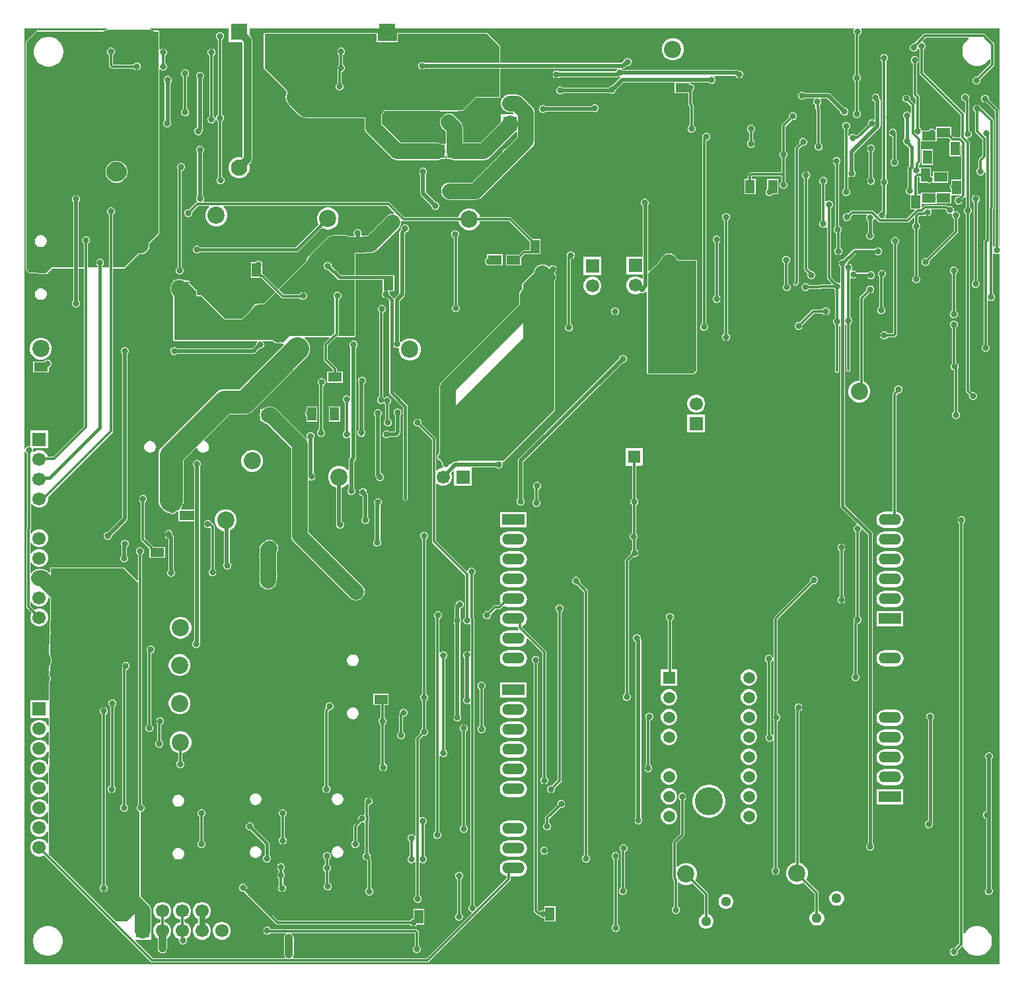
<source format=gbl>
G04*
G04 #@! TF.GenerationSoftware,Altium Limited,Altium Designer,22.2.1 (43)*
G04*
G04 Layer_Physical_Order=2*
G04 Layer_Color=16711680*
%FSLAX25Y25*%
%MOIN*%
G70*
G04*
G04 #@! TF.SameCoordinates,4E49CD7B-458B-4419-AA35-A4D937858E37*
G04*
G04*
G04 #@! TF.FilePolarity,Positive*
G04*
G01*
G75*
%ADD11C,0.01181*%
%ADD14C,0.01968*%
%ADD47R,0.07480X0.05118*%
%ADD49R,0.07087X0.04724*%
%ADD62R,0.05079X0.05079*%
%ADD63C,0.05079*%
%ADD64C,0.05906*%
%ADD65R,0.05906X0.05906*%
%ADD66C,0.14173*%
%ADD67C,0.08661*%
%ADD68R,0.08268X0.08268*%
%ADD69C,0.08268*%
%ADD70C,0.06693*%
%ADD71R,0.06693X0.06693*%
%ADD72C,0.06457*%
%ADD73R,0.06457X0.06457*%
%ADD74C,0.05512*%
%ADD75R,0.05512X0.05512*%
%ADD76R,0.11201X0.05598*%
%ADD77O,0.11201X0.05598*%
%ADD78R,0.06693X0.06693*%
%ADD84C,0.03937*%
%ADD85C,0.01575*%
%ADD87C,0.07874*%
%ADD88C,0.11811*%
%ADD92C,0.03150*%
%ADD93R,0.07284X0.07087*%
%ADD94R,0.04724X0.07087*%
%ADD95R,0.05118X0.07480*%
%ADD96C,0.02953*%
G36*
X102956Y472830D02*
Y465940D01*
X110179D01*
X110190Y465929D01*
Y407826D01*
X109811Y407447D01*
X108970Y407672D01*
X107571D01*
X106219Y407310D01*
X105007Y406610D01*
X104018Y405621D01*
X103318Y404409D01*
X102956Y403057D01*
Y401657D01*
X103318Y400306D01*
X104018Y399094D01*
X105007Y398104D01*
X106219Y397404D01*
X107571Y397042D01*
X108970D01*
X110322Y397404D01*
X111534Y398104D01*
X112524Y399094D01*
X113223Y400306D01*
X113586Y401657D01*
Y403057D01*
X113300Y404124D01*
X114302Y405126D01*
X114824Y405907D01*
X115007Y406829D01*
Y466927D01*
X114824Y467849D01*
X114302Y468630D01*
X113586Y469346D01*
Y472830D01*
X418613Y472830D01*
X418790Y472330D01*
X418507Y471646D01*
Y470863D01*
X418807Y470140D01*
X419078Y469868D01*
Y449582D01*
X418967Y449536D01*
X418413Y448982D01*
X418113Y448259D01*
Y447476D01*
X418413Y446752D01*
X418967Y446198D01*
X419078Y446152D01*
Y431238D01*
X418967Y431191D01*
X418413Y430638D01*
X418113Y429914D01*
Y429131D01*
X418413Y428407D01*
X418967Y427854D01*
X419690Y427554D01*
X420473D01*
X421197Y427854D01*
X421750Y428407D01*
X422050Y429131D01*
Y429914D01*
X421750Y430638D01*
X421197Y431191D01*
X421085Y431238D01*
Y446152D01*
X421197Y446198D01*
X421750Y446752D01*
X422050Y447476D01*
Y448259D01*
X421750Y448982D01*
X421197Y449536D01*
X421085Y449582D01*
Y469377D01*
X421590Y469586D01*
X422144Y470140D01*
X422444Y470863D01*
Y471646D01*
X422161Y472330D01*
X422338Y472830D01*
X492129Y472830D01*
X492129Y363024D01*
X491629Y362765D01*
X491558Y362816D01*
Y431539D01*
X491481Y431923D01*
X491264Y432248D01*
X486754Y436758D01*
X486800Y436870D01*
Y437653D01*
X486501Y438376D01*
X485947Y438930D01*
X485223Y439230D01*
X484440D01*
X483717Y438930D01*
X483163Y438376D01*
X482863Y437653D01*
Y436870D01*
X483163Y436146D01*
X483717Y435592D01*
X484440Y435293D01*
X485223D01*
X485335Y435339D01*
X489551Y431123D01*
Y362561D01*
X489302Y362390D01*
X488802Y362648D01*
Y381477D01*
X488922Y381657D01*
X488999Y382041D01*
Y426170D01*
X488922Y426554D01*
X488705Y426880D01*
X483540Y432045D01*
X483214Y432262D01*
X482830Y432338D01*
X482680D01*
Y432670D01*
X482380Y433393D01*
X481827Y433947D01*
X481103Y434247D01*
X480320D01*
X479597Y433947D01*
X479043Y433393D01*
X478743Y432670D01*
Y431887D01*
X479043Y431163D01*
X479597Y430610D01*
X479708Y430563D01*
Y420785D01*
X479784Y420401D01*
X480002Y420076D01*
X483299Y416779D01*
Y408467D01*
X481774Y406943D01*
X481556Y406617D01*
X481480Y406233D01*
Y402251D01*
X481368Y402205D01*
X480814Y401651D01*
X480515Y400927D01*
Y400144D01*
X480814Y399421D01*
X481368Y398867D01*
X482092Y398567D01*
X482875D01*
X483598Y398867D01*
X484152Y399421D01*
X484373Y399955D01*
X484873Y399855D01*
Y366249D01*
X484333Y365708D01*
X484115Y365382D01*
X484039Y364998D01*
Y313127D01*
X483927Y313081D01*
X483373Y312527D01*
X483074Y311804D01*
Y311021D01*
X483373Y310297D01*
X483927Y309743D01*
X484651Y309444D01*
X485434D01*
X486157Y309743D01*
X486711Y310297D01*
X487011Y311021D01*
Y311804D01*
X486711Y312527D01*
X486157Y313081D01*
X486046Y313127D01*
Y335264D01*
X486546Y335471D01*
X486683Y335334D01*
X487407Y335034D01*
X488190D01*
X488913Y335334D01*
X489467Y335888D01*
X489767Y336611D01*
Y337394D01*
X489467Y338118D01*
X488913Y338672D01*
X488802Y338718D01*
Y358886D01*
X489302Y359093D01*
X489439Y358956D01*
X490163Y358656D01*
X490946D01*
X491629Y358939D01*
X492129Y358763D01*
X492129Y-5D01*
X3Y-5D01*
Y259038D01*
X503Y259138D01*
X679Y258713D01*
X1233Y258159D01*
X1344Y258113D01*
Y220645D01*
X1259Y220560D01*
X1041Y220235D01*
X965Y219851D01*
Y180785D01*
X1041Y180401D01*
X1259Y180076D01*
X3649Y177685D01*
X3264Y177018D01*
X2956Y175867D01*
Y174674D01*
X3264Y173523D01*
X3860Y172491D01*
X4703Y171648D01*
X5736Y171052D01*
X6887Y170743D01*
X8079D01*
X9231Y171052D01*
X10263Y171648D01*
X11106Y172491D01*
X11702Y173523D01*
X12011Y174674D01*
Y175867D01*
X11702Y177018D01*
X11106Y178051D01*
X10263Y178893D01*
X9231Y179490D01*
X8079Y179798D01*
X6887D01*
X5736Y179490D01*
X5069Y179104D01*
X2972Y181201D01*
Y183029D01*
X3472Y183163D01*
X3860Y182491D01*
X4703Y181648D01*
X5736Y181052D01*
X6887Y180743D01*
X8079D01*
X9231Y181052D01*
X10263Y181648D01*
X11106Y182491D01*
X11702Y183523D01*
X12011Y184675D01*
Y185273D01*
X12511Y185480D01*
X12960Y185031D01*
Y173799D01*
X12691Y173530D01*
X12629Y173380D01*
X12566Y173231D01*
X12544Y168968D01*
X12576Y168889D01*
Y168803D01*
X12804Y168253D01*
Y167640D01*
X12566Y167064D01*
Y166980D01*
X12533Y166903D01*
X12479Y156536D01*
X12522Y156432D01*
X12536Y156321D01*
X13007Y155506D01*
X13353Y154213D01*
Y152874D01*
X13007Y151580D01*
X12505Y150711D01*
X12491Y150602D01*
X12448Y150500D01*
X12422Y145524D01*
X12422Y145523D01*
X12422Y145522D01*
X12484Y145371D01*
X12545Y145222D01*
X12546Y145222D01*
X12547Y145220D01*
X12569Y145198D01*
X12804Y144631D01*
Y144018D01*
X12569Y143451D01*
X12534Y143416D01*
X12472Y143266D01*
X12410Y143117D01*
X12362Y133935D01*
X12008Y133583D01*
X11860Y133583D01*
X2953D01*
Y124528D01*
X11813D01*
X12311Y124153D01*
X12292Y120522D01*
X11792Y120457D01*
X11699Y120803D01*
X11103Y121835D01*
X10260Y122678D01*
X9228Y123274D01*
X8076Y123583D01*
X6884D01*
X5733Y123274D01*
X4700Y122678D01*
X3857Y121835D01*
X3261Y120803D01*
X2953Y119651D01*
Y118459D01*
X3261Y117307D01*
X3857Y116275D01*
X4700Y115432D01*
X5733Y114836D01*
X6884Y114528D01*
X8076D01*
X9228Y114836D01*
X10260Y115432D01*
X11103Y116275D01*
X11699Y117307D01*
X11777Y117597D01*
X12277Y117530D01*
X12241Y110712D01*
X11741Y110648D01*
X11699Y110803D01*
X11103Y111835D01*
X10260Y112678D01*
X9228Y113274D01*
X8076Y113583D01*
X6884D01*
X5733Y113274D01*
X4700Y112678D01*
X3857Y111835D01*
X3261Y110803D01*
X2953Y109651D01*
Y108459D01*
X3261Y107308D01*
X3857Y106275D01*
X4700Y105432D01*
X5733Y104836D01*
X6884Y104528D01*
X8076D01*
X9228Y104836D01*
X10260Y105432D01*
X11103Y106275D01*
X11699Y107308D01*
X11724Y107400D01*
X12224Y107333D01*
X12190Y100902D01*
X11699Y100803D01*
X11103Y101835D01*
X10260Y102678D01*
X9228Y103274D01*
X8076Y103583D01*
X6884D01*
X5733Y103274D01*
X4700Y102678D01*
X3857Y101835D01*
X3261Y100803D01*
X2953Y99651D01*
Y98459D01*
X3261Y97308D01*
X3857Y96275D01*
X4700Y95432D01*
X5733Y94836D01*
X6884Y94528D01*
X8076D01*
X9228Y94836D01*
X10260Y95432D01*
X11103Y96275D01*
X11439Y96857D01*
X12106Y97023D01*
X12170Y96983D01*
X12139Y91003D01*
X11638Y90908D01*
X11103Y91835D01*
X10260Y92678D01*
X9228Y93274D01*
X8076Y93583D01*
X6884D01*
X5733Y93274D01*
X4700Y92678D01*
X3857Y91835D01*
X3261Y90803D01*
X2953Y89651D01*
Y88459D01*
X3261Y87308D01*
X3857Y86275D01*
X4700Y85432D01*
X5733Y84836D01*
X6884Y84528D01*
X8076D01*
X9228Y84836D01*
X10260Y85432D01*
X11103Y86275D01*
X11619Y87168D01*
X12118Y87033D01*
X12088Y81130D01*
X11587Y80998D01*
X11103Y81835D01*
X10260Y82678D01*
X9228Y83274D01*
X8076Y83583D01*
X6884D01*
X5733Y83274D01*
X4700Y82678D01*
X3857Y81835D01*
X3261Y80803D01*
X2953Y79651D01*
Y78459D01*
X3261Y77308D01*
X3857Y76275D01*
X4700Y75432D01*
X5733Y74836D01*
X6884Y74528D01*
X8076D01*
X9228Y74836D01*
X10260Y75432D01*
X11103Y76275D01*
X11567Y77078D01*
X12066Y76942D01*
X12036Y71219D01*
X11535Y71087D01*
X11103Y71835D01*
X10260Y72678D01*
X9228Y73274D01*
X8076Y73583D01*
X6884D01*
X5733Y73274D01*
X4700Y72678D01*
X3857Y71835D01*
X3261Y70803D01*
X2953Y69651D01*
Y68459D01*
X3261Y67308D01*
X3857Y66275D01*
X4700Y65432D01*
X5733Y64836D01*
X6884Y64528D01*
X8076D01*
X9228Y64836D01*
X10260Y65432D01*
X11103Y66275D01*
X11514Y66987D01*
X12013Y66852D01*
X11985Y61309D01*
X11484Y61176D01*
X11103Y61835D01*
X10260Y62678D01*
X9228Y63274D01*
X8076Y63583D01*
X6884D01*
X5733Y63274D01*
X4700Y62678D01*
X3857Y61835D01*
X3261Y60803D01*
X2953Y59651D01*
Y58459D01*
X3261Y57308D01*
X3857Y56275D01*
X4700Y55432D01*
X5733Y54836D01*
X6884Y54528D01*
X8076D01*
X9228Y54836D01*
X9895Y55221D01*
X63636Y1480D01*
X63961Y1263D01*
X64346Y1186D01*
X203447D01*
X203831Y1263D01*
X204156Y1480D01*
X245231Y42555D01*
X245449Y42881D01*
X245525Y43265D01*
Y44600D01*
X249533D01*
X250572Y44736D01*
X251541Y45137D01*
X252372Y45775D01*
X253010Y46607D01*
X253411Y47575D01*
X253548Y48614D01*
X253411Y49653D01*
X253010Y50621D01*
X252372Y51453D01*
X251541Y52091D01*
X250572Y52492D01*
X249533Y52629D01*
X243931D01*
X242892Y52492D01*
X241924Y52091D01*
X241092Y51453D01*
X240454Y50621D01*
X240053Y49653D01*
X239916Y48614D01*
X240053Y47575D01*
X240454Y46607D01*
X241092Y45775D01*
X241924Y45137D01*
X242892Y44736D01*
X243518Y44654D01*
Y43681D01*
X228415Y28577D01*
X227928Y28798D01*
X227653Y29462D01*
X227099Y30015D01*
X226988Y30062D01*
Y174879D01*
X226911Y175263D01*
X226694Y175589D01*
X226594Y175688D01*
Y196710D01*
X226706Y196756D01*
X227259Y197310D01*
X227559Y198034D01*
Y198817D01*
X227259Y199540D01*
X226706Y200094D01*
X225982Y200394D01*
X225199D01*
X224476Y200094D01*
X223922Y199540D01*
X223647Y198876D01*
X223160Y198656D01*
X207542Y214274D01*
Y242866D01*
X208042Y243073D01*
X208483Y242632D01*
X209515Y242036D01*
X210667Y241727D01*
X211859D01*
X213010Y242036D01*
X214043Y242632D01*
X214886Y243475D01*
X215482Y244507D01*
X215790Y245659D01*
Y246851D01*
X215482Y248002D01*
X215304Y248310D01*
X216273Y249278D01*
X216735Y249087D01*
Y241727D01*
X225790D01*
Y250782D01*
X226218Y250957D01*
X237991D01*
X238255Y250693D01*
X238979Y250394D01*
X239762D01*
X240485Y250693D01*
X241039Y251247D01*
X241339Y251971D01*
Y252754D01*
X241069Y253405D01*
X241265Y253905D01*
X241732D01*
X241732Y253905D01*
X242034Y254029D01*
X267624Y279620D01*
X267749Y279921D01*
Y345674D01*
X268204Y346129D01*
X268504Y346852D01*
Y347636D01*
X268204Y348359D01*
X267749Y348814D01*
Y349611D01*
X268204Y350066D01*
X268504Y350789D01*
Y351573D01*
X268204Y352296D01*
X267651Y352850D01*
X266927Y353150D01*
X266144D01*
X265420Y352850D01*
X265021Y352451D01*
X264651Y352344D01*
X264371Y352405D01*
X263601Y352995D01*
X262548Y353432D01*
X261417Y353581D01*
X260287Y353432D01*
X259233Y352995D01*
X258329Y352301D01*
X257634Y351397D01*
X257198Y350343D01*
X257135Y349864D01*
X251273Y344002D01*
X251149Y343701D01*
Y341184D01*
X250851Y340887D01*
X250157Y339982D01*
X249721Y338929D01*
X249572Y337798D01*
Y333487D01*
X210691Y294606D01*
X209997Y293701D01*
X209560Y292647D01*
X209412Y291517D01*
Y258088D01*
X209121Y257968D01*
X208567Y257414D01*
X208268Y256691D01*
Y255908D01*
X208567Y255184D01*
X209121Y254630D01*
X209845Y254331D01*
X209907D01*
X209997Y254115D01*
X210668Y253240D01*
X210630Y253148D01*
Y252364D01*
X210930Y251641D01*
X211288Y251282D01*
X211081Y250782D01*
X210667D01*
X209515Y250474D01*
X208483Y249878D01*
X208042Y249437D01*
X207542Y249644D01*
Y265509D01*
X207466Y265893D01*
X207248Y266218D01*
X200347Y273119D01*
X200394Y273231D01*
Y274014D01*
X200094Y274737D01*
X199540Y275291D01*
X198817Y275590D01*
X198034D01*
X197310Y275291D01*
X196756Y274737D01*
X196457Y274014D01*
Y273231D01*
X196756Y272507D01*
X197310Y271953D01*
X198034Y271654D01*
X198817D01*
X198928Y271700D01*
X205535Y265093D01*
Y213858D01*
X205611Y213474D01*
X205829Y213149D01*
X222422Y196556D01*
Y175534D01*
X222310Y175488D01*
X221756Y174934D01*
X221457Y174210D01*
Y173427D01*
X221756Y172704D01*
X222310Y172150D01*
X223034Y171850D01*
X223817D01*
X224481Y172125D01*
X224981Y171937D01*
Y158181D01*
X224481Y157993D01*
X223817Y158268D01*
X223034D01*
X222310Y157968D01*
X221756Y157414D01*
X221457Y156691D01*
Y155908D01*
X221756Y155184D01*
X222020Y154920D01*
Y134844D01*
X221756Y134580D01*
X221457Y133856D01*
Y133073D01*
X221756Y132350D01*
X222310Y131796D01*
X223034Y131496D01*
X223817D01*
X224481Y131771D01*
X224981Y131583D01*
Y30062D01*
X224869Y30015D01*
X224315Y29462D01*
X224016Y28738D01*
Y27955D01*
X224315Y27231D01*
X224869Y26678D01*
X225533Y26403D01*
X225754Y25916D01*
X203031Y3193D01*
X135605D01*
X135337Y3693D01*
X135690Y4221D01*
X135873Y5143D01*
Y13410D01*
X135690Y14332D01*
X135168Y15113D01*
X134701Y15426D01*
X134852Y15926D01*
X196924D01*
X197028Y15822D01*
Y9392D01*
X196916Y9346D01*
X196363Y8792D01*
X196063Y8069D01*
Y7286D01*
X196363Y6562D01*
X196916Y6008D01*
X197640Y5709D01*
X198423D01*
X199147Y6008D01*
X199700Y6562D01*
X200000Y7286D01*
Y8069D01*
X199700Y8792D01*
X199147Y9346D01*
X199035Y9392D01*
Y16237D01*
X198959Y16621D01*
X198741Y16947D01*
X198049Y17639D01*
X197724Y17856D01*
X197340Y17933D01*
X124276D01*
X124181Y18162D01*
X123627Y18716D01*
X122904Y19016D01*
X122120D01*
X121397Y18716D01*
X120843Y18162D01*
X120544Y17439D01*
Y16656D01*
X120843Y15932D01*
X121397Y15378D01*
X122120Y15079D01*
X122904D01*
X123627Y15378D01*
X124174Y15926D01*
X132077D01*
X132229Y15426D01*
X131762Y15113D01*
X131239Y14332D01*
X131056Y13410D01*
Y5143D01*
X131239Y4221D01*
X131592Y3693D01*
X131325Y3193D01*
X64761D01*
X55897Y12058D01*
X56088Y12520D01*
X64146D01*
Y21575D01*
X63986D01*
Y25856D01*
X64146Y26451D01*
Y27643D01*
X63837Y28795D01*
X63241Y29827D01*
X62398Y30670D01*
X61865Y30978D01*
X58539Y34304D01*
Y77165D01*
X59053D01*
X59777Y77465D01*
X60330Y78019D01*
X60630Y78742D01*
Y79525D01*
X60330Y80249D01*
X59777Y80803D01*
X59271Y81012D01*
Y206946D01*
X59383Y206993D01*
X59936Y207546D01*
X60236Y208270D01*
Y209053D01*
X59936Y209776D01*
X59383Y210330D01*
X58659Y210630D01*
X57876D01*
X57153Y210330D01*
X56599Y209776D01*
X56299Y209053D01*
Y208270D01*
X56599Y207546D01*
X57153Y206993D01*
X57264Y206946D01*
Y193992D01*
X56802Y193800D01*
X50301Y200301D01*
X50000Y200426D01*
X13386D01*
X13084Y200301D01*
X12960Y200000D01*
Y198039D01*
X12498Y197847D01*
X11986Y198359D01*
X11081Y199053D01*
X10028Y199490D01*
X8897Y199639D01*
X8675D01*
X8079Y199798D01*
X6887D01*
X5736Y199490D01*
X4703Y198893D01*
X3860Y198051D01*
X3472Y197378D01*
X2972Y197512D01*
Y203029D01*
X3472Y203163D01*
X3860Y202491D01*
X4703Y201648D01*
X5736Y201052D01*
X6887Y200743D01*
X8079D01*
X9231Y201052D01*
X10263Y201648D01*
X11106Y202491D01*
X11702Y203523D01*
X12011Y204675D01*
Y205867D01*
X11702Y207018D01*
X11106Y208051D01*
X10263Y208893D01*
X9231Y209490D01*
X8079Y209798D01*
X6887D01*
X5736Y209490D01*
X4703Y208893D01*
X3860Y208051D01*
X3472Y207378D01*
X2972Y207512D01*
Y213029D01*
X3472Y213163D01*
X3860Y212491D01*
X4703Y211648D01*
X5736Y211052D01*
X6887Y210743D01*
X8079D01*
X9231Y211052D01*
X10263Y211648D01*
X11106Y212491D01*
X11702Y213523D01*
X12011Y214674D01*
Y215867D01*
X11702Y217018D01*
X11106Y218051D01*
X10263Y218894D01*
X9231Y219490D01*
X8079Y219798D01*
X6887D01*
X5736Y219490D01*
X4703Y218894D01*
X3860Y218051D01*
X3472Y217378D01*
X2972Y217512D01*
Y219435D01*
X3057Y219520D01*
X3275Y219846D01*
X3351Y220230D01*
Y232406D01*
X3834Y232536D01*
X3860Y232491D01*
X4703Y231648D01*
X5736Y231052D01*
X6887Y230743D01*
X8079D01*
X9231Y231052D01*
X10263Y231648D01*
X11106Y232491D01*
X11702Y233523D01*
X12011Y234675D01*
Y235867D01*
X11946Y236109D01*
X44413Y268577D01*
X44631Y268902D01*
X44707Y269286D01*
Y351542D01*
X50394D01*
X50394Y351542D01*
X50695Y351667D01*
X50695Y351667D01*
X57765Y358737D01*
X58664Y358619D01*
X59795Y358768D01*
X60848Y359204D01*
X61753Y359898D01*
X62447Y360803D01*
X62884Y361857D01*
X63032Y362987D01*
Y364005D01*
X68018Y368990D01*
X68143Y369291D01*
Y451986D01*
X68643Y452193D01*
X68967Y451869D01*
X69690Y451570D01*
X70473D01*
X71197Y451869D01*
X71750Y452423D01*
X72050Y453147D01*
Y453930D01*
X71750Y454653D01*
X71197Y455207D01*
X71085Y455253D01*
Y458910D01*
X71197Y458956D01*
X71750Y459510D01*
X72050Y460233D01*
Y461017D01*
X71750Y461740D01*
X71197Y462294D01*
X70473Y462593D01*
X69690D01*
X68967Y462294D01*
X68643Y461970D01*
X68143Y462177D01*
Y471260D01*
X68018Y471561D01*
X67716Y471686D01*
X65316D01*
X65154Y471810D01*
X64100Y472246D01*
X63468Y472330D01*
X63501Y472830D01*
X102956Y472830D01*
D02*
G37*
G36*
X67716Y369291D02*
X50394Y351969D01*
X44707D01*
Y378595D01*
X44819Y378641D01*
X45373Y379195D01*
X45672Y379918D01*
Y380701D01*
X45373Y381425D01*
X44819Y381979D01*
X44095Y382278D01*
X43312D01*
X42589Y381979D01*
X42035Y381425D01*
X41735Y380701D01*
Y379918D01*
X42035Y379195D01*
X42589Y378641D01*
X42700Y378595D01*
Y351969D01*
X39396D01*
Y352746D01*
X39861Y353211D01*
X40160Y353934D01*
Y354717D01*
X39861Y355441D01*
X39307Y355995D01*
X38583Y356294D01*
X37800D01*
X37077Y355995D01*
X36523Y355441D01*
X36223Y354717D01*
Y353934D01*
X36523Y353211D01*
X36988Y352746D01*
Y351969D01*
X32109D01*
Y364028D01*
X32220Y364074D01*
X32774Y364628D01*
X33074Y365352D01*
Y366135D01*
X32774Y366858D01*
X32220Y367412D01*
X31497Y367711D01*
X30714D01*
X29990Y367412D01*
X29436Y366858D01*
X29137Y366135D01*
Y365352D01*
X29436Y364628D01*
X29990Y364074D01*
X30102Y364028D01*
Y351969D01*
X27392D01*
Y385230D01*
X27656Y385494D01*
X27956Y386218D01*
Y387001D01*
X27656Y387724D01*
X27102Y388278D01*
X26379Y388578D01*
X25596D01*
X24872Y388278D01*
X24318Y387724D01*
X24019Y387001D01*
Y386218D01*
X24318Y385494D01*
X24582Y385230D01*
Y351969D01*
X13780D01*
X11024Y349213D01*
X2759Y349601D01*
X1181Y351179D01*
Y466142D01*
X6299Y471260D01*
X67716D01*
Y369291D01*
D02*
G37*
G36*
X41829Y472830D02*
X41862Y472330D01*
X41230Y472246D01*
X40177Y471810D01*
X40015Y471686D01*
X6299D01*
X5998Y471561D01*
X880Y466443D01*
X755Y466142D01*
Y351179D01*
X755Y351179D01*
X880Y350878D01*
X880Y350878D01*
X2458Y349300D01*
X2600Y349241D01*
X2739Y349176D01*
X11004Y348787D01*
X11014Y348791D01*
X11024Y348786D01*
X11166Y348845D01*
X11310Y348897D01*
X11315Y348907D01*
X11325Y348911D01*
X13956Y351542D01*
X24582D01*
Y335232D01*
X24318Y334968D01*
X24019Y334245D01*
Y333462D01*
X24318Y332738D01*
X24872Y332184D01*
X25596Y331885D01*
X26379D01*
X27102Y332184D01*
X27656Y332738D01*
X27956Y333462D01*
Y334245D01*
X27656Y334968D01*
X27392Y335232D01*
Y351542D01*
X30102D01*
Y271907D01*
X14705Y256510D01*
X11838D01*
X11702Y257018D01*
X11106Y258051D01*
X10263Y258893D01*
X9231Y259490D01*
X8079Y259798D01*
X6887D01*
X5736Y259490D01*
X4703Y258893D01*
X4582Y258773D01*
X4158Y259056D01*
X4316Y259436D01*
Y260220D01*
X4272Y260327D01*
X4549Y260743D01*
X12011D01*
Y269798D01*
X2956D01*
Y261941D01*
X2739Y261796D01*
X1956D01*
X1233Y261497D01*
X679Y260943D01*
X503Y260518D01*
X3Y260618D01*
Y472830D01*
X41829Y472830D01*
D02*
G37*
G36*
X267323Y279921D02*
X241732Y254331D01*
X212598D01*
Y277559D01*
X251575Y316535D01*
Y343701D01*
X259055Y351181D01*
X267323D01*
Y279921D01*
D02*
G37*
G36*
X57264Y192736D02*
Y80520D01*
X56993Y80249D01*
X56693Y79525D01*
Y78742D01*
X56993Y78019D01*
X57546Y77465D01*
X58113Y77231D01*
Y28191D01*
X51575Y21654D01*
X46301D01*
X12381Y55574D01*
X12836Y143115D01*
X12930Y143209D01*
X13230Y143933D01*
Y144716D01*
X12930Y145440D01*
X12848Y145522D01*
X12874Y150498D01*
X13404Y151416D01*
X13780Y152818D01*
Y154269D01*
X13404Y155671D01*
X12905Y156534D01*
X12959Y166901D01*
X13230Y167555D01*
Y168338D01*
X12970Y168966D01*
X12992Y173228D01*
X13386Y173622D01*
Y200000D01*
X50000D01*
X57264Y192736D01*
D02*
G37*
%LPC*%
G36*
X233465Y470505D02*
X188420D01*
X188119Y470380D01*
X187994Y470079D01*
Y466334D01*
X178217D01*
Y470079D01*
X178092Y470380D01*
X177790Y470505D01*
X121260D01*
X120958Y470380D01*
X120834Y470079D01*
Y452756D01*
X120834Y452756D01*
X120958Y452455D01*
X120958Y452455D01*
X131967Y441446D01*
X131984Y441280D01*
X132266Y440349D01*
X131984Y439419D01*
X131862Y438184D01*
X131984Y436949D01*
X132344Y435762D01*
X132929Y434667D01*
X133716Y433708D01*
X138042Y429383D01*
X138042Y429383D01*
X139001Y428595D01*
X140095Y428010D01*
X141283Y427650D01*
X142518Y427529D01*
X171616D01*
Y422723D01*
X171765Y421592D01*
X172201Y420539D01*
X172896Y419634D01*
X184988Y407541D01*
X185893Y406847D01*
X186946Y406411D01*
X188077Y406262D01*
X208268D01*
X209398Y406411D01*
X210080Y406693D01*
X212303D01*
Y408516D01*
X212803Y408719D01*
X212894Y408625D01*
Y406693D01*
X215117D01*
X215799Y406411D01*
X216929Y406262D01*
X231772D01*
X232902Y406411D01*
X233956Y406847D01*
X234860Y407541D01*
X247713Y420394D01*
X248781D01*
Y417819D01*
X243167Y412205D01*
X242916D01*
X242192Y411905D01*
X241638Y411351D01*
X241339Y410628D01*
Y410376D01*
X225881Y394919D01*
X214567D01*
X213436Y394770D01*
X212383Y394334D01*
X211478Y393640D01*
X210784Y392735D01*
X210348Y391682D01*
X210199Y390551D01*
X210348Y389421D01*
X210784Y388367D01*
X211478Y387462D01*
X212383Y386768D01*
X213436Y386332D01*
X214567Y386183D01*
X227691D01*
X228821Y386332D01*
X229875Y386768D01*
X230780Y387462D01*
X256238Y412921D01*
X256932Y413826D01*
X257369Y414880D01*
X257518Y416010D01*
Y430028D01*
X257369Y431158D01*
X256932Y432212D01*
X256238Y433116D01*
X251345Y438010D01*
X250440Y438704D01*
X249387Y439141D01*
X248256Y439289D01*
X246073D01*
X245478Y439449D01*
X244286D01*
X243134Y439140D01*
X242102Y438544D01*
X241259Y437701D01*
X240663Y436669D01*
X240354Y435517D01*
Y434325D01*
X240663Y433174D01*
X241259Y432141D01*
X242102Y431298D01*
X243134Y430702D01*
X244286Y430394D01*
X245478D01*
X246073Y430553D01*
X246447D01*
X247089Y429911D01*
X246898Y429449D01*
X240354D01*
Y425390D01*
X229962Y414998D01*
X221297D01*
Y422559D01*
X221148Y423690D01*
X220712Y424743D01*
X220018Y425648D01*
X218104Y427561D01*
X217796Y428095D01*
X216953Y428938D01*
X215921Y429534D01*
X214769Y429843D01*
X213577D01*
X212426Y429534D01*
X211393Y428938D01*
X210550Y428095D01*
X209954Y427063D01*
X209646Y425911D01*
Y424719D01*
X209954Y423567D01*
X210550Y422535D01*
X211393Y421692D01*
X211927Y421384D01*
X212561Y420750D01*
Y414960D01*
X212303Y414567D01*
X210080D01*
X209398Y414849D01*
X208268Y414998D01*
X189886D01*
X180352Y424532D01*
Y429294D01*
X180460Y429383D01*
X181247Y430342D01*
X181636Y431070D01*
X209646D01*
Y430787D01*
X218701D01*
Y431070D01*
X220866D01*
X220866Y431070D01*
X221167Y431195D01*
X227736Y437763D01*
X239764D01*
X240065Y437888D01*
X240190Y438189D01*
Y452532D01*
X299226D01*
X299325Y452032D01*
X299180Y451972D01*
X298626Y451418D01*
X298458Y451011D01*
X269883D01*
X269619Y451275D01*
X268896Y451575D01*
X268112D01*
X267389Y451275D01*
X266835Y450721D01*
X266535Y449998D01*
Y449215D01*
X266835Y448491D01*
X267389Y447937D01*
X268112Y447638D01*
X268896D01*
X269619Y447937D01*
X269883Y448201D01*
X299279D01*
X299816Y448308D01*
X299874Y448347D01*
X299904Y448335D01*
X300418D01*
X300572Y447852D01*
X300572Y447835D01*
X296438Y443701D01*
X296065D01*
X295342Y443401D01*
X294881Y442940D01*
X271500D01*
X271433Y443007D01*
X270709Y443307D01*
X269926D01*
X269203Y443007D01*
X268649Y442454D01*
X268349Y441730D01*
Y440947D01*
X268649Y440224D01*
X269203Y439670D01*
X269926Y439370D01*
X270709D01*
X271433Y439670D01*
X271894Y440131D01*
X295275D01*
X295342Y440063D01*
X296065Y439764D01*
X296848D01*
X297572Y440063D01*
X298126Y440617D01*
X298425Y441341D01*
Y441714D01*
X302152Y445440D01*
X327956D01*
Y439956D01*
X334925D01*
Y434556D01*
X335001Y434172D01*
X335219Y433847D01*
X335614Y433452D01*
Y423757D01*
X335502Y423711D01*
X334948Y423157D01*
X334649Y422434D01*
Y421651D01*
X334948Y420927D01*
X335502Y420373D01*
X336226Y420074D01*
X337009D01*
X337732Y420373D01*
X338286Y420927D01*
X338586Y421651D01*
Y422434D01*
X338286Y423157D01*
X337732Y423711D01*
X337621Y423757D01*
Y433867D01*
X337544Y434251D01*
X337327Y434577D01*
X336932Y434972D01*
Y441143D01*
X337043Y441189D01*
X337597Y441743D01*
X337897Y442466D01*
Y443249D01*
X337597Y443973D01*
X337043Y444526D01*
X336320Y444826D01*
X335830D01*
Y445440D01*
X345474D01*
X345738Y445177D01*
X346462Y444877D01*
X347245D01*
X347968Y445177D01*
X348522Y445730D01*
X348822Y446454D01*
Y447237D01*
X348522Y447961D01*
X348084Y448398D01*
X348248Y448898D01*
X358793D01*
X358964Y448486D01*
X359518Y447932D01*
X360241Y447633D01*
X361024D01*
X361748Y447932D01*
X362302Y448486D01*
X362601Y449210D01*
Y449993D01*
X362302Y450716D01*
X361748Y451270D01*
X361024Y451570D01*
X360241D01*
X360213Y451558D01*
X360149Y451601D01*
X359611Y451708D01*
X301674D01*
X301410Y451972D01*
X301265Y452032D01*
X301365Y452532D01*
X302043D01*
X302580Y452639D01*
X303036Y452944D01*
X304029Y453937D01*
X304722D01*
X305446Y454237D01*
X305999Y454790D01*
X306299Y455514D01*
Y456297D01*
X305999Y457021D01*
X305446Y457574D01*
X304722Y457874D01*
X303939D01*
X303216Y457574D01*
X302662Y457021D01*
X302362Y456297D01*
Y456244D01*
X301461Y455342D01*
X240190D01*
Y463779D01*
X240065Y464081D01*
X240065Y464081D01*
X233766Y470380D01*
X233465Y470505D01*
D02*
G37*
G36*
X327894Y467711D02*
X326443D01*
X325041Y467336D01*
X323784Y466610D01*
X322758Y465584D01*
X322032Y464327D01*
X321656Y462925D01*
Y461474D01*
X322032Y460072D01*
X322758Y458815D01*
X323784Y457789D01*
X325041Y457063D01*
X326443Y456688D01*
X327894D01*
X329296Y457063D01*
X330553Y457789D01*
X331579Y458815D01*
X332305Y460072D01*
X332680Y461474D01*
Y462925D01*
X332305Y464327D01*
X331579Y465584D01*
X330553Y466610D01*
X329296Y467336D01*
X327894Y467711D01*
D02*
G37*
G36*
X483892Y470093D02*
X454379D01*
X453995Y470017D01*
X453669Y469799D01*
X449490Y465620D01*
X449465Y465582D01*
X448839Y464956D01*
X448430D01*
X447707Y464656D01*
X447153Y464102D01*
X446853Y463379D01*
Y462596D01*
X447153Y461872D01*
X447707Y461318D01*
X448430Y461019D01*
X449213D01*
X449937Y461318D01*
X450491Y461872D01*
X450719Y462424D01*
X451202Y462559D01*
X451273Y462553D01*
X451644Y462181D01*
X451755Y462135D01*
Y450056D01*
X451832Y449672D01*
X452049Y449347D01*
X472228Y429168D01*
Y418299D01*
X472011Y417833D01*
X471756Y417832D01*
X468868D01*
X467767Y418934D01*
Y423027D01*
X459893D01*
Y421465D01*
X459393Y421342D01*
X458992Y421743D01*
X458268Y422042D01*
X457485D01*
X456762Y421743D01*
X456274Y421255D01*
X452805D01*
X452506Y421976D01*
X451953Y422530D01*
X451841Y422576D01*
Y437963D01*
X451765Y438347D01*
X451547Y438673D01*
X450219Y440001D01*
Y454973D01*
X450331Y455019D01*
X450884Y455573D01*
X451184Y456296D01*
Y457080D01*
X450884Y457803D01*
X450331Y458357D01*
X449607Y458656D01*
X448824D01*
X448101Y458357D01*
X447547Y457803D01*
X447247Y457080D01*
Y456296D01*
X447547Y455573D01*
X448101Y455019D01*
X448212Y454973D01*
Y439585D01*
X448288Y439201D01*
X448506Y438876D01*
X449834Y437548D01*
Y423069D01*
X449782Y423033D01*
X449282Y423295D01*
Y434014D01*
X449206Y434398D01*
X448988Y434723D01*
X446925Y436786D01*
X446971Y436898D01*
Y437681D01*
X446672Y438404D01*
X446118Y438958D01*
X445395Y439258D01*
X444611D01*
X443888Y438958D01*
X443334Y438404D01*
X443034Y437681D01*
Y436898D01*
X443334Y436174D01*
X443888Y435620D01*
X444611Y435321D01*
X445395D01*
X445506Y435367D01*
X447275Y433598D01*
Y430230D01*
X446775Y430023D01*
X446394Y430404D01*
X445670Y430704D01*
X444887D01*
X444164Y430404D01*
X443610Y429850D01*
X443310Y429127D01*
Y428344D01*
X443610Y427620D01*
X444074Y427155D01*
Y417323D01*
X443610Y416858D01*
X443310Y416135D01*
Y415351D01*
X443610Y414628D01*
X444164Y414074D01*
X444887Y413774D01*
X445118D01*
X446484Y412409D01*
Y403314D01*
X445973Y402803D01*
X445712Y402412D01*
X445620Y401952D01*
X445620Y401952D01*
Y392206D01*
X445155Y391742D01*
X444856Y391018D01*
Y390235D01*
X445155Y389512D01*
X445709Y388958D01*
X446433Y388658D01*
X447097D01*
Y381294D01*
X449050D01*
X449241Y380832D01*
X445195Y376786D01*
X434562D01*
X434374Y377286D01*
X434649Y377950D01*
Y378733D01*
X434598Y378854D01*
X434788Y379138D01*
X434865Y379523D01*
Y393468D01*
X434976Y393514D01*
X435530Y394068D01*
X435830Y394792D01*
Y395575D01*
X435530Y396298D01*
X434976Y396852D01*
X434865Y396898D01*
Y456154D01*
X434976Y456200D01*
X435530Y456754D01*
X435830Y457477D01*
Y458261D01*
X435530Y458984D01*
X434976Y459538D01*
X434253Y459837D01*
X433470D01*
X432746Y459538D01*
X432192Y458984D01*
X431893Y458261D01*
Y457477D01*
X432192Y456754D01*
X432746Y456200D01*
X432858Y456154D01*
Y396898D01*
X432746Y396852D01*
X432192Y396298D01*
X431893Y395575D01*
Y394792D01*
X432192Y394068D01*
X432746Y393514D01*
X432858Y393468D01*
Y380310D01*
X432289D01*
X431565Y380010D01*
X431011Y379456D01*
X430781Y378900D01*
X430326Y378749D01*
X430220Y378753D01*
X428544Y380429D01*
X428219Y380646D01*
X427835Y380723D01*
X417531D01*
X417147Y380646D01*
X416821Y380429D01*
X415751Y379359D01*
X415355Y379522D01*
X414572D01*
X413848Y379223D01*
X413295Y378669D01*
X412995Y377946D01*
Y377163D01*
X413295Y376439D01*
X413848Y375885D01*
X414572Y375586D01*
X415355D01*
X416079Y375885D01*
X416632Y376439D01*
X416932Y377163D01*
Y377701D01*
X417946Y378716D01*
X424893D01*
X425081Y378216D01*
X424806Y377552D01*
Y376769D01*
X425106Y376045D01*
X425570Y375581D01*
Y369685D01*
X425106Y369220D01*
X424806Y368497D01*
Y367714D01*
X425106Y366990D01*
X425660Y366436D01*
X426383Y366137D01*
X427166D01*
X427890Y366436D01*
X428443Y366990D01*
X428743Y367714D01*
Y368497D01*
X428443Y369220D01*
X427979Y369685D01*
Y375581D01*
X428443Y376045D01*
X428674Y376602D01*
X429129Y376753D01*
X429235Y376749D01*
X430910Y375073D01*
X431236Y374855D01*
X431620Y374779D01*
X445611D01*
X445995Y374855D01*
X446320Y375073D01*
X448537Y377290D01*
X448999Y377099D01*
Y374545D01*
X448888Y374499D01*
X448334Y373945D01*
X448034Y373221D01*
Y372438D01*
X448334Y371715D01*
X448888Y371161D01*
X449026Y371103D01*
Y347752D01*
X448942Y347717D01*
X448388Y347164D01*
X448089Y346440D01*
Y345657D01*
X448388Y344934D01*
X448942Y344380D01*
X449665Y344080D01*
X450449D01*
X451172Y344380D01*
X451726Y344934D01*
X452026Y345657D01*
Y346440D01*
X451726Y347164D01*
X451172Y347717D01*
X451033Y347775D01*
Y371126D01*
X451118Y371161D01*
X451672Y371715D01*
X451971Y372438D01*
Y373221D01*
X451672Y373945D01*
X451118Y374499D01*
X451007Y374545D01*
Y377532D01*
X451600Y378125D01*
X453275D01*
X453659Y378202D01*
X453985Y378419D01*
X454102Y378536D01*
X454308D01*
X454597Y378247D01*
X455320Y377948D01*
X456103D01*
X456827Y378247D01*
X457380Y378801D01*
X457680Y379525D01*
Y380308D01*
X457405Y380972D01*
X457593Y381472D01*
X464639D01*
X465011Y381100D01*
Y380691D01*
X465310Y379968D01*
X465864Y379414D01*
X466588Y379114D01*
X467371D01*
X467804Y379294D01*
X468187Y378911D01*
X468113Y378733D01*
Y377950D01*
X468413Y377226D01*
X468967Y376673D01*
X469078Y376626D01*
Y370489D01*
X455231Y356642D01*
X455119Y356688D01*
X454336D01*
X453612Y356388D01*
X453058Y355835D01*
X452759Y355111D01*
Y354328D01*
X453058Y353604D01*
X453612Y353051D01*
X454336Y352751D01*
X455119D01*
X455842Y353051D01*
X456396Y353604D01*
X456696Y354328D01*
Y355111D01*
X456650Y355223D01*
X470791Y369364D01*
X471009Y369690D01*
X471085Y370074D01*
Y376626D01*
X471197Y376673D01*
X471750Y377226D01*
X472050Y377950D01*
Y378733D01*
X471750Y379456D01*
X471197Y380010D01*
X470473Y380310D01*
X469690D01*
X469257Y380130D01*
X468874Y380513D01*
X468948Y380691D01*
Y381474D01*
X468648Y382198D01*
X468094Y382752D01*
X467371Y383051D01*
X466588D01*
X466100Y382849D01*
X465764Y383185D01*
X465438Y383402D01*
X465054Y383479D01*
X454395D01*
X454011Y383402D01*
X453685Y383185D01*
X453071Y382571D01*
X452609Y382762D01*
Y384247D01*
X460286D01*
Y384444D01*
X467767D01*
Y388578D01*
X471946D01*
X472137Y388116D01*
X471728Y387706D01*
X471617Y387752D01*
X470833D01*
X470110Y387453D01*
X469556Y386899D01*
X469256Y386175D01*
Y385392D01*
X469556Y384669D01*
X470110Y384115D01*
X470833Y383815D01*
X471617D01*
X472340Y384115D01*
X472894Y384669D01*
X473193Y385392D01*
Y386175D01*
X473147Y386287D01*
X474484Y387623D01*
X474683Y387597D01*
X474984Y387448D01*
Y382365D01*
X474910Y382335D01*
X474356Y381781D01*
X474057Y381057D01*
Y380274D01*
X474356Y379551D01*
X474910Y378997D01*
X474984Y378966D01*
Y289759D01*
X475060Y289375D01*
X475278Y289049D01*
X476821Y287506D01*
X476775Y287394D01*
Y286611D01*
X477074Y285888D01*
X477628Y285334D01*
X478351Y285034D01*
X479135D01*
X479858Y285334D01*
X480412Y285888D01*
X480712Y286611D01*
Y287394D01*
X480412Y288118D01*
X479858Y288672D01*
X479135Y288971D01*
X478351D01*
X478240Y288925D01*
X476991Y290174D01*
Y378935D01*
X477140Y378997D01*
X477694Y379551D01*
X477994Y380274D01*
Y381057D01*
X477694Y381781D01*
X477140Y382335D01*
X476991Y382397D01*
Y415078D01*
X476914Y415462D01*
X476697Y415788D01*
X475667Y416818D01*
X475874Y417318D01*
X476379D01*
X477102Y417618D01*
X477656Y418171D01*
X477956Y418895D01*
Y419678D01*
X477656Y420401D01*
X477102Y420955D01*
X476597Y421164D01*
Y436535D01*
X476521Y436919D01*
X476507Y436939D01*
X476739Y437499D01*
Y438282D01*
X476440Y439005D01*
X475886Y439559D01*
X475162Y439859D01*
X474379D01*
X473656Y439559D01*
X473102Y439005D01*
X472802Y438282D01*
Y437499D01*
X473102Y436775D01*
X473656Y436221D01*
X474379Y435922D01*
X474590D01*
Y430166D01*
X474090Y430070D01*
X473941Y430293D01*
X453762Y450472D01*
Y462135D01*
X453874Y462181D01*
X454428Y462735D01*
X454727Y463459D01*
Y464242D01*
X454428Y464965D01*
X453874Y465519D01*
X453210Y465794D01*
X452989Y466281D01*
X454795Y468086D01*
X476335D01*
X476487Y467586D01*
X475943Y467223D01*
X474901Y466181D01*
X474083Y464956D01*
X473519Y463594D01*
X473231Y462149D01*
Y460676D01*
X473519Y459230D01*
X474083Y457869D01*
X474901Y456644D01*
X475943Y455602D01*
X477168Y454783D01*
X478530Y454219D01*
X479975Y453932D01*
X481448D01*
X482894Y454219D01*
X484255Y454783D01*
X485480Y455602D01*
X486522Y456644D01*
X486885Y457188D01*
X487385Y457036D01*
Y454938D01*
X480821Y448374D01*
X480710Y448420D01*
X479926D01*
X479203Y448120D01*
X478649Y447567D01*
X478349Y446843D01*
Y446060D01*
X478649Y445337D01*
X479203Y444783D01*
X479926Y444483D01*
X480710D01*
X481433Y444783D01*
X481987Y445337D01*
X482286Y446060D01*
Y446843D01*
X482240Y446955D01*
X489098Y453813D01*
X489316Y454139D01*
X489392Y454523D01*
Y464592D01*
X489316Y464976D01*
X489098Y465302D01*
X484601Y469799D01*
X484276Y470017D01*
X483892Y470093D01*
D02*
G37*
G36*
X288155Y434363D02*
X287372D01*
X286648Y434063D01*
X286178Y433593D01*
X262793D01*
X262735Y433651D01*
X262012Y433951D01*
X261229D01*
X260505Y433651D01*
X259951Y433097D01*
X259652Y432374D01*
Y431591D01*
X259951Y430867D01*
X260505Y430313D01*
X261229Y430014D01*
X262012D01*
X262735Y430313D01*
X263205Y430783D01*
X286591D01*
X286648Y430726D01*
X287372Y430426D01*
X288155D01*
X288878Y430726D01*
X289432Y431279D01*
X289732Y432003D01*
Y432786D01*
X289432Y433509D01*
X288878Y434063D01*
X288155Y434363D01*
D02*
G37*
G36*
X392730Y440724D02*
X391947D01*
X391224Y440425D01*
X390670Y439871D01*
X390370Y439147D01*
Y438364D01*
X390670Y437641D01*
X391224Y437087D01*
X391947Y436787D01*
X392730D01*
X393454Y437087D01*
X393718Y437351D01*
X398359D01*
X398566Y436851D01*
X398493Y436778D01*
X398193Y436054D01*
Y435271D01*
X398493Y434548D01*
X399047Y433994D01*
X399196Y433932D01*
Y432316D01*
X399273Y431932D01*
X399490Y431607D01*
X399787Y431310D01*
Y414702D01*
X399675Y414656D01*
X399121Y414102D01*
X398822Y413379D01*
Y412596D01*
X399121Y411872D01*
X399675Y411318D01*
X400399Y411019D01*
X401182D01*
X401905Y411318D01*
X402459Y411872D01*
X402759Y412596D01*
Y413379D01*
X402459Y414102D01*
X401905Y414656D01*
X401794Y414702D01*
Y431726D01*
X401718Y432110D01*
X401500Y432435D01*
X401203Y432732D01*
Y433963D01*
X401277Y433994D01*
X401831Y434548D01*
X402130Y435271D01*
Y436054D01*
X401831Y436778D01*
X401758Y436851D01*
X401965Y437351D01*
X405150D01*
X411811Y430690D01*
Y430317D01*
X412111Y429594D01*
X412665Y429040D01*
X413388Y428740D01*
X414171D01*
X414895Y429040D01*
X415448Y429594D01*
X415748Y430317D01*
Y431100D01*
X415448Y431824D01*
X414895Y432377D01*
X414171Y432677D01*
X413798D01*
X406726Y439749D01*
X406270Y440054D01*
X405732Y440161D01*
X393718D01*
X393454Y440425D01*
X392730Y440724D01*
D02*
G37*
G36*
X81497Y451964D02*
X80714D01*
X79990Y451664D01*
X79436Y451110D01*
X79137Y450386D01*
Y449603D01*
X79436Y448880D01*
X79990Y448326D01*
X80102Y448280D01*
Y432025D01*
X79990Y431979D01*
X79436Y431425D01*
X79137Y430701D01*
Y429918D01*
X79436Y429195D01*
X79990Y428641D01*
X80714Y428341D01*
X81497D01*
X82220Y428641D01*
X82774Y429195D01*
X83074Y429918D01*
Y430701D01*
X82774Y431425D01*
X82220Y431979D01*
X82109Y432025D01*
Y448280D01*
X82220Y448326D01*
X82774Y448880D01*
X83074Y449603D01*
Y450386D01*
X82774Y451110D01*
X82220Y451664D01*
X81497Y451964D01*
D02*
G37*
G36*
X99213Y470861D02*
X98430D01*
X97707Y470561D01*
X97153Y470008D01*
X96853Y469284D01*
Y468501D01*
X97153Y467778D01*
X97707Y467224D01*
X97818Y467178D01*
Y429269D01*
X97707Y429223D01*
X97153Y428669D01*
X96853Y427946D01*
Y427514D01*
X96353Y427415D01*
X96160Y427882D01*
X95606Y428436D01*
X95495Y428482D01*
Y458910D01*
X95606Y458956D01*
X96160Y459510D01*
X96460Y460233D01*
Y461017D01*
X96160Y461740D01*
X95606Y462294D01*
X94883Y462593D01*
X94100D01*
X93376Y462294D01*
X92822Y461740D01*
X92523Y461017D01*
Y460233D01*
X92822Y459510D01*
X93376Y458956D01*
X93488Y458910D01*
Y428482D01*
X93376Y428436D01*
X92822Y427882D01*
X92523Y427158D01*
Y426375D01*
X92822Y425652D01*
X93376Y425098D01*
X94100Y424798D01*
X94883D01*
X95606Y425098D01*
X96160Y425652D01*
X96460Y426375D01*
Y426806D01*
X96960Y426906D01*
X97153Y426439D01*
X97707Y425885D01*
X97818Y425839D01*
Y397627D01*
X97279Y397088D01*
X96979Y396364D01*
Y395581D01*
X97279Y394858D01*
X97833Y394304D01*
X98556Y394004D01*
X99339D01*
X100063Y394304D01*
X100617Y394858D01*
X100916Y395581D01*
Y396364D01*
X100617Y397088D01*
X100063Y397642D01*
X99825Y397740D01*
Y425839D01*
X99937Y425885D01*
X100491Y426439D01*
X100790Y427163D01*
Y427946D01*
X100491Y428669D01*
X99937Y429223D01*
X99825Y429269D01*
Y467178D01*
X99937Y467224D01*
X100491Y467778D01*
X100790Y468501D01*
Y469284D01*
X100491Y470008D01*
X99937Y470561D01*
X99213Y470861D01*
D02*
G37*
G36*
X429919Y439764D02*
X429136D01*
X428412Y439464D01*
X427859Y438910D01*
X427559Y438187D01*
Y437404D01*
X427859Y436680D01*
X428412Y436127D01*
X429110Y435838D01*
Y426688D01*
X428610Y426495D01*
X427954Y426767D01*
X427170D01*
X426447Y426467D01*
X425893Y425913D01*
X425594Y425190D01*
Y424407D01*
X425640Y424295D01*
X420060Y418715D01*
X419528D01*
X418984Y419259D01*
X418260Y419559D01*
X417477D01*
X416754Y419259D01*
X416200Y418706D01*
X416073Y418400D01*
X415573Y418500D01*
Y421804D01*
X415685Y421850D01*
X416239Y422403D01*
X416538Y423127D01*
Y423910D01*
X416239Y424634D01*
X415685Y425187D01*
X414961Y425487D01*
X414178D01*
X413455Y425187D01*
X412901Y424634D01*
X412601Y423910D01*
Y423127D01*
X412901Y422403D01*
X413455Y421850D01*
X413566Y421804D01*
Y391867D01*
X413455Y391821D01*
X412901Y391267D01*
X412601Y390544D01*
Y389761D01*
X412901Y389037D01*
X413455Y388484D01*
X414178Y388184D01*
X414961D01*
X415685Y388484D01*
X416239Y389037D01*
X416538Y389761D01*
Y390544D01*
X416239Y391267D01*
X415685Y391821D01*
X415573Y391867D01*
Y397865D01*
X416073Y398072D01*
X416208Y397937D01*
X416931Y397638D01*
X417714D01*
X418438Y397937D01*
X418992Y398491D01*
X419291Y399215D01*
Y399998D01*
X418992Y400721D01*
X418728Y400985D01*
Y409801D01*
X431508Y422582D01*
X431813Y423037D01*
X431920Y423575D01*
Y436488D01*
X431813Y437026D01*
X431508Y437482D01*
X431496Y437490D01*
Y438187D01*
X431196Y438910D01*
X430643Y439464D01*
X429919Y439764D01*
D02*
G37*
G36*
X388190Y430310D02*
X387407D01*
X386683Y430010D01*
X386129Y429457D01*
X385830Y428733D01*
Y427950D01*
X385876Y427838D01*
X382364Y424327D01*
X382147Y424001D01*
X382070Y423617D01*
Y410765D01*
X381959Y410719D01*
X381405Y410165D01*
X381105Y409442D01*
Y408659D01*
X381405Y407935D01*
X381959Y407381D01*
X382070Y407335D01*
Y400211D01*
X366837D01*
X366453Y400135D01*
X366127Y399917D01*
X365435Y399225D01*
X365217Y398900D01*
X365141Y398516D01*
Y396845D01*
X363389D01*
Y388971D01*
X368901D01*
Y396845D01*
X367148D01*
Y398100D01*
X367252Y398204D01*
X382070D01*
Y395411D01*
X381959Y395365D01*
X381405Y394811D01*
X381105Y394087D01*
Y393304D01*
X381405Y392581D01*
X381959Y392027D01*
X382682Y391727D01*
X383465D01*
X384189Y392027D01*
X384743Y392581D01*
X385042Y393304D01*
Y394087D01*
X384743Y394811D01*
X384189Y395365D01*
X384077Y395411D01*
Y399266D01*
Y407335D01*
X384189Y407381D01*
X384743Y407935D01*
X385042Y408659D01*
Y409442D01*
X384743Y410165D01*
X384189Y410719D01*
X384077Y410765D01*
Y423201D01*
X387295Y426419D01*
X387407Y426373D01*
X388190D01*
X388913Y426673D01*
X389467Y427226D01*
X389767Y427950D01*
Y428733D01*
X389467Y429457D01*
X388913Y430010D01*
X388190Y430310D01*
D02*
G37*
G36*
X72639Y448617D02*
X71855D01*
X71132Y448317D01*
X70578Y447764D01*
X70279Y447040D01*
Y446257D01*
X70578Y445534D01*
X70842Y445270D01*
Y426374D01*
X70381Y425913D01*
X70082Y425190D01*
Y424407D01*
X70381Y423683D01*
X70935Y423129D01*
X71659Y422830D01*
X72442D01*
X73165Y423129D01*
X73719Y423683D01*
X74019Y424407D01*
Y425190D01*
X73719Y425913D01*
X73652Y425980D01*
Y445270D01*
X73916Y445534D01*
X74216Y446257D01*
Y447040D01*
X73916Y447764D01*
X73362Y448317D01*
X72639Y448617D01*
D02*
G37*
G36*
X88977Y450782D02*
X88194D01*
X87471Y450483D01*
X86917Y449929D01*
X86617Y449205D01*
Y448422D01*
X86917Y447699D01*
X87181Y447435D01*
Y422736D01*
X86683Y422530D01*
X86129Y421976D01*
X85830Y421253D01*
Y420470D01*
X86129Y419746D01*
X86683Y419192D01*
X87407Y418893D01*
X88190D01*
X88913Y419192D01*
X89467Y419746D01*
X89767Y420470D01*
Y420936D01*
X89884Y421111D01*
X89991Y421649D01*
Y447435D01*
X90254Y447699D01*
X90554Y448422D01*
Y449205D01*
X90254Y449929D01*
X89701Y450483D01*
X88977Y450782D01*
D02*
G37*
G36*
X393308Y417318D02*
X392525D01*
X391801Y417018D01*
X391248Y416464D01*
X390948Y415741D01*
Y414958D01*
X390994Y414846D01*
X389057Y412909D01*
X388840Y412584D01*
X388763Y412200D01*
Y344899D01*
X388270Y344405D01*
X388052Y344080D01*
X387976Y343696D01*
X388052Y343312D01*
X388270Y342986D01*
X388595Y342769D01*
X388979Y342692D01*
X389363Y342769D01*
X389689Y342986D01*
X390476Y343774D01*
X390694Y344099D01*
X390770Y344483D01*
Y411784D01*
X392413Y413427D01*
X392525Y413381D01*
X393308D01*
X394031Y413681D01*
X394585Y414234D01*
X394885Y414958D01*
Y415741D01*
X394585Y416464D01*
X394031Y417018D01*
X393308Y417318D01*
D02*
G37*
G36*
X367035Y424011D02*
X366252D01*
X365528Y423711D01*
X364974Y423157D01*
X364675Y422434D01*
Y421651D01*
X364974Y420927D01*
X365528Y420373D01*
X365535Y420371D01*
Y416277D01*
X365423Y416231D01*
X364869Y415677D01*
X364570Y414954D01*
Y414170D01*
X364869Y413447D01*
X365423Y412893D01*
X366147Y412593D01*
X366930D01*
X367653Y412893D01*
X368207Y413447D01*
X368507Y414170D01*
Y414954D01*
X368207Y415677D01*
X367653Y416231D01*
X367542Y416277D01*
Y420284D01*
X367758Y420373D01*
X368312Y420927D01*
X368612Y421651D01*
Y422434D01*
X368312Y423157D01*
X367758Y423711D01*
X367035Y424011D01*
D02*
G37*
G36*
X438584Y422042D02*
X437800D01*
X437077Y421743D01*
X436523Y421189D01*
X436223Y420465D01*
Y419682D01*
X436523Y418959D01*
X437077Y418405D01*
X437800Y418105D01*
X437976D01*
Y406828D01*
X437864Y406782D01*
X437311Y406228D01*
X437011Y405505D01*
Y404721D01*
X437311Y403998D01*
X437864Y403444D01*
X438588Y403145D01*
X439371D01*
X440094Y403444D01*
X440648Y403998D01*
X440948Y404721D01*
Y405505D01*
X440648Y406228D01*
X440094Y406782D01*
X439983Y406828D01*
Y419253D01*
X440160Y419682D01*
Y420465D01*
X439861Y421189D01*
X439307Y421743D01*
X438584Y422042D01*
D02*
G37*
G36*
X427560Y414168D02*
X426777D01*
X426053Y413869D01*
X425499Y413315D01*
X425200Y412591D01*
Y411808D01*
X425499Y411085D01*
X426053Y410531D01*
X426165Y410485D01*
Y397379D01*
X426053Y397333D01*
X425499Y396779D01*
X425200Y396056D01*
Y395273D01*
X425499Y394549D01*
X426053Y393995D01*
X426777Y393696D01*
X427560D01*
X428283Y393995D01*
X428837Y394549D01*
X429137Y395273D01*
Y396056D01*
X428837Y396779D01*
X428283Y397333D01*
X428172Y397379D01*
Y410485D01*
X428283Y410531D01*
X428837Y411085D01*
X429137Y411808D01*
Y412591D01*
X428837Y413315D01*
X428283Y413869D01*
X427560Y414168D01*
D02*
G37*
G36*
X380318Y396845D02*
X374806D01*
Y391616D01*
X374289Y391099D01*
X373989Y390376D01*
Y389592D01*
X374289Y388869D01*
X374843Y388315D01*
X375566Y388016D01*
X376349D01*
X377073Y388315D01*
X377627Y388869D01*
X377669Y388971D01*
X380318D01*
Y396845D01*
D02*
G37*
G36*
X201573Y402362D02*
X200789D01*
X200066Y402063D01*
X199512Y401509D01*
X199213Y400785D01*
Y400002D01*
X199512Y399279D01*
X199776Y399015D01*
Y389368D01*
X199883Y388830D01*
X200188Y388374D01*
X205515Y383047D01*
Y382674D01*
X205814Y381951D01*
X206368Y381397D01*
X207092Y381097D01*
X207875D01*
X208598Y381397D01*
X209152Y381951D01*
X209452Y382674D01*
Y383457D01*
X209152Y384181D01*
X208598Y384735D01*
X207875Y385034D01*
X207502D01*
X202586Y389950D01*
Y399015D01*
X202850Y399279D01*
X203150Y400002D01*
Y400785D01*
X202850Y401509D01*
X202296Y402063D01*
X201573Y402362D01*
D02*
G37*
G36*
X88977Y413381D02*
X88194D01*
X87471Y413081D01*
X86917Y412527D01*
X86617Y411804D01*
Y411021D01*
X86917Y410297D01*
X87181Y410033D01*
Y387988D01*
X86917Y387724D01*
X86617Y387001D01*
Y386218D01*
X86912Y385505D01*
X86917Y385494D01*
X86902Y385236D01*
X86765Y384938D01*
X86498Y384760D01*
X83183Y381445D01*
X83072Y381491D01*
X82288D01*
X81565Y381191D01*
X81011Y380638D01*
X80712Y379914D01*
Y379131D01*
X81011Y378408D01*
X81565Y377854D01*
X82288Y377554D01*
X83072D01*
X83795Y377854D01*
X84349Y378408D01*
X84649Y379131D01*
Y379914D01*
X84602Y380026D01*
X87623Y383047D01*
X93056D01*
X93264Y382547D01*
X92443Y381726D01*
X91717Y380469D01*
X91342Y379067D01*
Y377616D01*
X91717Y376214D01*
X92443Y374957D01*
X93469Y373931D01*
X94726Y373205D01*
X96128Y372830D01*
X97579D01*
X98981Y373205D01*
X100238Y373931D01*
X101264Y374957D01*
X101989Y376214D01*
X102365Y377616D01*
Y379067D01*
X101989Y380469D01*
X101264Y381726D01*
X100443Y382547D01*
X100650Y383047D01*
X183124D01*
X186596Y379574D01*
X186363Y379101D01*
X185827Y379171D01*
X184696Y379022D01*
X183643Y378586D01*
X182738Y377892D01*
X172989Y368143D01*
X171263D01*
X170412Y368031D01*
X169912Y368400D01*
Y368682D01*
X170082Y369092D01*
Y369875D01*
X169782Y370598D01*
X169228Y371152D01*
X168505Y371452D01*
X167722D01*
X166998Y371152D01*
X166444Y370598D01*
X166145Y369875D01*
Y369092D01*
X166444Y368368D01*
X166563Y368249D01*
X166356Y367749D01*
X165355D01*
X165354Y367749D01*
X164005D01*
X163998Y367754D01*
X162944Y368191D01*
X161814Y368339D01*
X155760D01*
X154630Y368191D01*
X153576Y367754D01*
X152672Y367060D01*
X143454Y357842D01*
X142760Y356938D01*
X142323Y355884D01*
X142269Y355470D01*
X128065Y341266D01*
X120791Y348539D01*
X120466Y348757D01*
X120082Y348833D01*
X119885D01*
Y352672D01*
X120082Y353147D01*
Y353930D01*
X119885Y354405D01*
Y354719D01*
X119716D01*
X119228Y355207D01*
X118505Y355507D01*
X117722D01*
X116998Y355207D01*
X116510Y354719D01*
X114373D01*
Y346845D01*
X118804D01*
X118901Y346826D01*
X119666D01*
X126646Y339847D01*
X126646Y339847D01*
X120695Y333896D01*
X118701D01*
X117570Y333747D01*
X116889Y333465D01*
X115945D01*
Y332872D01*
X115612Y332616D01*
X114918Y331712D01*
X114634Y331025D01*
X109630Y326022D01*
X101353D01*
X89480Y337895D01*
X89178Y338020D01*
X87043D01*
Y340155D01*
X87043Y340155D01*
X86918Y340456D01*
X86918Y340456D01*
X83378Y343997D01*
Y344877D01*
X83253Y345178D01*
X82952Y345303D01*
X81105D01*
Y345861D01*
X79489D01*
X79283Y345947D01*
X78153Y346095D01*
X77022Y345947D01*
X76816Y345861D01*
X75200D01*
Y345179D01*
X75198Y345178D01*
X75165Y345100D01*
X75105Y345040D01*
X74952Y344670D01*
X74370Y343911D01*
X73933Y342858D01*
X73785Y341727D01*
Y340721D01*
X73933Y339590D01*
X74370Y338537D01*
X75064Y337632D01*
X75164Y337532D01*
Y315354D01*
X75289Y315053D01*
X75590Y314928D01*
X117343D01*
X117550Y314428D01*
X117229Y314107D01*
X116929Y313384D01*
Y313114D01*
X115062Y311247D01*
X76969D01*
X76706Y311511D01*
X75982Y311811D01*
X75199D01*
X74476Y311511D01*
X73922Y310958D01*
X73622Y310234D01*
Y309451D01*
X73922Y308727D01*
X74476Y308174D01*
X75199Y307874D01*
X75982D01*
X76706Y308174D01*
X76969Y308438D01*
X115644D01*
X116182Y308544D01*
X116638Y308849D01*
X118812Y311024D01*
X119289D01*
X120013Y311323D01*
X120566Y311877D01*
X120866Y312601D01*
Y313384D01*
X120566Y314107D01*
X120246Y314428D01*
X120453Y314928D01*
X124986D01*
X125769Y314327D01*
X126822Y313891D01*
X127953Y313742D01*
X129083Y313891D01*
X129449Y314043D01*
X130014Y313478D01*
X130315Y313353D01*
X130616Y313478D01*
X130927Y313107D01*
X108281Y290461D01*
X100909D01*
X100908Y290461D01*
X99673Y290339D01*
X98486Y289979D01*
X97392Y289394D01*
X96433Y288607D01*
X96433Y288607D01*
X69540Y261714D01*
X68753Y260755D01*
X68168Y259661D01*
X67808Y258473D01*
X67686Y257238D01*
Y234434D01*
X67808Y233199D01*
X68168Y232012D01*
X68753Y230917D01*
X69540Y229958D01*
X70499Y229171D01*
X71593Y228586D01*
X72781Y228226D01*
X73380Y228167D01*
X73688Y227859D01*
X74412Y227559D01*
X75195D01*
X75918Y227859D01*
X76472Y228413D01*
X76574Y228659D01*
X77259Y229025D01*
X77759Y228725D01*
Y223856D01*
X85733D01*
Y163577D01*
X85499Y163480D01*
X84945Y162926D01*
X84646Y162203D01*
Y161419D01*
X84945Y160696D01*
X85499Y160142D01*
X86223Y159843D01*
X87006D01*
X87729Y160142D01*
X88283Y160696D01*
X88583Y161419D01*
Y162203D01*
X88538Y162310D01*
X88543Y162335D01*
Y251383D01*
X88807Y251646D01*
X89106Y252370D01*
Y253153D01*
X88807Y253877D01*
X88253Y254430D01*
X87529Y254730D01*
X86746D01*
X86023Y254430D01*
X85469Y253877D01*
X85169Y253153D01*
Y252370D01*
X85469Y251646D01*
X85733Y251383D01*
Y229761D01*
X78977D01*
X78740Y230261D01*
X79279Y230917D01*
X79864Y232012D01*
X80224Y233199D01*
X80345Y234434D01*
Y254616D01*
X86740Y261011D01*
X87261Y260825D01*
X87409Y260273D01*
X87798Y259599D01*
X88347Y259050D01*
X89021Y258661D01*
X89772Y258460D01*
X90549D01*
X91300Y258661D01*
X91974Y259050D01*
X92523Y259599D01*
X92912Y260273D01*
X93113Y261024D01*
Y261801D01*
X92912Y262552D01*
X92523Y263225D01*
X91974Y263775D01*
X91300Y264164D01*
X90748Y264312D01*
X90562Y264833D01*
X103530Y277801D01*
X110903D01*
X112137Y277923D01*
X113325Y278283D01*
X114419Y278868D01*
X115378Y279655D01*
X142271Y306548D01*
X143058Y307507D01*
X143643Y308601D01*
X144003Y309789D01*
X144125Y311024D01*
X144003Y312259D01*
X143643Y313446D01*
X143058Y314540D01*
X142271Y315499D01*
X141312Y316287D01*
X141106Y316397D01*
X141231Y316897D01*
X153801D01*
X153992Y316435D01*
X151459Y313901D01*
X151241Y313576D01*
X151165Y313192D01*
Y305296D01*
X151241Y304912D01*
X151459Y304586D01*
X155692Y300353D01*
Y299404D01*
X152759D01*
Y293893D01*
X160633D01*
Y299404D01*
X157699D01*
Y300768D01*
X157623Y301152D01*
X157405Y301478D01*
X153172Y305712D01*
Y312776D01*
X157576Y317180D01*
X158070Y317021D01*
X158149Y316989D01*
X158209Y316929D01*
X158293D01*
X158372Y316897D01*
X166535D01*
X166837Y317021D01*
X166962Y317323D01*
Y345843D01*
X180709D01*
Y339961D01*
X180709Y339961D01*
X180545Y339529D01*
X180315Y338974D01*
Y338191D01*
X180615Y337468D01*
X181168Y336914D01*
X181892Y336614D01*
X182549D01*
X184004Y335159D01*
Y288790D01*
X184004Y288790D01*
X184096Y288329D01*
X184357Y287938D01*
X190925Y281371D01*
Y235428D01*
X191016Y234967D01*
X191277Y234577D01*
X191668Y234315D01*
X192129Y234224D01*
X192590Y234315D01*
X192980Y234577D01*
X193242Y234967D01*
X193333Y235428D01*
Y281870D01*
X193333Y281870D01*
X193242Y282330D01*
X192980Y282721D01*
X186413Y289289D01*
Y311500D01*
X186913Y311691D01*
X187573Y311417D01*
X188356D01*
X188538Y311493D01*
X188979Y311134D01*
Y309899D01*
X189355Y308497D01*
X190081Y307241D01*
X191107Y306214D01*
X192364Y305489D01*
X193765Y305113D01*
X195217D01*
X196619Y305489D01*
X197875Y306214D01*
X198902Y307241D01*
X199627Y308497D01*
X200003Y309899D01*
Y311351D01*
X199627Y312752D01*
X198902Y314009D01*
X197875Y315035D01*
X196619Y315761D01*
X195217Y316137D01*
X193765D01*
X192364Y315761D01*
X191107Y315035D01*
X190291Y314220D01*
X189709Y314319D01*
X189633Y314501D01*
X189369Y314765D01*
Y335167D01*
X191548Y337345D01*
X191852Y337801D01*
X191959Y338339D01*
Y369172D01*
X192467Y369680D01*
X192520D01*
X193244Y369980D01*
X193798Y370533D01*
X194097Y371257D01*
Y372040D01*
X193798Y372764D01*
X193244Y373317D01*
X192520Y373617D01*
X191737D01*
X191014Y373317D01*
X190460Y372764D01*
X190160Y372040D01*
Y371347D01*
X189561Y370748D01*
X189256Y370292D01*
X189149Y369754D01*
Y338921D01*
X186971Y336743D01*
X186738Y336393D01*
X186407Y336318D01*
X186169Y336347D01*
X186060Y336509D01*
X186060Y336509D01*
X184252Y338317D01*
Y338974D01*
X184051Y339461D01*
X184343Y339961D01*
X186614D01*
Y348228D01*
X182006D01*
X181890Y348252D01*
X181890Y348252D01*
X166962D01*
Y359013D01*
X170869D01*
X172000Y359162D01*
X172591Y359406D01*
X174798D01*
X175929Y359555D01*
X176982Y359992D01*
X177887Y360686D01*
X188916Y371714D01*
X189610Y372619D01*
X190046Y373673D01*
X190195Y374803D01*
X190124Y375339D01*
X190310Y375497D01*
X190594Y375606D01*
X190833Y375446D01*
X191217Y375369D01*
X218975D01*
X219276Y374246D01*
X220002Y372989D01*
X221028Y371962D01*
X222285Y371237D01*
X223687Y370861D01*
X225138D01*
X226540Y371237D01*
X227797Y371962D01*
X228823Y372989D01*
X229549Y374246D01*
X229850Y375369D01*
X244666D01*
X254924Y365111D01*
Y360644D01*
X251971D01*
X251587Y360568D01*
X251262Y360350D01*
X249371Y358459D01*
X242916D01*
Y352948D01*
X250790D01*
Y357040D01*
X252387Y358637D01*
X255908D01*
X256005Y358656D01*
X260436D01*
Y366530D01*
X256343D01*
X245791Y377082D01*
X245466Y377300D01*
X245082Y377377D01*
X229850D01*
X229549Y378500D01*
X228823Y379757D01*
X227797Y380784D01*
X226540Y381509D01*
X225138Y381885D01*
X223687D01*
X222285Y381509D01*
X221028Y380784D01*
X220002Y379757D01*
X219276Y378500D01*
X218975Y377377D01*
X191632D01*
X184249Y384760D01*
X183924Y384977D01*
X183539Y385054D01*
X90467D01*
X90279Y385554D01*
X90554Y386218D01*
Y387001D01*
X90254Y387724D01*
X89991Y387988D01*
Y410033D01*
X90254Y410297D01*
X90554Y411021D01*
Y411804D01*
X90254Y412527D01*
X89701Y413081D01*
X88977Y413381D01*
D02*
G37*
G36*
X153878Y382278D02*
X152427D01*
X151025Y381903D01*
X149768Y381177D01*
X148742Y380151D01*
X148016Y378894D01*
X147641Y377492D01*
Y376041D01*
X148016Y374639D01*
X148494Y373811D01*
X136906Y362223D01*
X88591D01*
X88126Y362687D01*
X87402Y362987D01*
X86619D01*
X85896Y362687D01*
X85342Y362134D01*
X85042Y361410D01*
Y360627D01*
X85342Y359904D01*
X85896Y359350D01*
X86619Y359050D01*
X87402D01*
X88126Y359350D01*
X88591Y359814D01*
X137405D01*
X137405Y359814D01*
X137865Y359906D01*
X138256Y360167D01*
X150197Y372108D01*
X151025Y371631D01*
X152427Y371255D01*
X153878D01*
X155280Y371631D01*
X156537Y372356D01*
X157563Y373382D01*
X158289Y374639D01*
X158664Y376041D01*
Y377492D01*
X158289Y378894D01*
X157563Y380151D01*
X156537Y381177D01*
X155280Y381903D01*
X153878Y382278D01*
D02*
G37*
G36*
X410237Y407869D02*
X409454D01*
X408730Y407569D01*
X408177Y407016D01*
X407877Y406292D01*
Y405509D01*
X408177Y404785D01*
X408730Y404232D01*
X409086Y404084D01*
Y372697D01*
X408666Y372276D01*
X408366Y371552D01*
Y370769D01*
X408666Y370046D01*
X409219Y369492D01*
X409530Y369363D01*
X409592Y369302D01*
Y361986D01*
X409480Y361940D01*
X408926Y361386D01*
X408627Y360663D01*
Y359880D01*
X408926Y359156D01*
X409480Y358602D01*
X410204Y358303D01*
X410987D01*
X411710Y358602D01*
X412264Y359156D01*
X412564Y359880D01*
Y360663D01*
X412264Y361386D01*
X411710Y361940D01*
X411599Y361986D01*
Y369641D01*
X412003Y370046D01*
X412303Y370769D01*
Y371552D01*
X412003Y372276D01*
X411449Y372830D01*
X411094Y372977D01*
Y404365D01*
X411514Y404785D01*
X411814Y405509D01*
Y406292D01*
X411514Y407016D01*
X410960Y407569D01*
X410237Y407869D01*
D02*
G37*
G36*
X403544Y397633D02*
X402761D01*
X402037Y397333D01*
X401484Y396779D01*
X401184Y396056D01*
Y395273D01*
X401484Y394549D01*
X402037Y393995D01*
X402149Y393949D01*
Y375726D01*
X402037Y375680D01*
X401484Y375126D01*
X401184Y374402D01*
Y373619D01*
X401484Y372896D01*
X402037Y372342D01*
X402761Y372042D01*
X403544D01*
X404268Y372342D01*
X404405Y372479D01*
X404905Y372272D01*
Y346710D01*
X404981Y346326D01*
X405199Y346000D01*
X407219Y343980D01*
X407027Y343518D01*
X401578D01*
X401194Y343442D01*
X400868Y343224D01*
X400768Y343125D01*
X395812D01*
X395766Y343236D01*
X395213Y343790D01*
X394489Y344090D01*
X393706D01*
X392982Y343790D01*
X392429Y343236D01*
X392129Y342512D01*
Y341729D01*
X392429Y341006D01*
X392982Y340452D01*
X393706Y340153D01*
X394489D01*
X395213Y340452D01*
X395766Y341006D01*
X395812Y341117D01*
X401184D01*
X401568Y341194D01*
X401894Y341411D01*
X401993Y341511D01*
X408388D01*
X408435Y341400D01*
X408988Y340846D01*
X409100Y340800D01*
Y326525D01*
X408988Y326479D01*
X408435Y325925D01*
X408135Y325202D01*
Y324419D01*
X408435Y323695D01*
X408988Y323141D01*
X409100Y323095D01*
Y299737D01*
X409176Y299353D01*
X409394Y299027D01*
X409719Y298810D01*
X410104Y298733D01*
X410488Y298810D01*
X410813Y299027D01*
X411031Y299353D01*
X411107Y299737D01*
Y322599D01*
X411155Y322632D01*
X411655Y322369D01*
Y231589D01*
X411655Y231589D01*
X411747Y231128D01*
X412008Y230738D01*
X420236Y222509D01*
X420017Y222021D01*
X419357Y221748D01*
X418804Y221194D01*
X418504Y220470D01*
Y219687D01*
X418804Y218964D01*
X419357Y218410D01*
X419469Y218364D01*
Y175731D01*
X419357Y175685D01*
X418804Y175131D01*
X418504Y174407D01*
Y173624D01*
X418706Y173136D01*
X418549Y172978D01*
X418331Y172653D01*
X418255Y172269D01*
Y146833D01*
X418143Y146787D01*
X417589Y146233D01*
X417290Y145510D01*
Y144727D01*
X417589Y144003D01*
X418143Y143449D01*
X418867Y143150D01*
X419650D01*
X420373Y143449D01*
X420927Y144003D01*
X421227Y144727D01*
Y145510D01*
X420927Y146233D01*
X420373Y146787D01*
X420262Y146833D01*
Y171853D01*
X420456Y172047D01*
X420864D01*
X421588Y172347D01*
X422141Y172901D01*
X422441Y173624D01*
Y174407D01*
X422141Y175131D01*
X421588Y175685D01*
X421476Y175731D01*
Y218364D01*
X421588Y218410D01*
X422141Y218964D01*
X422415Y219624D01*
X422903Y219843D01*
X425567Y217178D01*
Y61028D01*
X425103Y60564D01*
X424803Y59840D01*
Y59057D01*
X425103Y58334D01*
X425657Y57780D01*
X426380Y57480D01*
X427163D01*
X427887Y57780D01*
X428441Y58334D01*
X428740Y59057D01*
Y59840D01*
X428441Y60564D01*
X427976Y61028D01*
Y217677D01*
X427976Y217677D01*
X427884Y218138D01*
X427623Y218529D01*
X427623Y218529D01*
X414064Y232088D01*
Y322986D01*
X414564Y323253D01*
X414747Y323130D01*
Y300389D01*
X414824Y300005D01*
X415041Y299679D01*
X415367Y299462D01*
X415751Y299385D01*
X416135Y299462D01*
X416461Y299679D01*
X416678Y300005D01*
X416754Y300389D01*
Y323477D01*
X416866Y323523D01*
X417420Y324077D01*
X417720Y324800D01*
Y325583D01*
X417420Y326307D01*
X416866Y326861D01*
X416754Y326907D01*
Y346538D01*
X417254Y346727D01*
X417918Y346452D01*
X418702D01*
X419425Y346751D01*
X419693Y347019D01*
X425455D01*
X425499Y346911D01*
X426053Y346358D01*
X426777Y346058D01*
X427560D01*
X428283Y346358D01*
X428837Y346911D01*
X429137Y347635D01*
Y348418D01*
X428837Y349142D01*
X428283Y349695D01*
X427560Y349995D01*
X426777D01*
X426053Y349695D01*
X425785Y349428D01*
X420023D01*
X419979Y349535D01*
X419425Y350089D01*
X418702Y350389D01*
X417918D01*
X417489Y350211D01*
X417206Y350635D01*
X417420Y350848D01*
X417720Y351572D01*
Y352355D01*
X417420Y353079D01*
X416866Y353632D01*
X416143Y353932D01*
X415359D01*
X415138Y354381D01*
X415119Y354568D01*
X419578Y359027D01*
X429132D01*
X429597Y358562D01*
X430320Y358263D01*
X431103D01*
X431827Y358562D01*
X432380Y359116D01*
X432680Y359840D01*
Y360623D01*
X432380Y361346D01*
X431827Y361900D01*
X431103Y362200D01*
X430320D01*
X429597Y361900D01*
X429132Y361435D01*
X419079D01*
X418618Y361344D01*
X418228Y361083D01*
X418228Y361083D01*
X413125Y355980D01*
X412468D01*
X411744Y355680D01*
X411191Y355126D01*
X410891Y354403D01*
Y353620D01*
X411191Y352896D01*
X411655Y352432D01*
Y344400D01*
X411155Y344210D01*
X410495Y344483D01*
X409712D01*
X409600Y344437D01*
X406912Y347125D01*
Y382138D01*
X407023Y382184D01*
X407577Y382738D01*
X407877Y383462D01*
Y384245D01*
X407577Y384968D01*
X407023Y385522D01*
X406300Y385822D01*
X405517D01*
X404793Y385522D01*
X404656Y385385D01*
X404156Y385592D01*
Y393949D01*
X404268Y393995D01*
X404821Y394549D01*
X405121Y395273D01*
Y396056D01*
X404821Y396779D01*
X404268Y397333D01*
X403544Y397633D01*
D02*
G37*
G36*
X241341Y358656D02*
X233468D01*
Y356913D01*
X233140Y356777D01*
X232586Y356224D01*
X232286Y355500D01*
Y354717D01*
X232586Y353993D01*
X233140Y353440D01*
X233468Y353304D01*
Y353145D01*
X233852D01*
X233863Y353140D01*
X234647D01*
X234658Y353145D01*
X241341D01*
Y358656D01*
D02*
G37*
G36*
X79528Y404719D02*
X78745D01*
X78022Y404420D01*
X77468Y403866D01*
X77168Y403142D01*
Y402359D01*
X77413Y401768D01*
X77346Y401431D01*
Y352104D01*
X77234Y352058D01*
X76681Y351504D01*
X76381Y350780D01*
Y349997D01*
X76681Y349274D01*
X77234Y348720D01*
X77958Y348420D01*
X78741D01*
X79465Y348720D01*
X80018Y349274D01*
X80318Y349997D01*
Y350780D01*
X80018Y351504D01*
X79465Y352058D01*
X79353Y352104D01*
Y400782D01*
X79528D01*
X80252Y401082D01*
X80806Y401636D01*
X81105Y402359D01*
Y403142D01*
X80806Y403866D01*
X80252Y404420D01*
X79528Y404719D01*
D02*
G37*
G36*
X291142Y357283D02*
X282087D01*
Y348228D01*
X291142D01*
Y357283D01*
D02*
G37*
G36*
X313384Y386614D02*
X312601D01*
X311877Y386315D01*
X311323Y385761D01*
X311024Y385037D01*
Y384254D01*
X311323Y383531D01*
X311877Y382977D01*
X311981Y382934D01*
Y357559D01*
X303740D01*
Y348504D01*
X311981D01*
Y346428D01*
X311481Y346221D01*
X311048Y346654D01*
X310015Y347251D01*
X308864Y347559D01*
X307672D01*
X306520Y347251D01*
X305488Y346654D01*
X304645Y345812D01*
X304049Y344779D01*
X303740Y343628D01*
Y342435D01*
X304049Y341284D01*
X304645Y340251D01*
X305488Y339409D01*
X306520Y338812D01*
X307672Y338504D01*
X308864D01*
X310015Y338812D01*
X310767Y339247D01*
X311420Y338976D01*
X312203D01*
X312926Y339276D01*
X313480Y339830D01*
X313641Y340218D01*
X314141Y340119D01*
Y298488D01*
X314203Y298338D01*
X314264Y298188D01*
X314265Y298188D01*
X314266Y298187D01*
X314416Y298125D01*
X314565Y298062D01*
X337345Y297944D01*
X337346Y297945D01*
X337347Y297944D01*
X337496Y298006D01*
X337647Y298068D01*
X337647Y298069D01*
X337648Y298069D01*
X339278Y299699D01*
X339403Y300000D01*
Y355512D01*
X339278Y355813D01*
X338976Y355938D01*
X329615D01*
X329379Y356509D01*
X328685Y357414D01*
X328286Y357813D01*
X327381Y358507D01*
X326327Y358944D01*
X325197Y359092D01*
X324066Y358944D01*
X323013Y358507D01*
X322108Y357813D01*
X321414Y356908D01*
X320978Y355855D01*
X320973Y355819D01*
X320958Y355813D01*
X315253Y350107D01*
X314791Y350299D01*
Y383844D01*
X314961Y384254D01*
Y385037D01*
X314661Y385761D01*
X314107Y386315D01*
X313384Y386614D01*
D02*
G37*
G36*
X394883Y400586D02*
X394100D01*
X393376Y400286D01*
X392822Y399732D01*
X392523Y399009D01*
Y398225D01*
X392822Y397502D01*
X393376Y396948D01*
X393488Y396902D01*
Y351126D01*
X393564Y350742D01*
X393781Y350416D01*
X395326Y348872D01*
X395180Y348521D01*
Y347738D01*
X395480Y347014D01*
X396034Y346461D01*
X396757Y346161D01*
X397540D01*
X398264Y346461D01*
X398817Y347014D01*
X399117Y347738D01*
Y348521D01*
X398817Y349244D01*
X398264Y349798D01*
X397540Y350098D01*
X396938D01*
X395495Y351542D01*
Y396902D01*
X395606Y396948D01*
X396160Y397502D01*
X396460Y398225D01*
Y399009D01*
X396160Y399732D01*
X395606Y400286D01*
X394883Y400586D01*
D02*
G37*
G36*
X480316Y388578D02*
X479533D01*
X478809Y388278D01*
X478255Y387724D01*
X477956Y387001D01*
Y386218D01*
X478255Y385494D01*
X478809Y384940D01*
X478921Y384894D01*
Y345411D01*
X478809Y345365D01*
X478255Y344811D01*
X477956Y344087D01*
Y343304D01*
X478255Y342581D01*
X478809Y342027D01*
X479533Y341727D01*
X480316D01*
X481039Y342027D01*
X481593Y342581D01*
X481893Y343304D01*
Y344087D01*
X481593Y344811D01*
X481039Y345365D01*
X480928Y345411D01*
Y384894D01*
X481039Y384940D01*
X481593Y385494D01*
X481893Y386218D01*
Y387001D01*
X481593Y387724D01*
X481039Y388278D01*
X480316Y388578D01*
D02*
G37*
G36*
X384647Y357869D02*
X383863D01*
X383140Y357569D01*
X382586Y357016D01*
X382286Y356292D01*
Y355509D01*
X382586Y354785D01*
X383140Y354232D01*
X383251Y354186D01*
Y343508D01*
X382980Y343236D01*
X382680Y342512D01*
Y341729D01*
X382980Y341006D01*
X383534Y340452D01*
X384257Y340153D01*
X385040D01*
X385764Y340452D01*
X386317Y341006D01*
X386617Y341729D01*
Y342512D01*
X386317Y343236D01*
X385764Y343790D01*
X385258Y343999D01*
Y354186D01*
X385370Y354232D01*
X385924Y354785D01*
X386223Y355509D01*
Y356292D01*
X385924Y357016D01*
X385370Y357569D01*
X384647Y357869D01*
D02*
G37*
G36*
X427166Y342908D02*
X426383D01*
X425660Y342609D01*
X425106Y342055D01*
X424806Y341331D01*
Y340548D01*
X424852Y340437D01*
X421731Y337316D01*
X421514Y336990D01*
X421437Y336606D01*
Y294877D01*
X420537D01*
X419135Y294501D01*
X417878Y293776D01*
X416852Y292749D01*
X416127Y291493D01*
X415751Y290091D01*
Y288639D01*
X416127Y287238D01*
X416852Y285981D01*
X417878Y284955D01*
X419135Y284229D01*
X420537Y283853D01*
X421988D01*
X423390Y284229D01*
X424647Y284955D01*
X425673Y285981D01*
X426399Y287238D01*
X426775Y288639D01*
Y290091D01*
X426399Y291493D01*
X425673Y292749D01*
X424647Y293776D01*
X423445Y294470D01*
Y336191D01*
X426271Y339018D01*
X426383Y338971D01*
X427166D01*
X427890Y339271D01*
X428443Y339825D01*
X428743Y340548D01*
Y341331D01*
X428443Y342055D01*
X427890Y342609D01*
X427166Y342908D01*
D02*
G37*
G36*
X287210Y347284D02*
X286018D01*
X284867Y346975D01*
X283834Y346379D01*
X282991Y345536D01*
X282395Y344503D01*
X282087Y343352D01*
Y342160D01*
X282395Y341008D01*
X282991Y339976D01*
X283834Y339133D01*
X284867Y338537D01*
X286018Y338228D01*
X287210D01*
X288362Y338537D01*
X289394Y339133D01*
X290237Y339976D01*
X290833Y341008D01*
X291142Y342160D01*
Y343352D01*
X290833Y344503D01*
X290237Y345536D01*
X289394Y346379D01*
X288362Y346975D01*
X287210Y347284D01*
D02*
G37*
G36*
X349607Y368105D02*
X348824D01*
X348100Y367806D01*
X347547Y367252D01*
X347247Y366528D01*
Y365745D01*
X347547Y365022D01*
X348100Y364468D01*
X348212Y364422D01*
Y337930D01*
X348100Y337884D01*
X347547Y337331D01*
X347247Y336607D01*
Y335824D01*
X347547Y335100D01*
X348100Y334547D01*
X348824Y334247D01*
X349607D01*
X350331Y334547D01*
X350884Y335100D01*
X351184Y335824D01*
Y336607D01*
X350884Y337331D01*
X350331Y337884D01*
X350219Y337930D01*
Y364422D01*
X350331Y364468D01*
X350884Y365022D01*
X351184Y365745D01*
Y366528D01*
X350884Y367252D01*
X350331Y367806D01*
X349607Y368105D01*
D02*
G37*
G36*
X217717Y370861D02*
X216934D01*
X216211Y370562D01*
X215657Y370008D01*
X215357Y369284D01*
Y368501D01*
X215657Y367778D01*
X216211Y367224D01*
X216716Y367015D01*
Y333206D01*
X216604Y333160D01*
X216051Y332606D01*
X215751Y331883D01*
Y331100D01*
X216051Y330376D01*
X216604Y329822D01*
X217328Y329523D01*
X218111D01*
X218834Y329822D01*
X219388Y330376D01*
X219688Y331100D01*
Y331883D01*
X219388Y332606D01*
X218834Y333160D01*
X218723Y333206D01*
Y367506D01*
X218995Y367778D01*
X219294Y368501D01*
Y369284D01*
X218995Y370008D01*
X218441Y370562D01*
X217717Y370861D01*
D02*
G37*
G36*
X433072Y350782D02*
X432289D01*
X431565Y350483D01*
X431011Y349929D01*
X430712Y349205D01*
Y348422D01*
X431011Y347699D01*
X431480Y347230D01*
Y332106D01*
X431171Y331979D01*
X430618Y331425D01*
X430318Y330701D01*
Y329918D01*
X430618Y329195D01*
X431171Y328641D01*
X431895Y328341D01*
X432678D01*
X433401Y328641D01*
X433955Y329195D01*
X434255Y329918D01*
Y330701D01*
X433955Y331425D01*
X433487Y331893D01*
Y347017D01*
X433795Y347145D01*
X434349Y347699D01*
X434649Y348422D01*
Y349205D01*
X434349Y349929D01*
X433795Y350483D01*
X433072Y350782D01*
D02*
G37*
G36*
X404725Y331885D02*
X403942D01*
X403219Y331585D01*
X402665Y331031D01*
X402619Y330920D01*
X398034D01*
X397650Y330843D01*
X397325Y330626D01*
X391057Y324358D01*
X390946Y324404D01*
X390163D01*
X389439Y324105D01*
X388885Y323551D01*
X388586Y322828D01*
Y322044D01*
X388885Y321321D01*
X389439Y320767D01*
X390163Y320467D01*
X390946D01*
X391669Y320767D01*
X392223Y321321D01*
X392523Y322044D01*
Y322828D01*
X392476Y322939D01*
X398450Y328913D01*
X402619D01*
X402665Y328801D01*
X403219Y328247D01*
X403942Y327948D01*
X404725D01*
X405449Y328247D01*
X406003Y328801D01*
X406302Y329525D01*
Y330308D01*
X406003Y331031D01*
X405449Y331585D01*
X404725Y331885D01*
D02*
G37*
G36*
X298426D02*
X297643D01*
X296919Y331585D01*
X296366Y331031D01*
X296066Y330308D01*
Y329525D01*
X296366Y328801D01*
X296919Y328247D01*
X297643Y327948D01*
X298426D01*
X299149Y328247D01*
X299703Y328801D01*
X300003Y329525D01*
Y330308D01*
X299703Y331031D01*
X299149Y331585D01*
X298426Y331885D01*
D02*
G37*
G36*
X469292Y352357D02*
X468509D01*
X467786Y352058D01*
X467232Y351504D01*
X466932Y350780D01*
Y349997D01*
X467232Y349274D01*
X467786Y348720D01*
X467897Y348674D01*
Y330057D01*
X467786Y330010D01*
X467232Y329456D01*
X466932Y328733D01*
Y327950D01*
X467232Y327226D01*
X467786Y326673D01*
X468509Y326373D01*
X469292D01*
X470016Y326673D01*
X470569Y327226D01*
X470869Y327950D01*
Y328733D01*
X470569Y329456D01*
X470016Y330010D01*
X469904Y330057D01*
Y348674D01*
X470016Y348720D01*
X470569Y349274D01*
X470869Y349997D01*
Y350780D01*
X470569Y351504D01*
X470016Y352058D01*
X469292Y352357D01*
D02*
G37*
G36*
X344489Y420074D02*
X343706D01*
X342982Y419774D01*
X342429Y419220D01*
X342129Y418497D01*
Y417714D01*
X342331Y417226D01*
X342207Y417101D01*
X341989Y416776D01*
X341913Y416391D01*
Y323757D01*
X341801Y323711D01*
X341248Y323157D01*
X340948Y322434D01*
Y321651D01*
X341248Y320927D01*
X341801Y320373D01*
X342525Y320074D01*
X343308D01*
X344031Y320373D01*
X344585Y320927D01*
X344885Y321651D01*
Y322434D01*
X344585Y323157D01*
X344031Y323711D01*
X343920Y323757D01*
Y415976D01*
X344081Y416137D01*
X344489D01*
X345213Y416436D01*
X345766Y416990D01*
X346066Y417714D01*
Y418497D01*
X345766Y419220D01*
X345213Y419774D01*
X344489Y420074D01*
D02*
G37*
G36*
X275982Y360236D02*
X275199D01*
X274476Y359936D01*
X273922Y359383D01*
X273622Y358659D01*
Y357876D01*
X273868Y357281D01*
X273803Y356951D01*
Y323363D01*
X273691Y323317D01*
X273137Y322764D01*
X272838Y322040D01*
Y321257D01*
X273137Y320533D01*
X273691Y319980D01*
X274414Y319680D01*
X275198D01*
X275921Y319980D01*
X276475Y320533D01*
X276775Y321257D01*
Y322040D01*
X276475Y322764D01*
X275921Y323317D01*
X275810Y323363D01*
Y356299D01*
X275982D01*
X276706Y356599D01*
X277259Y357153D01*
X277559Y357876D01*
Y358659D01*
X277259Y359383D01*
X276706Y359936D01*
X275982Y360236D01*
D02*
G37*
G36*
X439765Y367318D02*
X438981D01*
X438258Y367018D01*
X437704Y366464D01*
X437404Y365741D01*
Y364958D01*
X437704Y364234D01*
X438258Y363681D01*
X438370Y363634D01*
Y318915D01*
X438170Y318715D01*
X435576D01*
X435530Y318827D01*
X434976Y319380D01*
X434253Y319680D01*
X433470D01*
X432746Y319380D01*
X432192Y318827D01*
X431893Y318103D01*
Y317320D01*
X432192Y316597D01*
X432746Y316043D01*
X433470Y315743D01*
X434253D01*
X434976Y316043D01*
X435530Y316597D01*
X435576Y316708D01*
X438586D01*
X438970Y316784D01*
X439295Y317002D01*
X440083Y317789D01*
X440300Y318115D01*
X440377Y318499D01*
Y363634D01*
X440488Y363681D01*
X441042Y364234D01*
X441341Y364958D01*
Y365741D01*
X441042Y366464D01*
X440488Y367018D01*
X439765Y367318D01*
D02*
G37*
G36*
X354514Y379522D02*
X353731D01*
X353008Y379223D01*
X352454Y378669D01*
X352154Y377946D01*
Y377163D01*
X352454Y376439D01*
X353008Y375885D01*
X353119Y375839D01*
Y318715D01*
X352825Y318593D01*
X352271Y318039D01*
X351972Y317316D01*
Y316533D01*
X352271Y315809D01*
X352825Y315255D01*
X353548Y314956D01*
X354331D01*
X355055Y315255D01*
X355609Y315809D01*
X355908Y316533D01*
Y317316D01*
X355609Y318039D01*
X355126Y318522D01*
Y375839D01*
X355238Y375885D01*
X355791Y376439D01*
X356091Y377163D01*
Y377946D01*
X355791Y378669D01*
X355238Y379223D01*
X354514Y379522D01*
D02*
G37*
G36*
X166533Y314961D02*
X165750D01*
X165027Y314661D01*
X164473Y314107D01*
X164173Y313384D01*
Y312601D01*
X164473Y311877D01*
X164511Y311839D01*
Y310877D01*
X164507Y310860D01*
Y287013D01*
X164007Y286806D01*
X163716Y287097D01*
X162993Y287397D01*
X162210D01*
X161486Y287097D01*
X160933Y286543D01*
X160633Y285820D01*
Y285036D01*
X160933Y284313D01*
X161486Y283759D01*
X161598Y283713D01*
Y269426D01*
X161486Y269380D01*
X160933Y268827D01*
X160633Y268103D01*
Y267320D01*
X160933Y266597D01*
X161486Y266043D01*
X162210Y265743D01*
X162993D01*
X163716Y266043D01*
X164007Y266334D01*
X164507Y266127D01*
Y256369D01*
X163967Y255829D01*
X163663Y255373D01*
X163556Y254835D01*
Y249971D01*
X163056Y249777D01*
X162167Y250665D01*
X160910Y251391D01*
X159508Y251767D01*
X158057D01*
X156655Y251391D01*
X155398Y250665D01*
X154372Y249639D01*
X153646Y248382D01*
X153271Y246981D01*
Y245529D01*
X153646Y244127D01*
X154372Y242870D01*
X155398Y241844D01*
X156655Y241119D01*
X157378Y240925D01*
Y222714D01*
X157401Y222597D01*
X157327Y222418D01*
Y221635D01*
X157626Y220912D01*
X158180Y220358D01*
X158904Y220058D01*
X159687D01*
X160410Y220358D01*
X160964Y220912D01*
X161264Y221635D01*
Y222418D01*
X160964Y223142D01*
X160410Y223695D01*
X160187Y223788D01*
Y240925D01*
X160910Y241119D01*
X162167Y241844D01*
X163056Y242733D01*
X163556Y242539D01*
Y240355D01*
X163292Y240091D01*
X162992Y239368D01*
Y238585D01*
X163292Y237861D01*
X163846Y237308D01*
X164569Y237008D01*
X165352D01*
X166076Y237308D01*
X166629Y237861D01*
X166929Y238585D01*
Y239368D01*
X166629Y240091D01*
X166366Y240355D01*
Y254253D01*
X166906Y254793D01*
X167210Y255249D01*
X167317Y255787D01*
Y310847D01*
X167321Y310864D01*
Y311387D01*
X167810Y311877D01*
X168110Y312601D01*
Y313384D01*
X167810Y314107D01*
X167257Y314661D01*
X166533Y314961D01*
D02*
G37*
G36*
X339572Y287756D02*
X338380D01*
X337229Y287447D01*
X336196Y286851D01*
X335353Y286008D01*
X334757Y284976D01*
X334449Y283824D01*
Y282632D01*
X334757Y281481D01*
X335353Y280448D01*
X336196Y279605D01*
X337229Y279009D01*
X338380Y278701D01*
X339572D01*
X340724Y279009D01*
X341756Y279605D01*
X342599Y280448D01*
X343195Y281481D01*
X343504Y282632D01*
Y283824D01*
X343195Y284976D01*
X342599Y286008D01*
X341756Y286851D01*
X340724Y287447D01*
X339572Y287756D01*
D02*
G37*
G36*
X469292Y325192D02*
X468509D01*
X467786Y324892D01*
X467232Y324338D01*
X466932Y323615D01*
Y322832D01*
X467232Y322108D01*
X467786Y321554D01*
X468094Y321427D01*
Y303547D01*
X467626Y303079D01*
X467326Y302355D01*
Y301572D01*
X467626Y300848D01*
X468179Y300295D01*
X468903Y299995D01*
X469078D01*
Y279269D01*
X468967Y279223D01*
X468413Y278669D01*
X468113Y277946D01*
Y277163D01*
X468413Y276439D01*
X468967Y275885D01*
X469690Y275586D01*
X470473D01*
X471197Y275885D01*
X471750Y276439D01*
X472050Y277163D01*
Y277946D01*
X471750Y278669D01*
X471197Y279223D01*
X471085Y279269D01*
Y301143D01*
X471263Y301572D01*
Y302355D01*
X470963Y303079D01*
X470409Y303632D01*
X470101Y303760D01*
Y321640D01*
X470569Y322108D01*
X470869Y322832D01*
Y323615D01*
X470569Y324338D01*
X470016Y324892D01*
X469292Y325192D01*
D02*
G37*
G36*
X159255Y281885D02*
X153743D01*
Y274011D01*
X159255D01*
Y281885D01*
D02*
G37*
G36*
X147838D02*
X142326D01*
Y279747D01*
X142035Y279456D01*
X141735Y278733D01*
Y277950D01*
X142035Y277226D01*
X142326Y276936D01*
Y274011D01*
X147838D01*
Y281885D01*
D02*
G37*
G36*
X180758Y333083D02*
X179974D01*
X179251Y332783D01*
X178697Y332229D01*
X178398Y331506D01*
Y330723D01*
X178697Y329999D01*
X178921Y329776D01*
Y286749D01*
X178809Y286703D01*
X178255Y286149D01*
X177956Y285426D01*
Y284643D01*
X178255Y283919D01*
X178809Y283366D01*
X179533Y283066D01*
X180316D01*
X181039Y283366D01*
X181044Y283371D01*
X181402Y283531D01*
X181956Y282977D01*
X182067Y282931D01*
Y275009D01*
X181796Y274737D01*
X181496Y274014D01*
Y273231D01*
X181796Y272507D01*
X182350Y271953D01*
X183073Y271654D01*
X183856D01*
X184580Y271953D01*
X185133Y272507D01*
X185433Y273231D01*
Y274014D01*
X185133Y274737D01*
X184580Y275291D01*
X184074Y275500D01*
Y282931D01*
X184186Y282977D01*
X184740Y283531D01*
X185039Y284254D01*
Y285037D01*
X184740Y285761D01*
X184186Y286315D01*
X183462Y286614D01*
X182679D01*
X181956Y286315D01*
X181950Y286309D01*
X181593Y286149D01*
X181039Y286703D01*
X180928Y286749D01*
Y329216D01*
X181481Y329445D01*
X182035Y329999D01*
X182335Y330723D01*
Y331506D01*
X182035Y332229D01*
X181481Y332783D01*
X180758Y333083D01*
D02*
G37*
G36*
X188758Y280840D02*
X187974D01*
X187251Y280540D01*
X186697Y279986D01*
X186398Y279263D01*
Y278480D01*
X186697Y277756D01*
X186961Y277492D01*
Y269447D01*
X186631Y269116D01*
X184059D01*
X183795Y269380D01*
X183072Y269680D01*
X182289D01*
X181565Y269380D01*
X181011Y268827D01*
X180712Y268103D01*
Y267320D01*
X181011Y266597D01*
X181565Y266043D01*
X182289Y265743D01*
X183072D01*
X183795Y266043D01*
X184059Y266307D01*
X187213D01*
X187750Y266413D01*
X188206Y266718D01*
X189359Y267871D01*
X189664Y268327D01*
X189771Y268865D01*
Y277492D01*
X190035Y277756D01*
X190334Y278480D01*
Y279263D01*
X190035Y279986D01*
X189481Y280540D01*
X188758Y280840D01*
D02*
G37*
G36*
X343504Y277756D02*
X334449D01*
Y268701D01*
X343504D01*
Y277756D01*
D02*
G37*
G36*
X150394Y296058D02*
X149611D01*
X148888Y295758D01*
X148334Y295205D01*
X148034Y294481D01*
Y293698D01*
X148334Y292974D01*
X148606Y292703D01*
Y270214D01*
X148494Y270168D01*
X147940Y269614D01*
X147641Y268891D01*
Y268107D01*
X147940Y267384D01*
X148494Y266830D01*
X149218Y266530D01*
X150001D01*
X150724Y266830D01*
X151278Y267384D01*
X151578Y268107D01*
Y268891D01*
X151278Y269614D01*
X150724Y270168D01*
X150613Y270214D01*
Y292211D01*
X151118Y292421D01*
X151672Y292974D01*
X151971Y293698D01*
Y294481D01*
X151672Y295205D01*
X151118Y295758D01*
X150394Y296058D01*
D02*
G37*
G36*
X170867Y296845D02*
X170084D01*
X169360Y296546D01*
X168807Y295992D01*
X168507Y295268D01*
Y294485D01*
X168677Y294075D01*
Y270101D01*
X168413Y269837D01*
X168113Y269113D01*
Y268330D01*
X168413Y267607D01*
X168768Y267251D01*
X168784Y267174D01*
X169088Y266718D01*
X169544Y266413D01*
X170082Y266307D01*
X170619Y266413D01*
X171075Y266718D01*
X171380Y267174D01*
X171395Y267251D01*
X171750Y267607D01*
X172050Y268330D01*
Y269113D01*
X171750Y269837D01*
X171487Y270101D01*
Y293165D01*
X171590Y293208D01*
X172144Y293762D01*
X172444Y294485D01*
Y295268D01*
X172144Y295992D01*
X171590Y296546D01*
X170867Y296845D01*
D02*
G37*
G36*
X63778Y264365D02*
X63000D01*
X62249Y264164D01*
X61576Y263775D01*
X61026Y263225D01*
X60637Y262552D01*
X60436Y261801D01*
Y261024D01*
X60637Y260273D01*
X61026Y259599D01*
X61576Y259050D01*
X62249Y258661D01*
X63000Y258460D01*
X63778D01*
X64529Y258661D01*
X65202Y259050D01*
X65751Y259599D01*
X66140Y260273D01*
X66342Y261024D01*
Y261801D01*
X66140Y262552D01*
X65751Y263225D01*
X65202Y263775D01*
X64529Y264164D01*
X63778Y264365D01*
D02*
G37*
G36*
X115689Y259838D02*
X114238D01*
X112836Y259462D01*
X111579Y258736D01*
X110553Y257710D01*
X109827Y256453D01*
X109452Y255051D01*
Y253600D01*
X109827Y252198D01*
X110553Y250941D01*
X111579Y249915D01*
X112836Y249189D01*
X114238Y248814D01*
X115689D01*
X117091Y249189D01*
X118348Y249915D01*
X119374Y250941D01*
X120100Y252198D01*
X120475Y253600D01*
Y255051D01*
X120100Y256453D01*
X119374Y257710D01*
X118348Y258736D01*
X117091Y259462D01*
X115689Y259838D01*
D02*
G37*
G36*
X124238Y281725D02*
X123231D01*
X122101Y281576D01*
X121047Y281140D01*
X120143Y280446D01*
X120038Y280310D01*
X119097D01*
Y278694D01*
X119012Y278488D01*
X118863Y277357D01*
X119012Y276227D01*
X119097Y276021D01*
Y274404D01*
X120038D01*
X120143Y274269D01*
X121047Y273574D01*
X122101Y273138D01*
X122307Y273111D01*
X134608Y260809D01*
Y216535D01*
X134757Y215405D01*
X135194Y214351D01*
X135888Y213447D01*
X164234Y185100D01*
X165139Y184406D01*
X166192Y183970D01*
X167323Y183821D01*
X168453Y183970D01*
X169507Y184406D01*
X170412Y185100D01*
X171106Y186005D01*
X171542Y187058D01*
X171691Y188189D01*
X171542Y189320D01*
X171106Y190373D01*
X170412Y191278D01*
X143344Y218345D01*
Y244557D01*
X143844Y244756D01*
X144490Y244488D01*
X145273D01*
X145997Y244788D01*
X146551Y245342D01*
X146850Y246065D01*
Y246848D01*
X146551Y247572D01*
X145997Y248126D01*
X145893Y248168D01*
Y265550D01*
X146157Y265814D01*
X146457Y266538D01*
Y267321D01*
X146157Y268044D01*
X145603Y268598D01*
X144880Y268898D01*
X144097D01*
X143373Y268598D01*
X142819Y268044D01*
X142520Y267321D01*
Y266538D01*
X142819Y265814D01*
X142961Y265673D01*
X142923Y265411D01*
X142397Y265274D01*
X142065Y265707D01*
X127326Y280446D01*
X126422Y281140D01*
X125368Y281576D01*
X124238Y281725D01*
D02*
G37*
G36*
X178738Y280315D02*
X177955D01*
X177231Y280015D01*
X176678Y279462D01*
X176378Y278738D01*
Y277955D01*
X176678Y277231D01*
X176942Y276968D01*
Y247244D01*
X177049Y246706D01*
X177353Y246251D01*
X177559Y246045D01*
Y245671D01*
X177859Y244948D01*
X178412Y244394D01*
X179136Y244094D01*
X179919D01*
X180643Y244394D01*
X181196Y244948D01*
X181496Y245671D01*
Y246455D01*
X181196Y247178D01*
X180643Y247732D01*
X179919Y248031D01*
X179751D01*
Y276968D01*
X180015Y277231D01*
X180315Y277955D01*
Y278738D01*
X180015Y279462D01*
X179462Y280015D01*
X178738Y280315D01*
D02*
G37*
G36*
X302360Y307874D02*
X301577D01*
X300853Y307574D01*
X300300Y307021D01*
X300000Y306297D01*
Y305924D01*
X249400Y255324D01*
X249096Y254868D01*
X248989Y254331D01*
Y235237D01*
X248725Y234973D01*
X248425Y234250D01*
Y233467D01*
X248725Y232743D01*
X249279Y232189D01*
X250002Y231890D01*
X250785D01*
X251509Y232189D01*
X252063Y232743D01*
X252362Y233467D01*
Y234250D01*
X252063Y234973D01*
X251799Y235237D01*
Y253749D01*
X301987Y303937D01*
X302360D01*
X303084Y304237D01*
X303637Y304790D01*
X303937Y305514D01*
Y306297D01*
X303637Y307021D01*
X303084Y307574D01*
X302360Y307874D01*
D02*
G37*
G36*
X259101Y243626D02*
X258318D01*
X257594Y243326D01*
X257040Y242772D01*
X256741Y242049D01*
Y241266D01*
X257040Y240542D01*
X257485Y240098D01*
Y234877D01*
X257153Y234740D01*
X256599Y234186D01*
X256299Y233462D01*
Y232679D01*
X256599Y231956D01*
X257153Y231402D01*
X257876Y231102D01*
X258659D01*
X259383Y231402D01*
X259936Y231956D01*
X260236Y232679D01*
Y233462D01*
X259936Y234186D01*
X259492Y234630D01*
Y239851D01*
X259824Y239988D01*
X260378Y240542D01*
X260678Y241266D01*
Y242049D01*
X260378Y242772D01*
X259824Y243326D01*
X259101Y243626D01*
D02*
G37*
G36*
X171255Y240556D02*
X170472D01*
X169748Y240257D01*
X169194Y239703D01*
X168895Y238979D01*
Y238196D01*
X169194Y237473D01*
X169748Y236919D01*
X170472Y236619D01*
X170525D01*
X170642Y236502D01*
Y225788D01*
X170378Y225524D01*
X170079Y224801D01*
Y224018D01*
X170378Y223294D01*
X170932Y222741D01*
X171656Y222441D01*
X172439D01*
X173162Y222741D01*
X173716Y223294D01*
X174016Y224018D01*
Y224801D01*
X173716Y225524D01*
X173452Y225788D01*
Y237084D01*
X173345Y237622D01*
X173041Y238077D01*
X172832Y238286D01*
Y238979D01*
X172532Y239703D01*
X171978Y240257D01*
X171255Y240556D01*
D02*
G37*
G36*
X253514Y228594D02*
X239951D01*
Y220634D01*
X253514D01*
Y228594D01*
D02*
G37*
G36*
X441336Y292520D02*
X440553D01*
X439830Y292220D01*
X439276Y291666D01*
X438976Y290943D01*
Y290160D01*
X439179Y289671D01*
X438233Y288726D01*
X438016Y288401D01*
X437939Y288017D01*
Y228629D01*
X433931D01*
X432892Y228492D01*
X431924Y228091D01*
X431092Y227453D01*
X430454Y226622D01*
X430053Y225653D01*
X429916Y224614D01*
X430053Y223575D01*
X430454Y222607D01*
X431092Y221775D01*
X431924Y221137D01*
X432892Y220736D01*
X433931Y220600D01*
X439533D01*
X440573Y220736D01*
X441541Y221137D01*
X442372Y221775D01*
X443010Y222607D01*
X443411Y223575D01*
X443548Y224614D01*
X443411Y225653D01*
X443010Y226622D01*
X442372Y227453D01*
X441541Y228091D01*
X440573Y228492D01*
X439946Y228574D01*
Y287601D01*
X440928Y288583D01*
X441336D01*
X442060Y288882D01*
X442614Y289436D01*
X442913Y290160D01*
Y290943D01*
X442614Y291666D01*
X442060Y292220D01*
X441336Y292520D01*
D02*
G37*
G36*
X51179Y311811D02*
X50396D01*
X49672Y311511D01*
X49119Y310958D01*
X48819Y310234D01*
Y309451D01*
X49119Y308727D01*
X49382Y308464D01*
Y225779D01*
X42108Y218504D01*
X41734D01*
X41011Y218204D01*
X40457Y217651D01*
X40157Y216927D01*
Y216144D01*
X40457Y215420D01*
X41011Y214867D01*
X41734Y214567D01*
X42518D01*
X43241Y214867D01*
X43795Y215420D01*
X44094Y216144D01*
Y216517D01*
X51781Y224203D01*
X52085Y224659D01*
X52192Y225197D01*
Y308464D01*
X52456Y308727D01*
X52756Y309451D01*
Y310234D01*
X52456Y310958D01*
X51903Y311511D01*
X51179Y311811D01*
D02*
G37*
G36*
X178738Y235433D02*
X177955D01*
X177231Y235133D01*
X176678Y234580D01*
X176378Y233856D01*
Y233073D01*
X176678Y232349D01*
X176745Y232282D01*
Y214568D01*
X176284Y214107D01*
X175984Y213384D01*
Y212601D01*
X176284Y211877D01*
X176838Y211323D01*
X177561Y211024D01*
X178344D01*
X179068Y211323D01*
X179622Y211877D01*
X179921Y212601D01*
Y213384D01*
X179622Y214107D01*
X179555Y214174D01*
Y231889D01*
X180015Y232349D01*
X180315Y233073D01*
Y233856D01*
X180015Y234580D01*
X179462Y235133D01*
X178738Y235433D01*
D02*
G37*
G36*
X439533Y218629D02*
X433931D01*
X432892Y218492D01*
X431924Y218091D01*
X431092Y217453D01*
X430454Y216621D01*
X430053Y215653D01*
X429916Y214614D01*
X430053Y213575D01*
X430454Y212607D01*
X431092Y211775D01*
X431924Y211137D01*
X432892Y210736D01*
X433931Y210599D01*
X439533D01*
X440573Y210736D01*
X441541Y211137D01*
X442372Y211775D01*
X443010Y212607D01*
X443411Y213575D01*
X443548Y214614D01*
X443411Y215653D01*
X443010Y216621D01*
X442372Y217453D01*
X441541Y218091D01*
X440573Y218492D01*
X439533Y218629D01*
D02*
G37*
G36*
X249533D02*
X243931D01*
X242892Y218492D01*
X241924Y218091D01*
X241092Y217453D01*
X240454Y216621D01*
X240053Y215653D01*
X239916Y214614D01*
X240053Y213575D01*
X240454Y212607D01*
X241092Y211775D01*
X241924Y211137D01*
X242892Y210736D01*
X243931Y210599D01*
X249533D01*
X250572Y210736D01*
X251541Y211137D01*
X252372Y211775D01*
X253010Y212607D01*
X253411Y213575D01*
X253548Y214614D01*
X253411Y215653D01*
X253010Y216621D01*
X252372Y217453D01*
X251541Y218091D01*
X250572Y218492D01*
X249533Y218629D01*
D02*
G37*
G36*
X312165Y260709D02*
X303346D01*
Y251890D01*
X306752D01*
Y235348D01*
X306641Y235302D01*
X306087Y234748D01*
X305787Y234025D01*
Y233242D01*
X306087Y232518D01*
X306615Y231991D01*
Y217914D01*
X306365Y217811D01*
X305812Y217257D01*
X305512Y216533D01*
Y215750D01*
X305812Y215027D01*
X306365Y214473D01*
X306674Y214345D01*
Y209461D01*
X306205Y208993D01*
X305906Y208270D01*
Y207486D01*
X305952Y207375D01*
X303227Y204650D01*
X303010Y204325D01*
X302934Y203941D01*
Y136754D01*
X302822Y136708D01*
X302268Y136154D01*
X301969Y135431D01*
Y134648D01*
X302268Y133924D01*
X302822Y133371D01*
X303545Y133071D01*
X304329D01*
X305052Y133371D01*
X305606Y133924D01*
X305906Y134648D01*
Y135431D01*
X305606Y136154D01*
X305052Y136708D01*
X304941Y136754D01*
Y203525D01*
X307371Y205956D01*
X307483Y205909D01*
X308266D01*
X308989Y206209D01*
X309543Y206763D01*
X309842Y207486D01*
Y208270D01*
X309543Y208993D01*
X308989Y209547D01*
X308681Y209675D01*
Y214558D01*
X309149Y215027D01*
X309449Y215750D01*
Y216533D01*
X309149Y217257D01*
X308622Y217784D01*
Y231861D01*
X308871Y231964D01*
X309425Y232518D01*
X309724Y233242D01*
Y234025D01*
X309425Y234748D01*
X308871Y235302D01*
X308759Y235348D01*
Y251890D01*
X312165D01*
Y260709D01*
D02*
G37*
G36*
X60234Y237008D02*
X59451D01*
X58727Y236708D01*
X58174Y236154D01*
X57874Y235431D01*
Y234648D01*
X58174Y233924D01*
X58727Y233371D01*
X58839Y233324D01*
Y214783D01*
X58915Y214399D01*
X59133Y214074D01*
X62976Y210231D01*
Y209956D01*
X62995Y209859D01*
Y205428D01*
X70869D01*
Y210940D01*
X64925D01*
X64906Y211030D01*
X64689Y211356D01*
X60846Y215199D01*
Y233324D01*
X60958Y233371D01*
X61511Y233924D01*
X61811Y234648D01*
Y235431D01*
X61511Y236154D01*
X60958Y236708D01*
X60234Y237008D01*
D02*
G37*
G36*
X51179Y214567D02*
X50396D01*
X49672Y214267D01*
X49119Y213714D01*
X48819Y212990D01*
Y212207D01*
X48989Y211797D01*
Y206497D01*
X48725Y206233D01*
X48425Y205510D01*
Y204727D01*
X48725Y204003D01*
X49279Y203449D01*
X50002Y203150D01*
X50785D01*
X51509Y203449D01*
X52062Y204003D01*
X52362Y204727D01*
Y205510D01*
X52062Y206233D01*
X51799Y206497D01*
Y210887D01*
X51903Y210930D01*
X52456Y211483D01*
X52756Y212207D01*
Y212990D01*
X52456Y213714D01*
X51903Y214267D01*
X51179Y214567D01*
D02*
G37*
G36*
X439533Y208629D02*
X433931D01*
X432892Y208492D01*
X431924Y208091D01*
X431092Y207453D01*
X430454Y206622D01*
X430053Y205653D01*
X429916Y204614D01*
X430053Y203575D01*
X430454Y202607D01*
X431092Y201775D01*
X431924Y201137D01*
X432892Y200736D01*
X433931Y200600D01*
X439533D01*
X440573Y200736D01*
X441541Y201137D01*
X442372Y201775D01*
X443010Y202607D01*
X443411Y203575D01*
X443548Y204614D01*
X443411Y205653D01*
X443010Y206622D01*
X442372Y207453D01*
X441541Y208091D01*
X440573Y208492D01*
X439533Y208629D01*
D02*
G37*
G36*
X249533D02*
X243931D01*
X242892Y208492D01*
X241924Y208091D01*
X241092Y207453D01*
X240454Y206622D01*
X240053Y205653D01*
X239916Y204614D01*
X240053Y203575D01*
X240454Y202607D01*
X241092Y201775D01*
X241924Y201137D01*
X242892Y200736D01*
X243931Y200600D01*
X249533D01*
X250572Y200736D01*
X251541Y201137D01*
X252372Y201775D01*
X253010Y202607D01*
X253411Y203575D01*
X253548Y204614D01*
X253411Y205653D01*
X253010Y206622D01*
X252372Y207453D01*
X251541Y208091D01*
X250572Y208492D01*
X249533Y208629D01*
D02*
G37*
G36*
X102303Y229916D02*
X100852D01*
X99450Y229541D01*
X98193Y228815D01*
X97167Y227789D01*
X96442Y226532D01*
X96066Y225130D01*
Y223679D01*
X96442Y222277D01*
X97167Y221020D01*
X98193Y219994D01*
X99450Y219268D01*
X100731Y218925D01*
Y202728D01*
X100693Y202690D01*
X100394Y201966D01*
Y201183D01*
X100693Y200460D01*
X101247Y199906D01*
X101971Y199606D01*
X102754D01*
X103477Y199906D01*
X104031Y200460D01*
X104331Y201183D01*
Y201966D01*
X104031Y202690D01*
X103541Y203180D01*
Y219224D01*
X103705Y219268D01*
X104962Y219994D01*
X105988Y221020D01*
X106714Y222277D01*
X107090Y223679D01*
Y225130D01*
X106714Y226532D01*
X105988Y227789D01*
X104962Y228815D01*
X103705Y229541D01*
X102303Y229916D01*
D02*
G37*
G36*
X92911Y224409D02*
X92128D01*
X91405Y224110D01*
X90851Y223556D01*
X90551Y222832D01*
Y222049D01*
X90851Y221326D01*
X91405Y220772D01*
X92128Y220472D01*
X92911D01*
X93378Y220666D01*
X93878Y220362D01*
Y199747D01*
X93767Y199700D01*
X93213Y199147D01*
X92913Y198423D01*
Y197640D01*
X93213Y196916D01*
X93767Y196363D01*
X94490Y196063D01*
X95274D01*
X95997Y196363D01*
X96551Y196916D01*
X96850Y197640D01*
Y198423D01*
X96551Y199147D01*
X95997Y199700D01*
X95885Y199747D01*
Y221260D01*
X95809Y221644D01*
X95591Y221969D01*
X94410Y223150D01*
X94336Y223200D01*
X94188Y223556D01*
X93635Y224110D01*
X92911Y224409D01*
D02*
G37*
G36*
X73226Y219291D02*
X72443D01*
X71720Y218992D01*
X71166Y218438D01*
X70866Y217714D01*
Y216538D01*
X71166Y215814D01*
X71720Y215260D01*
X72443Y214961D01*
X72611D01*
Y199017D01*
X72347Y198753D01*
X72047Y198029D01*
Y197246D01*
X72347Y196523D01*
X72901Y195969D01*
X73624Y195669D01*
X74407D01*
X75131Y195969D01*
X75685Y196523D01*
X75984Y197246D01*
Y198029D01*
X75685Y198753D01*
X75421Y199017D01*
Y215748D01*
X75314Y216286D01*
X75009Y216741D01*
X74803Y216948D01*
Y217714D01*
X74503Y218438D01*
X73950Y218992D01*
X73226Y219291D01*
D02*
G37*
G36*
X398817Y196063D02*
X398034D01*
X397310Y195763D01*
X396756Y195210D01*
X396457Y194486D01*
Y193703D01*
X396503Y193591D01*
X378424Y175513D01*
X378207Y175187D01*
X378130Y174803D01*
Y126190D01*
X377859Y125918D01*
X377559Y125195D01*
Y124412D01*
X377859Y123688D01*
X378130Y123416D01*
Y115836D01*
X377747Y115712D01*
X377630Y115705D01*
X377099Y116236D01*
X376594Y116445D01*
Y152616D01*
X376706Y152662D01*
X377259Y153216D01*
X377559Y153939D01*
Y154722D01*
X377259Y155446D01*
X376706Y156000D01*
X375982Y156299D01*
X375199D01*
X374476Y156000D01*
X373922Y155446D01*
X373622Y154722D01*
Y153939D01*
X373922Y153216D01*
X374476Y152662D01*
X374587Y152616D01*
Y115954D01*
X374315Y115682D01*
X374016Y114959D01*
Y114175D01*
X374315Y113452D01*
X374869Y112898D01*
X375593Y112598D01*
X376376D01*
X377099Y112898D01*
X377630Y113429D01*
X377747Y113422D01*
X378130Y113297D01*
Y48959D01*
X378019Y48913D01*
X377465Y48359D01*
X377165Y47636D01*
Y46852D01*
X377465Y46129D01*
X378019Y45575D01*
X378742Y45276D01*
X379525D01*
X380249Y45575D01*
X380803Y46129D01*
X381102Y46852D01*
Y47636D01*
X380803Y48359D01*
X380249Y48913D01*
X380137Y48959D01*
Y122925D01*
X380643Y123134D01*
X381196Y123688D01*
X381496Y124412D01*
Y125195D01*
X381196Y125918D01*
X380643Y126472D01*
X380137Y126681D01*
Y174388D01*
X397922Y192172D01*
X398034Y192126D01*
X398817D01*
X399540Y192426D01*
X400094Y192979D01*
X400394Y193703D01*
Y194486D01*
X400094Y195210D01*
X399540Y195763D01*
X398817Y196063D01*
D02*
G37*
G36*
X439533Y198629D02*
X433931D01*
X432892Y198492D01*
X431924Y198091D01*
X431092Y197453D01*
X430454Y196622D01*
X430053Y195653D01*
X429916Y194614D01*
X430053Y193575D01*
X430454Y192607D01*
X431092Y191775D01*
X431924Y191137D01*
X432892Y190736D01*
X433931Y190600D01*
X439533D01*
X440573Y190736D01*
X441541Y191137D01*
X442372Y191775D01*
X443010Y192607D01*
X443411Y193575D01*
X443548Y194614D01*
X443411Y195653D01*
X443010Y196622D01*
X442372Y197453D01*
X441541Y198091D01*
X440573Y198492D01*
X439533Y198629D01*
D02*
G37*
G36*
X249533D02*
X243931D01*
X242892Y198492D01*
X241924Y198091D01*
X241092Y197453D01*
X240454Y196622D01*
X240053Y195653D01*
X239916Y194614D01*
X240053Y193575D01*
X240454Y192607D01*
X241092Y191775D01*
X241924Y191137D01*
X242892Y190736D01*
X243931Y190600D01*
X249533D01*
X250572Y190736D01*
X251541Y191137D01*
X252372Y191775D01*
X253010Y192607D01*
X253411Y193575D01*
X253548Y194614D01*
X253411Y195653D01*
X253010Y196622D01*
X252372Y197453D01*
X251541Y198091D01*
X250572Y198492D01*
X249533Y198629D01*
D02*
G37*
G36*
X123668Y214517D02*
X122538Y214368D01*
X121484Y213931D01*
X120580Y213237D01*
X119819Y212477D01*
X119125Y211573D01*
X118689Y210519D01*
X118540Y209388D01*
Y206778D01*
X118504Y206691D01*
Y205908D01*
X118540Y205820D01*
Y197329D01*
X118504Y197242D01*
Y196459D01*
X118540Y196372D01*
Y193758D01*
X118689Y192628D01*
X119125Y191574D01*
X119819Y190670D01*
X120724Y189976D01*
X121778Y189539D01*
X122908Y189390D01*
X124039Y189539D01*
X125092Y189976D01*
X125997Y190670D01*
X126691Y191574D01*
X127127Y192628D01*
X127276Y193758D01*
Y195382D01*
X127559Y196065D01*
Y196848D01*
X127276Y197531D01*
Y207737D01*
X127451Y207964D01*
X127887Y209018D01*
X128036Y210149D01*
X127887Y211279D01*
X127451Y212333D01*
X126757Y213237D01*
X125852Y213931D01*
X124799Y214368D01*
X123668Y214517D01*
D02*
G37*
G36*
X412596Y212598D02*
X411813D01*
X411090Y212299D01*
X410536Y211745D01*
X410236Y211021D01*
Y210238D01*
X410536Y209515D01*
X411090Y208961D01*
X411201Y208915D01*
Y185967D01*
X411090Y185921D01*
X410536Y185367D01*
X410236Y184643D01*
Y183860D01*
X410536Y183137D01*
X411090Y182583D01*
X411813Y182283D01*
X412596D01*
X413320Y182583D01*
X413873Y183137D01*
X414173Y183860D01*
Y184643D01*
X413873Y185367D01*
X413320Y185921D01*
X413208Y185967D01*
Y208915D01*
X413320Y208961D01*
X413873Y209515D01*
X414173Y210238D01*
Y211021D01*
X413873Y211745D01*
X413320Y212299D01*
X412596Y212598D01*
D02*
G37*
G36*
X439533Y188629D02*
X433931D01*
X432892Y188492D01*
X431924Y188091D01*
X431092Y187453D01*
X430454Y186621D01*
X430053Y185653D01*
X429916Y184614D01*
X430053Y183575D01*
X430454Y182607D01*
X431092Y181775D01*
X431924Y181137D01*
X432892Y180736D01*
X433931Y180599D01*
X439533D01*
X440573Y180736D01*
X441541Y181137D01*
X442372Y181775D01*
X443010Y182607D01*
X443411Y183575D01*
X443548Y184614D01*
X443411Y185653D01*
X443010Y186621D01*
X442372Y187453D01*
X441541Y188091D01*
X440573Y188492D01*
X439533Y188629D01*
D02*
G37*
G36*
X249533D02*
X243931D01*
X242892Y188492D01*
X241924Y188091D01*
X241092Y187453D01*
X240454Y186621D01*
X240053Y185653D01*
X239916Y184614D01*
X240053Y183575D01*
X240454Y182607D01*
X240476Y182578D01*
X239296Y181398D01*
X237482D01*
X237098Y181322D01*
X236772Y181105D01*
X233968Y178300D01*
X233856Y178347D01*
X233073D01*
X232349Y178047D01*
X231796Y177493D01*
X231496Y176769D01*
Y175986D01*
X231796Y175263D01*
X232349Y174709D01*
X233073Y174409D01*
X233856D01*
X234580Y174709D01*
X235133Y175263D01*
X235433Y175986D01*
Y176769D01*
X235387Y176881D01*
X237897Y179391D01*
X239712D01*
X240096Y179468D01*
X240422Y179685D01*
X241895Y181159D01*
X241924Y181137D01*
X242892Y180736D01*
X243931Y180599D01*
X249533D01*
X250572Y180736D01*
X251541Y181137D01*
X252372Y181775D01*
X253010Y182607D01*
X253411Y183575D01*
X253548Y184614D01*
X253411Y185653D01*
X253010Y186621D01*
X252372Y187453D01*
X251541Y188091D01*
X250572Y188492D01*
X249533Y188629D01*
D02*
G37*
G36*
X443514Y178595D02*
X429951D01*
Y170634D01*
X443514D01*
Y178595D01*
D02*
G37*
G36*
X79466Y175591D02*
X78014D01*
X76613Y175215D01*
X75356Y174489D01*
X74330Y173463D01*
X73604Y172206D01*
X73228Y170804D01*
Y169353D01*
X73604Y167951D01*
X74330Y166694D01*
X75356Y165668D01*
X76613Y164943D01*
X78014Y164567D01*
X79466D01*
X80868Y164943D01*
X82125Y165668D01*
X83151Y166694D01*
X83876Y167951D01*
X84252Y169353D01*
Y170804D01*
X83876Y172206D01*
X83151Y173463D01*
X82125Y174489D01*
X80868Y175215D01*
X79466Y175591D01*
D02*
G37*
G36*
X166137Y156587D02*
X165359D01*
X164608Y156386D01*
X163935Y155997D01*
X163385Y155447D01*
X162996Y154774D01*
X162795Y154023D01*
Y153245D01*
X162996Y152494D01*
X163385Y151821D01*
X163935Y151271D01*
X164608Y150882D01*
X165359Y150681D01*
X166137D01*
X166888Y150882D01*
X167561Y151271D01*
X168111Y151821D01*
X168500Y152494D01*
X168701Y153245D01*
Y154023D01*
X168500Y154774D01*
X168111Y155447D01*
X167561Y155997D01*
X166888Y156386D01*
X166137Y156587D01*
D02*
G37*
G36*
X439533Y158629D02*
X433931D01*
X432892Y158492D01*
X431924Y158091D01*
X431092Y157453D01*
X430454Y156622D01*
X430053Y155653D01*
X429916Y154614D01*
X430053Y153575D01*
X430454Y152607D01*
X431092Y151775D01*
X431924Y151137D01*
X432892Y150736D01*
X433931Y150600D01*
X439533D01*
X440573Y150736D01*
X441541Y151137D01*
X442372Y151775D01*
X443010Y152607D01*
X443411Y153575D01*
X443548Y154614D01*
X443411Y155653D01*
X443010Y156622D01*
X442372Y157453D01*
X441541Y158091D01*
X440573Y158492D01*
X439533Y158629D01*
D02*
G37*
G36*
X249533D02*
X243931D01*
X242892Y158492D01*
X241924Y158091D01*
X241092Y157453D01*
X240454Y156622D01*
X240053Y155653D01*
X239916Y154614D01*
X240053Y153575D01*
X240454Y152607D01*
X241092Y151775D01*
X241924Y151137D01*
X242892Y150736D01*
X243931Y150600D01*
X249533D01*
X250572Y150736D01*
X251541Y151137D01*
X252372Y151775D01*
X253010Y152607D01*
X253411Y153575D01*
X253548Y154614D01*
X253411Y155653D01*
X253010Y156622D01*
X252372Y157453D01*
X251541Y158091D01*
X250572Y158492D01*
X249533Y158629D01*
D02*
G37*
G36*
X79072Y156693D02*
X77621D01*
X76219Y156317D01*
X74962Y155592D01*
X73936Y154565D01*
X73210Y153309D01*
X72835Y151907D01*
Y150455D01*
X73210Y149054D01*
X73936Y147797D01*
X74962Y146771D01*
X76219Y146045D01*
X77621Y145669D01*
X79072D01*
X80474Y146045D01*
X81731Y146771D01*
X82757Y147797D01*
X83483Y149054D01*
X83858Y150455D01*
Y151907D01*
X83483Y153309D01*
X82757Y154565D01*
X81731Y155592D01*
X80474Y156317D01*
X79072Y156693D01*
D02*
G37*
G36*
X366135Y149057D02*
X365047D01*
X363996Y148775D01*
X363053Y148231D01*
X362283Y147461D01*
X361739Y146519D01*
X361457Y145467D01*
Y144379D01*
X361739Y143327D01*
X362283Y142385D01*
X363053Y141615D01*
X363996Y141071D01*
X365047Y140789D01*
X366135D01*
X367187Y141071D01*
X368129Y141615D01*
X368899Y142385D01*
X369443Y143327D01*
X369725Y144379D01*
Y145467D01*
X369443Y146519D01*
X368899Y147461D01*
X368129Y148231D01*
X367187Y148775D01*
X366135Y149057D01*
D02*
G37*
G36*
X325982Y177559D02*
X325199D01*
X324476Y177259D01*
X323922Y176706D01*
X323622Y175982D01*
Y175199D01*
X323922Y174476D01*
X324476Y173922D01*
X324587Y173875D01*
Y149056D01*
X321143D01*
Y140788D01*
X329410D01*
Y149056D01*
X326594D01*
Y173875D01*
X326706Y173922D01*
X327259Y174476D01*
X327559Y175199D01*
Y175982D01*
X327259Y176706D01*
X326706Y177259D01*
X325982Y177559D01*
D02*
G37*
G36*
X253514Y142595D02*
X239951D01*
Y134634D01*
X253514D01*
Y142595D01*
D02*
G37*
G36*
X366135Y139057D02*
X365047D01*
X363996Y138775D01*
X363053Y138231D01*
X362283Y137461D01*
X361739Y136519D01*
X361457Y135467D01*
Y134379D01*
X361739Y133327D01*
X362283Y132385D01*
X363053Y131615D01*
X363996Y131071D01*
X365047Y130789D01*
X366135D01*
X367187Y131071D01*
X368129Y131615D01*
X368899Y132385D01*
X369443Y133327D01*
X369725Y134379D01*
Y135467D01*
X369443Y136519D01*
X368899Y137461D01*
X368129Y138231D01*
X367187Y138775D01*
X366135Y139057D01*
D02*
G37*
G36*
X325821Y139056D02*
X324732D01*
X323681Y138774D01*
X322738Y138230D01*
X321969Y137460D01*
X321424Y136518D01*
X321143Y135466D01*
Y134378D01*
X321424Y133326D01*
X321969Y132384D01*
X322738Y131614D01*
X323681Y131070D01*
X324732Y130788D01*
X325821D01*
X326872Y131070D01*
X327815Y131614D01*
X328585Y132384D01*
X329129Y133326D01*
X329410Y134378D01*
Y135466D01*
X329129Y136518D01*
X328585Y137460D01*
X327815Y138230D01*
X326872Y138774D01*
X325821Y139056D01*
D02*
G37*
G36*
X79072Y137402D02*
X77621D01*
X76219Y137026D01*
X74962Y136300D01*
X73936Y135274D01*
X73210Y134017D01*
X72835Y132615D01*
Y131164D01*
X73210Y129762D01*
X73936Y128505D01*
X74962Y127479D01*
X76219Y126754D01*
X77621Y126378D01*
X79072D01*
X80474Y126754D01*
X81731Y127479D01*
X82757Y128505D01*
X83483Y129762D01*
X83858Y131164D01*
Y132615D01*
X83483Y134017D01*
X82757Y135274D01*
X81731Y136300D01*
X80474Y137026D01*
X79072Y137402D01*
D02*
G37*
G36*
X249533Y132629D02*
X243931D01*
X242892Y132492D01*
X241924Y132091D01*
X241092Y131453D01*
X240454Y130622D01*
X240053Y129653D01*
X239916Y128614D01*
X240053Y127575D01*
X240454Y126607D01*
X241092Y125775D01*
X241924Y125137D01*
X242892Y124736D01*
X243931Y124600D01*
X249533D01*
X250572Y124736D01*
X251541Y125137D01*
X252372Y125775D01*
X253010Y126607D01*
X253411Y127575D01*
X253548Y128614D01*
X253411Y129653D01*
X253010Y130622D01*
X252372Y131453D01*
X251541Y132091D01*
X250572Y132492D01*
X249533Y132629D01*
D02*
G37*
G36*
X166137Y129815D02*
X165359D01*
X164608Y129614D01*
X163935Y129225D01*
X163385Y128675D01*
X162996Y128002D01*
X162795Y127251D01*
Y126474D01*
X162996Y125723D01*
X163385Y125049D01*
X163935Y124500D01*
X164608Y124111D01*
X165359Y123910D01*
X166137D01*
X166888Y124111D01*
X167561Y124500D01*
X168111Y125049D01*
X168500Y125723D01*
X168701Y126474D01*
Y127251D01*
X168500Y128002D01*
X168111Y128675D01*
X167561Y129225D01*
X166888Y129614D01*
X166137Y129815D01*
D02*
G37*
G36*
X220077Y183858D02*
X219293D01*
X218570Y183559D01*
X218016Y183005D01*
X217717Y182281D01*
Y181936D01*
X217511Y181730D01*
X217206Y181274D01*
X217099Y180737D01*
Y175001D01*
X216835Y174737D01*
X216535Y174014D01*
Y173231D01*
X216835Y172507D01*
X217099Y172243D01*
Y126182D01*
X216835Y125918D01*
X216535Y125195D01*
Y124412D01*
X216835Y123688D01*
X217389Y123134D01*
X218112Y122835D01*
X218896D01*
X219619Y123134D01*
X220173Y123688D01*
X220472Y124412D01*
Y125195D01*
X220173Y125918D01*
X219909Y126182D01*
Y172243D01*
X220173Y172507D01*
X220472Y173231D01*
Y174014D01*
X220173Y174737D01*
X219909Y175001D01*
Y179921D01*
X220077D01*
X220800Y180221D01*
X221354Y180775D01*
X221654Y181498D01*
Y182281D01*
X221354Y183005D01*
X220800Y183559D01*
X220077Y183858D01*
D02*
G37*
G36*
X366135Y129057D02*
X365047D01*
X363996Y128775D01*
X363053Y128231D01*
X362283Y127461D01*
X361739Y126518D01*
X361457Y125467D01*
Y124379D01*
X361739Y123327D01*
X362283Y122385D01*
X363053Y121615D01*
X363996Y121071D01*
X365047Y120789D01*
X366135D01*
X367187Y121071D01*
X368129Y121615D01*
X368899Y122385D01*
X369443Y123327D01*
X369725Y124379D01*
Y125467D01*
X369443Y126518D01*
X368899Y127461D01*
X368129Y128231D01*
X367187Y128775D01*
X366135Y129057D01*
D02*
G37*
G36*
X325821Y129056D02*
X324732D01*
X323681Y128774D01*
X322738Y128230D01*
X321969Y127460D01*
X321424Y126518D01*
X321143Y125466D01*
Y124378D01*
X321424Y123326D01*
X321969Y122384D01*
X322738Y121614D01*
X323681Y121070D01*
X324732Y120788D01*
X325821D01*
X326872Y121070D01*
X327815Y121614D01*
X328585Y122384D01*
X329129Y123326D01*
X329410Y124378D01*
Y125466D01*
X329129Y126518D01*
X328585Y127460D01*
X327815Y128230D01*
X326872Y128774D01*
X325821Y129056D01*
D02*
G37*
G36*
X439533Y128629D02*
X433931D01*
X432892Y128492D01*
X431924Y128091D01*
X431092Y127453D01*
X430454Y126621D01*
X430053Y125653D01*
X429916Y124614D01*
X430053Y123575D01*
X430454Y122607D01*
X431092Y121775D01*
X431924Y121137D01*
X432892Y120736D01*
X433931Y120599D01*
X439533D01*
X440573Y120736D01*
X441541Y121137D01*
X442372Y121775D01*
X443010Y122607D01*
X443411Y123575D01*
X443548Y124614D01*
X443411Y125653D01*
X443010Y126621D01*
X442372Y127453D01*
X441541Y128091D01*
X440573Y128492D01*
X439533Y128629D01*
D02*
G37*
G36*
X64171Y161024D02*
X63388D01*
X62665Y160724D01*
X62111Y160170D01*
X61811Y159447D01*
Y158664D01*
X61989Y158235D01*
Y121006D01*
X61877Y120960D01*
X61323Y120406D01*
X61024Y119683D01*
Y118900D01*
X61323Y118176D01*
X61877Y117622D01*
X62601Y117323D01*
X63384D01*
X64107Y117622D01*
X64661Y118176D01*
X64961Y118900D01*
Y119683D01*
X64661Y120406D01*
X64107Y120960D01*
X63996Y121006D01*
Y157087D01*
X64171D01*
X64895Y157386D01*
X65448Y157940D01*
X65748Y158664D01*
Y159447D01*
X65448Y160170D01*
X64895Y160724D01*
X64171Y161024D01*
D02*
G37*
G36*
X230981Y142639D02*
X230198D01*
X229474Y142339D01*
X228920Y141786D01*
X228621Y141062D01*
Y140279D01*
X228920Y139556D01*
X229474Y139002D01*
X229705Y138906D01*
Y120613D01*
X229594Y120566D01*
X229040Y120013D01*
X228740Y119289D01*
Y118506D01*
X229040Y117783D01*
X229594Y117229D01*
X230317Y116929D01*
X231100D01*
X231824Y117229D01*
X232378Y117783D01*
X232677Y118506D01*
Y119289D01*
X232378Y120013D01*
X231824Y120566D01*
X231712Y120613D01*
Y139010D01*
X232258Y139556D01*
X232558Y140279D01*
Y141062D01*
X232258Y141786D01*
X231704Y142339D01*
X230981Y142639D01*
D02*
G37*
G36*
X201966Y218504D02*
X201183D01*
X200460Y218204D01*
X199906Y217651D01*
X199606Y216927D01*
Y216144D01*
X199906Y215420D01*
X200460Y214867D01*
X200571Y214820D01*
Y136635D01*
X200460Y136589D01*
X199906Y136035D01*
X199606Y135312D01*
Y134528D01*
X199906Y133805D01*
X200460Y133251D01*
X200571Y133205D01*
Y119038D01*
X200460Y118992D01*
X199906Y118438D01*
X199606Y117714D01*
Y116931D01*
X199653Y116820D01*
X197716Y114883D01*
X197498Y114557D01*
X197422Y114173D01*
Y65049D01*
X197038Y64925D01*
X196922Y64917D01*
X196391Y65448D01*
X195667Y65748D01*
X194884D01*
X194160Y65448D01*
X193607Y64895D01*
X193307Y64171D01*
Y63388D01*
X193607Y62665D01*
X194160Y62111D01*
X194272Y62064D01*
Y54865D01*
X194160Y54818D01*
X193607Y54265D01*
X193307Y53541D01*
Y52758D01*
X193607Y52034D01*
X194160Y51481D01*
X194884Y51181D01*
X195667D01*
X196391Y51481D01*
X196922Y52012D01*
X197038Y52004D01*
X197422Y51880D01*
Y34786D01*
X197310Y34740D01*
X196756Y34186D01*
X196457Y33462D01*
Y32679D01*
X196756Y31956D01*
X197310Y31402D01*
X198034Y31102D01*
X198817D01*
X199540Y31402D01*
X200094Y31956D01*
X200394Y32679D01*
Y33462D01*
X200094Y34186D01*
X199540Y34740D01*
X199429Y34786D01*
Y51411D01*
X199929Y51618D01*
X200066Y51481D01*
X200789Y51181D01*
X201573D01*
X202296Y51481D01*
X202850Y52034D01*
X203150Y52758D01*
Y53541D01*
X202850Y54265D01*
X202296Y54818D01*
X202185Y54865D01*
Y70857D01*
X202653Y71326D01*
X202953Y72049D01*
Y72833D01*
X202653Y73556D01*
X202099Y74110D01*
X201376Y74409D01*
X200593D01*
X199929Y74134D01*
X199429Y74323D01*
Y113758D01*
X201072Y115401D01*
X201183Y115354D01*
X201966D01*
X202690Y115654D01*
X203244Y116208D01*
X203543Y116931D01*
Y117714D01*
X203244Y118438D01*
X202690Y118992D01*
X202578Y119038D01*
Y133205D01*
X202690Y133251D01*
X203244Y133805D01*
X203543Y134528D01*
Y135312D01*
X203244Y136035D01*
X202690Y136589D01*
X202578Y136635D01*
Y214820D01*
X202690Y214867D01*
X203244Y215420D01*
X203543Y216144D01*
Y216927D01*
X203244Y217651D01*
X202690Y218204D01*
X201966Y218504D01*
D02*
G37*
G36*
X249533Y122629D02*
X243931D01*
X242892Y122492D01*
X241924Y122091D01*
X241092Y121453D01*
X240454Y120622D01*
X240053Y119653D01*
X239916Y118614D01*
X240053Y117575D01*
X240454Y116607D01*
X241092Y115775D01*
X241924Y115137D01*
X242892Y114736D01*
X243931Y114600D01*
X249533D01*
X250572Y114736D01*
X251541Y115137D01*
X252372Y115775D01*
X253010Y116607D01*
X253411Y117575D01*
X253548Y118614D01*
X253411Y119653D01*
X253010Y120622D01*
X252372Y121453D01*
X251541Y122091D01*
X250572Y122492D01*
X249533Y122629D01*
D02*
G37*
G36*
X191730Y129134D02*
X190947D01*
X190224Y128834D01*
X189670Y128280D01*
X189370Y127557D01*
Y126774D01*
X189420Y126653D01*
X189230Y126368D01*
X189154Y125984D01*
Y117463D01*
X189042Y117417D01*
X188489Y116863D01*
X188189Y116140D01*
Y115357D01*
X188489Y114633D01*
X189042Y114079D01*
X189766Y113779D01*
X190549D01*
X191273Y114079D01*
X191826Y114633D01*
X192126Y115357D01*
Y116140D01*
X191826Y116863D01*
X191273Y117417D01*
X191161Y117463D01*
Y125197D01*
X191730D01*
X192454Y125496D01*
X193007Y126050D01*
X193307Y126774D01*
Y127557D01*
X193007Y128280D01*
X192454Y128834D01*
X191730Y129134D01*
D02*
G37*
G36*
X366135Y119057D02*
X365047D01*
X363996Y118775D01*
X363053Y118231D01*
X362283Y117461D01*
X361739Y116518D01*
X361457Y115467D01*
Y114379D01*
X361739Y113327D01*
X362283Y112385D01*
X363053Y111615D01*
X363996Y111071D01*
X365047Y110789D01*
X366135D01*
X367187Y111071D01*
X368129Y111615D01*
X368899Y112385D01*
X369443Y113327D01*
X369725Y114379D01*
Y115467D01*
X369443Y116518D01*
X368899Y117461D01*
X368129Y118231D01*
X367187Y118775D01*
X366135Y119057D01*
D02*
G37*
G36*
X325821Y119056D02*
X324732D01*
X323681Y118774D01*
X322738Y118230D01*
X321969Y117460D01*
X321424Y116518D01*
X321143Y115466D01*
Y114378D01*
X321424Y113326D01*
X321969Y112384D01*
X322738Y111614D01*
X323681Y111070D01*
X324732Y110788D01*
X325821D01*
X326872Y111070D01*
X327815Y111614D01*
X328585Y112384D01*
X329129Y113326D01*
X329410Y114378D01*
Y115466D01*
X329129Y116518D01*
X328585Y117460D01*
X327815Y118230D01*
X326872Y118774D01*
X325821Y119056D01*
D02*
G37*
G36*
X439533Y118629D02*
X433931D01*
X432892Y118492D01*
X431924Y118091D01*
X431092Y117453D01*
X430454Y116621D01*
X430053Y115653D01*
X429916Y114614D01*
X430053Y113575D01*
X430454Y112607D01*
X431092Y111775D01*
X431924Y111137D01*
X432892Y110736D01*
X433931Y110600D01*
X439533D01*
X440573Y110736D01*
X441541Y111137D01*
X442372Y111775D01*
X443010Y112607D01*
X443411Y113575D01*
X443548Y114614D01*
X443411Y115653D01*
X443010Y116621D01*
X442372Y117453D01*
X441541Y118091D01*
X440573Y118492D01*
X439533Y118629D01*
D02*
G37*
G36*
X68896Y124803D02*
X68112D01*
X67389Y124504D01*
X66835Y123950D01*
X66535Y123226D01*
Y122443D01*
X66835Y121720D01*
X67107Y121448D01*
Y113132D01*
X66995Y113086D01*
X66441Y112532D01*
X66142Y111809D01*
Y111026D01*
X66441Y110302D01*
X66995Y109748D01*
X67719Y109449D01*
X68502D01*
X69225Y109748D01*
X69779Y110302D01*
X70079Y111026D01*
Y111809D01*
X69779Y112532D01*
X69225Y113086D01*
X69114Y113132D01*
Y120957D01*
X69619Y121166D01*
X70173Y121720D01*
X70472Y122443D01*
Y123226D01*
X70173Y123950D01*
X69619Y124504D01*
X68896Y124803D01*
D02*
G37*
G36*
X209053Y178347D02*
X208270D01*
X207546Y178047D01*
X206993Y177493D01*
X206693Y176769D01*
Y175986D01*
X206993Y175263D01*
X207264Y174991D01*
Y67069D01*
X207153Y67023D01*
X206599Y66469D01*
X206299Y65746D01*
Y64963D01*
X206599Y64239D01*
X207153Y63686D01*
X207876Y63386D01*
X208659D01*
X209383Y63686D01*
X209936Y64239D01*
X210236Y64963D01*
Y65746D01*
X209936Y66469D01*
X209383Y67023D01*
X209271Y67069D01*
Y105423D01*
X209655Y105548D01*
X209771Y105555D01*
X210302Y105024D01*
X211026Y104724D01*
X211809D01*
X212532Y105024D01*
X213086Y105578D01*
X213386Y106301D01*
Y107085D01*
X213086Y107808D01*
X212532Y108362D01*
X212341Y108441D01*
Y154499D01*
X212373Y154512D01*
X212927Y155065D01*
X213226Y155789D01*
Y156572D01*
X212927Y157296D01*
X212373Y157849D01*
X211649Y158149D01*
X210866D01*
X210143Y157849D01*
X209771Y157478D01*
X209271Y157685D01*
Y174500D01*
X209776Y174709D01*
X210330Y175263D01*
X210630Y175986D01*
Y176769D01*
X210330Y177493D01*
X209776Y178047D01*
X209053Y178347D01*
D02*
G37*
G36*
X249533Y112629D02*
X243931D01*
X242892Y112492D01*
X241924Y112091D01*
X241092Y111453D01*
X240454Y110622D01*
X240053Y109653D01*
X239916Y108614D01*
X240053Y107575D01*
X240454Y106607D01*
X241092Y105775D01*
X241924Y105137D01*
X242892Y104736D01*
X243931Y104599D01*
X249533D01*
X250572Y104736D01*
X251541Y105137D01*
X252372Y105775D01*
X253010Y106607D01*
X253411Y107575D01*
X253548Y108614D01*
X253411Y109653D01*
X253010Y110622D01*
X252372Y111453D01*
X251541Y112091D01*
X250572Y112492D01*
X249533Y112629D01*
D02*
G37*
G36*
X366135Y109057D02*
X365047D01*
X363996Y108775D01*
X363053Y108231D01*
X362283Y107461D01*
X361739Y106518D01*
X361457Y105467D01*
Y104379D01*
X361739Y103327D01*
X362283Y102385D01*
X363053Y101615D01*
X363996Y101071D01*
X365047Y100789D01*
X366135D01*
X367187Y101071D01*
X368129Y101615D01*
X368899Y102385D01*
X369443Y103327D01*
X369725Y104379D01*
Y105467D01*
X369443Y106518D01*
X368899Y107461D01*
X368129Y108231D01*
X367187Y108775D01*
X366135Y109057D01*
D02*
G37*
G36*
X439533Y108629D02*
X433931D01*
X432892Y108492D01*
X431924Y108091D01*
X431092Y107453D01*
X430454Y106622D01*
X430053Y105653D01*
X429916Y104614D01*
X430053Y103575D01*
X430454Y102607D01*
X431092Y101775D01*
X431924Y101137D01*
X432892Y100736D01*
X433931Y100600D01*
X439533D01*
X440573Y100736D01*
X441541Y101137D01*
X442372Y101775D01*
X443010Y102607D01*
X443411Y103575D01*
X443548Y104614D01*
X443411Y105653D01*
X443010Y106622D01*
X442372Y107453D01*
X441541Y108091D01*
X440573Y108492D01*
X439533Y108629D01*
D02*
G37*
G36*
X79466Y117717D02*
X78014D01*
X76613Y117341D01*
X75356Y116615D01*
X74330Y115589D01*
X73604Y114332D01*
X73228Y112930D01*
Y111479D01*
X73604Y110077D01*
X74330Y108820D01*
X75356Y107794D01*
X76613Y107069D01*
X77737Y106767D01*
Y102896D01*
X77625Y102850D01*
X77071Y102296D01*
X76772Y101573D01*
Y100789D01*
X77071Y100066D01*
X77625Y99512D01*
X78349Y99213D01*
X79132D01*
X79855Y99512D01*
X80409Y100066D01*
X80709Y100789D01*
Y101573D01*
X80409Y102296D01*
X79855Y102850D01*
X79744Y102896D01*
Y106767D01*
X80868Y107069D01*
X82125Y107794D01*
X83151Y108820D01*
X83876Y110077D01*
X84252Y111479D01*
Y112930D01*
X83876Y114332D01*
X83151Y115589D01*
X82125Y116615D01*
X80868Y117341D01*
X79466Y117717D01*
D02*
G37*
G36*
X183858Y136614D02*
X175984D01*
Y131102D01*
X179705D01*
Y124550D01*
X179594Y124504D01*
X179040Y123950D01*
X178740Y123226D01*
Y122443D01*
X179040Y121720D01*
X179594Y121166D01*
X179705Y121120D01*
Y100993D01*
X179434Y100721D01*
X179134Y99998D01*
Y99215D01*
X179434Y98491D01*
X179987Y97938D01*
X180711Y97638D01*
X181494D01*
X182217Y97938D01*
X182771Y98491D01*
X183071Y99215D01*
Y99998D01*
X182771Y100721D01*
X182217Y101275D01*
X181712Y101484D01*
Y121120D01*
X181824Y121166D01*
X182378Y121720D01*
X182677Y122443D01*
Y123226D01*
X182378Y123950D01*
X181824Y124504D01*
X181712Y124550D01*
Y131102D01*
X183858D01*
Y136614D01*
D02*
G37*
G36*
X315746Y127165D02*
X314963D01*
X314239Y126866D01*
X313685Y126312D01*
X313386Y125588D01*
Y124805D01*
X313685Y124082D01*
X313835Y123932D01*
Y100873D01*
X313723Y100826D01*
X313170Y100273D01*
X312870Y99549D01*
Y98766D01*
X313170Y98042D01*
X313723Y97489D01*
X314447Y97189D01*
X315230D01*
X315953Y97489D01*
X316507Y98042D01*
X316807Y98766D01*
Y99549D01*
X316507Y100273D01*
X315953Y100826D01*
X315842Y100873D01*
Y123268D01*
X316469Y123528D01*
X317023Y124082D01*
X317323Y124805D01*
Y125588D01*
X317023Y126312D01*
X316469Y126866D01*
X315746Y127165D01*
D02*
G37*
G36*
X249533Y102629D02*
X243931D01*
X242892Y102492D01*
X241924Y102091D01*
X241092Y101453D01*
X240454Y100621D01*
X240053Y99653D01*
X239916Y98614D01*
X240053Y97575D01*
X240454Y96607D01*
X241092Y95775D01*
X241924Y95137D01*
X242892Y94736D01*
X243931Y94599D01*
X249533D01*
X250572Y94736D01*
X251541Y95137D01*
X252372Y95775D01*
X253010Y96607D01*
X253411Y97575D01*
X253548Y98614D01*
X253411Y99653D01*
X253010Y100621D01*
X252372Y101453D01*
X251541Y102091D01*
X250572Y102492D01*
X249533Y102629D01*
D02*
G37*
G36*
Y178629D02*
X243931D01*
X242892Y178492D01*
X241924Y178091D01*
X241092Y177453D01*
X240454Y176621D01*
X240053Y175653D01*
X239916Y174614D01*
X240053Y173575D01*
X240454Y172607D01*
X241092Y171775D01*
X241924Y171137D01*
X242892Y170736D01*
X243931Y170599D01*
X249008D01*
Y170043D01*
X249085Y169659D01*
X249302Y169334D01*
X249507Y169129D01*
X249300Y168629D01*
X243931D01*
X242892Y168492D01*
X241924Y168091D01*
X241092Y167453D01*
X240454Y166621D01*
X240053Y165653D01*
X239916Y164614D01*
X240053Y163575D01*
X240454Y162607D01*
X241092Y161775D01*
X241924Y161137D01*
X242892Y160736D01*
X243931Y160600D01*
X249533D01*
X250572Y160736D01*
X251541Y161137D01*
X252372Y161775D01*
X253010Y162607D01*
X253411Y163575D01*
X253521Y164408D01*
X254028Y164608D01*
X261300Y157336D01*
Y94628D01*
X261188Y94582D01*
X260635Y94029D01*
X260335Y93305D01*
Y92522D01*
X260635Y91798D01*
X261188Y91245D01*
X261912Y90945D01*
X262695D01*
X263418Y91245D01*
X263972Y91798D01*
X264272Y92522D01*
Y93305D01*
X263972Y94029D01*
X263418Y94582D01*
X263307Y94628D01*
Y157752D01*
X263230Y158136D01*
X263013Y158461D01*
X251016Y170458D01*
X251063Y170939D01*
X251541Y171137D01*
X252372Y171775D01*
X253010Y172607D01*
X253411Y173575D01*
X253548Y174614D01*
X253411Y175653D01*
X253010Y176621D01*
X252372Y177453D01*
X251541Y178091D01*
X250572Y178492D01*
X249533Y178629D01*
D02*
G37*
G36*
X366135Y99057D02*
X365047D01*
X363996Y98775D01*
X363053Y98231D01*
X362283Y97461D01*
X361739Y96518D01*
X361457Y95467D01*
Y94379D01*
X361739Y93327D01*
X362283Y92385D01*
X363053Y91615D01*
X363996Y91071D01*
X365047Y90789D01*
X366135D01*
X367187Y91071D01*
X368129Y91615D01*
X368899Y92385D01*
X369443Y93327D01*
X369725Y94379D01*
Y95467D01*
X369443Y96518D01*
X368899Y97461D01*
X368129Y98231D01*
X367187Y98775D01*
X366135Y99057D01*
D02*
G37*
G36*
X325821Y99056D02*
X324732D01*
X323681Y98774D01*
X322738Y98230D01*
X321969Y97460D01*
X321424Y96518D01*
X321143Y95466D01*
Y94378D01*
X321424Y93326D01*
X321969Y92384D01*
X322738Y91614D01*
X323681Y91070D01*
X324732Y90788D01*
X325821D01*
X326872Y91070D01*
X327815Y91614D01*
X328585Y92384D01*
X329129Y93326D01*
X329410Y94378D01*
Y95466D01*
X329129Y96518D01*
X328585Y97460D01*
X327815Y98230D01*
X326872Y98774D01*
X325821Y99056D01*
D02*
G37*
G36*
X439533Y98629D02*
X433931D01*
X432892Y98492D01*
X431924Y98091D01*
X431092Y97453D01*
X430454Y96622D01*
X430053Y95653D01*
X429916Y94614D01*
X430053Y93575D01*
X430454Y92607D01*
X431092Y91775D01*
X431924Y91137D01*
X432892Y90736D01*
X433931Y90600D01*
X439533D01*
X440573Y90736D01*
X441541Y91137D01*
X442372Y91775D01*
X443010Y92607D01*
X443411Y93575D01*
X443548Y94614D01*
X443411Y95653D01*
X443010Y96622D01*
X442372Y97453D01*
X441541Y98091D01*
X440573Y98492D01*
X439533Y98629D01*
D02*
G37*
G36*
X270470Y181890D02*
X269687D01*
X268964Y181590D01*
X268410Y181036D01*
X268110Y180313D01*
Y179530D01*
X268410Y178806D01*
X268964Y178252D01*
X269075Y178206D01*
Y93329D01*
X266251Y90505D01*
X266140Y90551D01*
X265356D01*
X264633Y90251D01*
X264079Y89698D01*
X263779Y88974D01*
Y88191D01*
X264079Y87468D01*
X264633Y86914D01*
X265356Y86614D01*
X266140D01*
X266863Y86914D01*
X267417Y87468D01*
X267717Y88191D01*
Y88974D01*
X267670Y89086D01*
X270788Y92204D01*
X271006Y92529D01*
X271082Y92913D01*
Y178206D01*
X271194Y178252D01*
X271748Y178806D01*
X272047Y179530D01*
Y180313D01*
X271748Y181036D01*
X271194Y181590D01*
X270470Y181890D01*
D02*
G37*
G36*
X154329Y132283D02*
X153545D01*
X152822Y131984D01*
X152268Y131430D01*
X151969Y130707D01*
Y129923D01*
X152171Y129435D01*
X151653Y128917D01*
X151435Y128592D01*
X151359Y128208D01*
Y90298D01*
X151247Y90251D01*
X150693Y89698D01*
X150394Y88974D01*
Y88191D01*
X150693Y87468D01*
X151247Y86914D01*
X151971Y86614D01*
X152754D01*
X153477Y86914D01*
X154031Y87468D01*
X154331Y88191D01*
Y88974D01*
X154031Y89698D01*
X153477Y90251D01*
X153366Y90298D01*
Y127792D01*
X153920Y128347D01*
X154329D01*
X155052Y128646D01*
X155606Y129200D01*
X155905Y129923D01*
Y130707D01*
X155606Y131430D01*
X155052Y131984D01*
X154329Y132283D01*
D02*
G37*
G36*
X249533Y92629D02*
X243931D01*
X242892Y92492D01*
X241924Y92091D01*
X241092Y91453D01*
X240454Y90622D01*
X240053Y89653D01*
X239916Y88614D01*
X240053Y87575D01*
X240454Y86607D01*
X241092Y85775D01*
X241924Y85137D01*
X242892Y84736D01*
X243931Y84600D01*
X249533D01*
X250572Y84736D01*
X251541Y85137D01*
X252372Y85775D01*
X253010Y86607D01*
X253411Y87575D01*
X253548Y88614D01*
X253411Y89653D01*
X253010Y90622D01*
X252372Y91453D01*
X251541Y92091D01*
X250572Y92492D01*
X249533Y92629D01*
D02*
G37*
G36*
X366135Y89057D02*
X365047D01*
X363996Y88775D01*
X363053Y88231D01*
X362283Y87461D01*
X361739Y86519D01*
X361457Y85467D01*
Y84379D01*
X361739Y83327D01*
X362283Y82385D01*
X363053Y81615D01*
X363996Y81071D01*
X365047Y80789D01*
X366135D01*
X367187Y81071D01*
X368129Y81615D01*
X368899Y82385D01*
X369443Y83327D01*
X369725Y84379D01*
Y85467D01*
X369443Y86519D01*
X368899Y87461D01*
X368129Y88231D01*
X367187Y88775D01*
X366135Y89057D01*
D02*
G37*
G36*
X325821Y89056D02*
X324732D01*
X323681Y88774D01*
X322738Y88230D01*
X321969Y87460D01*
X321424Y86518D01*
X321143Y85466D01*
Y84378D01*
X321424Y83326D01*
X321969Y82384D01*
X322738Y81614D01*
X323681Y81070D01*
X324732Y80788D01*
X325821D01*
X326872Y81070D01*
X327815Y81614D01*
X328585Y82384D01*
X329129Y83326D01*
X329410Y84378D01*
Y85466D01*
X329129Y86518D01*
X328585Y87460D01*
X327815Y88230D01*
X326872Y88774D01*
X325821Y89056D01*
D02*
G37*
G36*
X443514Y88595D02*
X429951D01*
Y80634D01*
X443514D01*
Y88595D01*
D02*
G37*
G36*
X158353Y86417D02*
X157576D01*
X156825Y86216D01*
X156152Y85827D01*
X155602Y85278D01*
X155213Y84604D01*
X155012Y83853D01*
Y83076D01*
X155213Y82325D01*
X155602Y81652D01*
X156152Y81102D01*
X156825Y80713D01*
X157576Y80512D01*
X158353D01*
X159105Y80713D01*
X159778Y81102D01*
X160328Y81652D01*
X160716Y82325D01*
X160917Y83076D01*
Y83853D01*
X160716Y84604D01*
X160328Y85278D01*
X159778Y85827D01*
X159105Y86216D01*
X158353Y86417D01*
D02*
G37*
G36*
X117015D02*
X116237D01*
X115487Y86216D01*
X114813Y85827D01*
X114263Y85278D01*
X113875Y84604D01*
X113673Y83853D01*
Y83076D01*
X113875Y82325D01*
X114263Y81652D01*
X114813Y81102D01*
X115487Y80713D01*
X116237Y80512D01*
X117015D01*
X117766Y80713D01*
X118439Y81102D01*
X118989Y81652D01*
X119378Y82325D01*
X119579Y83076D01*
Y83853D01*
X119378Y84604D01*
X118989Y85278D01*
X118439Y85827D01*
X117766Y86216D01*
X117015Y86417D01*
D02*
G37*
G36*
X78039Y85630D02*
X77261D01*
X76510Y85429D01*
X75837Y85040D01*
X75287Y84490D01*
X74898Y83817D01*
X74697Y83066D01*
Y82288D01*
X74898Y81537D01*
X75287Y80864D01*
X75837Y80314D01*
X76510Y79926D01*
X77261Y79724D01*
X78039D01*
X78790Y79926D01*
X79463Y80314D01*
X80013Y80864D01*
X80401Y81537D01*
X80603Y82288D01*
Y83066D01*
X80401Y83817D01*
X80013Y84490D01*
X79463Y85040D01*
X78790Y85429D01*
X78039Y85630D01*
D02*
G37*
G36*
X271258Y83071D02*
X270475D01*
X269751Y82771D01*
X269197Y82217D01*
X268898Y81494D01*
Y80711D01*
X268944Y80599D01*
X263070Y74725D01*
X262852Y74400D01*
X262776Y74016D01*
Y71400D01*
X262665Y71354D01*
X262111Y70800D01*
X261811Y70077D01*
Y69293D01*
X262111Y68570D01*
X262665Y68016D01*
X263388Y67716D01*
X264171D01*
X264895Y68016D01*
X265448Y68570D01*
X265748Y69293D01*
Y70077D01*
X265448Y70800D01*
X264895Y71354D01*
X264783Y71400D01*
Y73600D01*
X270363Y79180D01*
X270475Y79134D01*
X271258D01*
X271981Y79434D01*
X272535Y79987D01*
X272835Y80711D01*
Y81494D01*
X272535Y82217D01*
X271981Y82771D01*
X271258Y83071D01*
D02*
G37*
G36*
X174014Y84252D02*
X173231D01*
X172507Y83952D01*
X171953Y83398D01*
X171653Y82675D01*
Y81892D01*
X171898Y81301D01*
X171831Y80963D01*
Y75700D01*
X171331Y75397D01*
X170864Y75590D01*
X170081D01*
X169357Y75291D01*
X168804Y74737D01*
X168504Y74014D01*
Y73230D01*
X168550Y73119D01*
X166219Y70788D01*
X166002Y70463D01*
X165926Y70079D01*
Y62345D01*
X165814Y62299D01*
X165260Y61745D01*
X164961Y61022D01*
Y60238D01*
X165260Y59515D01*
X165814Y58961D01*
X166538Y58661D01*
X167321D01*
X168044Y58961D01*
X168598Y59515D01*
X168898Y60238D01*
Y61022D01*
X168598Y61745D01*
X168044Y62299D01*
X167933Y62345D01*
Y69663D01*
X169969Y71700D01*
X170081Y71653D01*
X170864D01*
X171331Y71847D01*
X171831Y71544D01*
Y56367D01*
X171599Y56271D01*
X171045Y55717D01*
X170746Y54994D01*
Y54211D01*
X171045Y53487D01*
X171599Y52933D01*
X172323Y52634D01*
X172731D01*
X173026Y52338D01*
Y38620D01*
X172914Y38574D01*
X172361Y38020D01*
X172061Y37296D01*
Y36513D01*
X172361Y35790D01*
X172914Y35236D01*
X173638Y34936D01*
X174421D01*
X175145Y35236D01*
X175698Y35790D01*
X175998Y36513D01*
Y37296D01*
X175698Y38020D01*
X175145Y38574D01*
X175033Y38620D01*
Y52754D01*
X174957Y53138D01*
X174739Y53464D01*
X174480Y53722D01*
X174683Y54211D01*
Y54994D01*
X174383Y55717D01*
X173838Y56262D01*
Y71998D01*
X173959Y72178D01*
X174035Y72562D01*
Y74682D01*
X173959Y75066D01*
X173838Y75246D01*
Y80315D01*
X174014D01*
X174737Y80615D01*
X175291Y81168D01*
X175591Y81892D01*
Y82675D01*
X175291Y83398D01*
X174737Y83952D01*
X174014Y84252D01*
D02*
G37*
G36*
X346247Y90668D02*
X344619D01*
X343021Y90351D01*
X341517Y89728D01*
X340162Y88823D01*
X339011Y87671D01*
X338106Y86317D01*
X337483Y84812D01*
X337165Y83215D01*
Y81586D01*
X337483Y79989D01*
X338106Y78485D01*
X339011Y77130D01*
X340162Y75979D01*
X341517Y75074D01*
X343021Y74451D01*
X344619Y74133D01*
X346247D01*
X347845Y74451D01*
X349349Y75074D01*
X350703Y75979D01*
X351855Y77130D01*
X352760Y78485D01*
X353383Y79989D01*
X353701Y81586D01*
Y83215D01*
X353383Y84812D01*
X352760Y86317D01*
X351855Y87671D01*
X350703Y88823D01*
X349349Y89728D01*
X347845Y90351D01*
X346247Y90668D01*
D02*
G37*
G36*
X309319Y166846D02*
X308536D01*
X307813Y166546D01*
X307259Y165992D01*
X306959Y165269D01*
Y164486D01*
X307259Y163762D01*
X307813Y163208D01*
X308438Y162949D01*
Y74214D01*
X308174Y73950D01*
X307874Y73226D01*
Y72443D01*
X308174Y71720D01*
X308727Y71166D01*
X309451Y70866D01*
X310234D01*
X310958Y71166D01*
X311511Y71720D01*
X311811Y72443D01*
Y73226D01*
X311511Y73950D01*
X311247Y74214D01*
Y163643D01*
X311140Y164180D01*
X310896Y164546D01*
Y165269D01*
X310596Y165992D01*
X310043Y166546D01*
X309319Y166846D01*
D02*
G37*
G36*
X366135Y79057D02*
X365047D01*
X363996Y78775D01*
X363053Y78231D01*
X362283Y77461D01*
X361739Y76518D01*
X361457Y75467D01*
Y74379D01*
X361739Y73327D01*
X362283Y72385D01*
X363053Y71615D01*
X363996Y71071D01*
X365047Y70789D01*
X366135D01*
X367187Y71071D01*
X368129Y71615D01*
X368899Y72385D01*
X369443Y73327D01*
X369725Y74379D01*
Y75467D01*
X369443Y76518D01*
X368899Y77461D01*
X368129Y78231D01*
X367187Y78775D01*
X366135Y79057D01*
D02*
G37*
G36*
X325821Y79056D02*
X324732D01*
X323681Y78774D01*
X322738Y78230D01*
X321969Y77460D01*
X321424Y76518D01*
X321143Y75466D01*
Y74378D01*
X321424Y73326D01*
X321969Y72384D01*
X322738Y71614D01*
X323681Y71070D01*
X324732Y70788D01*
X325821D01*
X326872Y71070D01*
X327815Y71614D01*
X328585Y72384D01*
X329129Y73326D01*
X329410Y74378D01*
Y75466D01*
X329129Y76518D01*
X328585Y77460D01*
X327815Y78230D01*
X326872Y78774D01*
X325821Y79056D01*
D02*
G37*
G36*
X457478Y127165D02*
X456695D01*
X455971Y126866D01*
X455418Y126312D01*
X455118Y125588D01*
Y124805D01*
X455418Y124082D01*
X455882Y123617D01*
Y72824D01*
X455184Y72535D01*
X454630Y71981D01*
X454331Y71258D01*
Y70475D01*
X454630Y69751D01*
X455184Y69197D01*
X455908Y68898D01*
X456691D01*
X457414Y69197D01*
X457968Y69751D01*
X458268Y70475D01*
Y71258D01*
X458230Y71348D01*
X458291Y71653D01*
Y123617D01*
X458755Y124082D01*
X459055Y124805D01*
Y125588D01*
X458755Y126312D01*
X458202Y126866D01*
X457478Y127165D01*
D02*
G37*
G36*
X222045Y121260D02*
X221262D01*
X220538Y120960D01*
X219985Y120406D01*
X219685Y119683D01*
Y118900D01*
X219985Y118176D01*
X220538Y117622D01*
X220650Y117576D01*
Y70219D01*
X220538Y70173D01*
X219985Y69619D01*
X219685Y68896D01*
Y68112D01*
X219985Y67389D01*
X220538Y66835D01*
X221262Y66535D01*
X222045D01*
X222769Y66835D01*
X223322Y67389D01*
X223622Y68112D01*
Y68896D01*
X223322Y69619D01*
X222769Y70173D01*
X222657Y70219D01*
Y117576D01*
X222769Y117622D01*
X223322Y118176D01*
X223622Y118900D01*
Y119683D01*
X223322Y120406D01*
X222769Y120960D01*
X222045Y121260D01*
D02*
G37*
G36*
X249533Y72629D02*
X243931D01*
X242892Y72492D01*
X241924Y72091D01*
X241092Y71453D01*
X240454Y70622D01*
X240053Y69653D01*
X239916Y68614D01*
X240053Y67575D01*
X240454Y66607D01*
X241092Y65775D01*
X241924Y65137D01*
X242892Y64736D01*
X243931Y64600D01*
X249533D01*
X250572Y64736D01*
X251541Y65137D01*
X252372Y65775D01*
X253010Y66607D01*
X253411Y67575D01*
X253548Y68614D01*
X253411Y69653D01*
X253010Y70622D01*
X252372Y71453D01*
X251541Y72091D01*
X250572Y72492D01*
X249533Y72629D01*
D02*
G37*
G36*
X130737Y78453D02*
X129954D01*
X129230Y78153D01*
X128676Y77600D01*
X128377Y76876D01*
Y76093D01*
X128676Y75369D01*
X129230Y74816D01*
X129342Y74770D01*
Y64326D01*
X129200Y64267D01*
X128646Y63714D01*
X128347Y62990D01*
Y62207D01*
X128646Y61483D01*
X129200Y60930D01*
X129923Y60630D01*
X130707D01*
X131430Y60930D01*
X131984Y61483D01*
X132283Y62207D01*
Y62990D01*
X131984Y63714D01*
X131430Y64267D01*
X131349Y64301D01*
Y74770D01*
X131460Y74816D01*
X132014Y75369D01*
X132314Y76093D01*
Y76876D01*
X132014Y77600D01*
X131460Y78153D01*
X130737Y78453D01*
D02*
G37*
G36*
X89762Y78347D02*
X88978D01*
X88255Y78047D01*
X87701Y77493D01*
X87402Y76770D01*
Y75986D01*
X87701Y75263D01*
X88255Y74709D01*
X88367Y74663D01*
Y62345D01*
X88255Y62299D01*
X87701Y61745D01*
X87402Y61022D01*
Y60238D01*
X87701Y59515D01*
X88255Y58961D01*
X88978Y58661D01*
X89762D01*
X90485Y58961D01*
X91039Y59515D01*
X91339Y60238D01*
Y61022D01*
X91039Y61745D01*
X90485Y62299D01*
X90374Y62345D01*
Y74663D01*
X90485Y74709D01*
X91039Y75263D01*
X91339Y75986D01*
Y76770D01*
X91039Y77493D01*
X90485Y78047D01*
X89762Y78347D01*
D02*
G37*
G36*
X262596Y59449D02*
X261813D01*
X261090Y59149D01*
X260536Y58595D01*
X260236Y57872D01*
Y57089D01*
X260536Y56365D01*
X261090Y55812D01*
X261813Y55512D01*
X262596D01*
X263320Y55812D01*
X263874Y56365D01*
X264173Y57089D01*
Y57872D01*
X263874Y58595D01*
X263320Y59149D01*
X262596Y59449D01*
D02*
G37*
G36*
X249533Y62629D02*
X243931D01*
X242892Y62492D01*
X241924Y62091D01*
X241092Y61453D01*
X240454Y60622D01*
X240053Y59653D01*
X239916Y58614D01*
X240053Y57575D01*
X240454Y56607D01*
X241092Y55775D01*
X241924Y55137D01*
X242892Y54736D01*
X243931Y54599D01*
X249533D01*
X250572Y54736D01*
X251541Y55137D01*
X252372Y55775D01*
X253010Y56607D01*
X253411Y57575D01*
X253548Y58614D01*
X253411Y59653D01*
X253010Y60622D01*
X252372Y61453D01*
X251541Y62091D01*
X250572Y62492D01*
X249533Y62629D01*
D02*
G37*
G36*
X158353Y59646D02*
X157576D01*
X156825Y59444D01*
X156152Y59056D01*
X155602Y58506D01*
X155213Y57833D01*
X155012Y57082D01*
Y56304D01*
X155213Y55553D01*
X155602Y54880D01*
X156152Y54330D01*
X156825Y53941D01*
X157576Y53740D01*
X158353D01*
X159105Y53941D01*
X159778Y54330D01*
X160328Y54880D01*
X160716Y55553D01*
X160917Y56304D01*
Y57082D01*
X160716Y57833D01*
X160328Y58506D01*
X159778Y59056D01*
X159105Y59444D01*
X158353Y59646D01*
D02*
G37*
G36*
X117015D02*
X116237D01*
X115487Y59444D01*
X114813Y59056D01*
X114263Y58506D01*
X113875Y57833D01*
X113673Y57082D01*
Y56304D01*
X113875Y55553D01*
X114263Y54880D01*
X114813Y54330D01*
X115487Y53941D01*
X116237Y53740D01*
X117015D01*
X117766Y53941D01*
X118439Y54330D01*
X118989Y54880D01*
X119378Y55553D01*
X119579Y56304D01*
Y57082D01*
X119378Y57833D01*
X118989Y58506D01*
X118439Y59056D01*
X117766Y59444D01*
X117015Y59646D01*
D02*
G37*
G36*
X78039Y58858D02*
X77261D01*
X76510Y58657D01*
X75837Y58268D01*
X75287Y57718D01*
X74898Y57045D01*
X74697Y56294D01*
Y55517D01*
X74898Y54766D01*
X75287Y54093D01*
X75837Y53543D01*
X76510Y53154D01*
X77261Y52953D01*
X78039D01*
X78790Y53154D01*
X79463Y53543D01*
X80013Y54093D01*
X80401Y54766D01*
X80603Y55517D01*
Y56294D01*
X80401Y57045D01*
X80013Y57718D01*
X79463Y58268D01*
X78790Y58657D01*
X78039Y58858D01*
D02*
G37*
G36*
X278738Y195669D02*
X277955D01*
X277231Y195370D01*
X276678Y194816D01*
X276378Y194092D01*
Y193309D01*
X276678Y192586D01*
X277231Y192032D01*
X277955Y191732D01*
X278738D01*
X278850Y191779D01*
X282461Y188167D01*
Y55258D01*
X282349Y55212D01*
X281796Y54658D01*
X281496Y53935D01*
Y53152D01*
X281796Y52428D01*
X282349Y51875D01*
X283073Y51575D01*
X283856D01*
X284580Y51875D01*
X285133Y52428D01*
X285433Y53152D01*
Y53935D01*
X285133Y54658D01*
X284580Y55212D01*
X284468Y55258D01*
Y188583D01*
X284392Y188967D01*
X284174Y189292D01*
X280269Y193198D01*
X280315Y193309D01*
Y194092D01*
X280015Y194816D01*
X279462Y195370D01*
X278738Y195669D01*
D02*
G37*
G36*
X114171Y71653D02*
X113388D01*
X112664Y71354D01*
X112111Y70800D01*
X111811Y70077D01*
Y69293D01*
X112111Y68570D01*
X112664Y68016D01*
X113388Y67716D01*
X114045D01*
X121237Y60525D01*
Y55123D01*
X120772Y54658D01*
X120472Y53935D01*
Y53152D01*
X120772Y52428D01*
X121326Y51875D01*
X122049Y51575D01*
X122833D01*
X123556Y51875D01*
X124110Y52428D01*
X124409Y53152D01*
Y53935D01*
X124110Y54658D01*
X123645Y55123D01*
Y61024D01*
X123554Y61484D01*
X123293Y61875D01*
X123292Y61875D01*
X115748Y69420D01*
Y70077D01*
X115448Y70800D01*
X114895Y71354D01*
X114171Y71653D01*
D02*
G37*
G36*
X153147Y56808D02*
X152364D01*
X151641Y56508D01*
X151087Y55954D01*
X150787Y55231D01*
Y54448D01*
X151087Y53724D01*
X151641Y53170D01*
X151676Y53156D01*
Y50360D01*
X151489Y50283D01*
X150935Y49729D01*
X150635Y49005D01*
Y48222D01*
X150935Y47499D01*
X151489Y46945D01*
X151752Y46836D01*
Y40757D01*
X151481Y40485D01*
X151181Y39762D01*
Y38978D01*
X151481Y38255D01*
X152034Y37701D01*
X152758Y37402D01*
X153541D01*
X154265Y37701D01*
X154818Y38255D01*
X155118Y38978D01*
Y39762D01*
X154818Y40485D01*
X154265Y41039D01*
X153759Y41248D01*
Y46986D01*
X154273Y47499D01*
X154572Y48222D01*
Y49005D01*
X154273Y49729D01*
X153719Y50283D01*
X153683Y50297D01*
Y53093D01*
X153871Y53170D01*
X154425Y53724D01*
X154724Y54448D01*
Y55231D01*
X154425Y55954D01*
X153871Y56508D01*
X153147Y56808D01*
D02*
G37*
G36*
X129919Y51181D02*
X129136D01*
X128412Y50881D01*
X127859Y50328D01*
X127559Y49604D01*
Y48821D01*
X127859Y48098D01*
X128412Y47544D01*
X128524Y47498D01*
Y46794D01*
X128412Y46748D01*
X127859Y46194D01*
X127559Y45470D01*
Y44687D01*
X127859Y43964D01*
X128412Y43410D01*
X128524Y43364D01*
Y39969D01*
X128252Y39698D01*
X127953Y38974D01*
Y38191D01*
X128252Y37468D01*
X128806Y36914D01*
X129530Y36614D01*
X130313D01*
X131036Y36914D01*
X131590Y37468D01*
X131890Y38191D01*
Y38974D01*
X131590Y39698D01*
X131036Y40251D01*
X130531Y40461D01*
Y43364D01*
X130643Y43410D01*
X131196Y43964D01*
X131496Y44687D01*
Y45470D01*
X131196Y46194D01*
X130643Y46748D01*
X130531Y46794D01*
Y47498D01*
X130643Y47544D01*
X131196Y48098D01*
X131496Y48821D01*
Y49604D01*
X131196Y50328D01*
X130643Y50881D01*
X129919Y51181D01*
D02*
G37*
G36*
X487006Y107087D02*
X486223D01*
X485499Y106787D01*
X484945Y106233D01*
X484646Y105510D01*
Y104727D01*
X484945Y104003D01*
X485209Y103739D01*
Y77465D01*
X484712Y77259D01*
X484158Y76706D01*
X483858Y75982D01*
Y75199D01*
X484158Y74476D01*
X484712Y73922D01*
X485209Y73716D01*
Y38387D01*
X484945Y38123D01*
X484646Y37399D01*
Y36616D01*
X484945Y35893D01*
X485499Y35339D01*
X486223Y35039D01*
X487006D01*
X487729Y35339D01*
X488283Y35893D01*
X488583Y36616D01*
Y37399D01*
X488283Y38123D01*
X488019Y38387D01*
Y103739D01*
X488283Y104003D01*
X488583Y104727D01*
Y105510D01*
X488283Y106233D01*
X487729Y106787D01*
X487006Y107087D01*
D02*
G37*
G36*
X302754Y60630D02*
X301971D01*
X301247Y60330D01*
X300693Y59777D01*
X300394Y59053D01*
Y58270D01*
X300693Y57546D01*
X301162Y57078D01*
Y38804D01*
X300853Y38677D01*
X300300Y38123D01*
X300000Y37399D01*
Y36616D01*
X300300Y35893D01*
X300853Y35339D01*
X301577Y35039D01*
X302360D01*
X303084Y35339D01*
X303637Y35893D01*
X303937Y36616D01*
Y37399D01*
X303637Y38123D01*
X303169Y38591D01*
Y56865D01*
X303477Y56993D01*
X304031Y57546D01*
X304331Y58270D01*
Y59053D01*
X304031Y59777D01*
X303477Y60330D01*
X302754Y60630D01*
D02*
G37*
G36*
X410332Y37106D02*
X409353D01*
X408406Y36853D01*
X407558Y36363D01*
X406865Y35670D01*
X406376Y34822D01*
X406122Y33876D01*
Y32896D01*
X406376Y31950D01*
X406865Y31101D01*
X407558Y30409D01*
X408406Y29919D01*
X409353Y29665D01*
X410332D01*
X411279Y29919D01*
X412127Y30409D01*
X412820Y31101D01*
X413309Y31950D01*
X413563Y32896D01*
Y33876D01*
X413309Y34822D01*
X412820Y35670D01*
X412127Y36363D01*
X411279Y36853D01*
X410332Y37106D01*
D02*
G37*
G36*
X354427Y35531D02*
X353447D01*
X352501Y35278D01*
X351653Y34788D01*
X350960Y34095D01*
X350470Y33247D01*
X350217Y32301D01*
Y31321D01*
X350470Y30375D01*
X350960Y29527D01*
X351653Y28834D01*
X352501Y28344D01*
X353447Y28091D01*
X354427D01*
X355373Y28344D01*
X356221Y28834D01*
X356914Y29527D01*
X357404Y30375D01*
X357658Y31321D01*
Y32301D01*
X357404Y33247D01*
X356914Y34095D01*
X356221Y34788D01*
X355373Y35278D01*
X354427Y35531D01*
D02*
G37*
G36*
X219683Y46850D02*
X218900D01*
X218176Y46551D01*
X217622Y45997D01*
X217323Y45274D01*
Y44490D01*
X217622Y43767D01*
X218176Y43213D01*
X218288Y43167D01*
Y25731D01*
X218176Y25685D01*
X217622Y25131D01*
X217323Y24407D01*
Y23624D01*
X217622Y22901D01*
X218176Y22347D01*
X218900Y22047D01*
X219683D01*
X220406Y22347D01*
X220960Y22901D01*
X221260Y23624D01*
Y24407D01*
X220960Y25131D01*
X220406Y25685D01*
X220295Y25731D01*
Y43167D01*
X220406Y43213D01*
X220960Y43767D01*
X221260Y44490D01*
Y45274D01*
X220960Y45997D01*
X220406Y46551D01*
X219683Y46850D01*
D02*
G37*
G36*
X258266Y155905D02*
X257483D01*
X256759Y155606D01*
X256205Y155052D01*
X255906Y154329D01*
Y153545D01*
X256205Y152822D01*
X256759Y152268D01*
X257067Y152140D01*
Y27286D01*
X257144Y26902D01*
X257361Y26577D01*
X258812Y25126D01*
X259138Y24908D01*
X259522Y24832D01*
X259940D01*
X260142Y24343D01*
X260696Y23790D01*
X261420Y23490D01*
X262203D01*
X262402Y23357D01*
Y21654D01*
X267913D01*
Y29528D01*
X262402D01*
Y27560D01*
X262203Y27427D01*
X261420D01*
X260696Y27127D01*
X260407Y26839D01*
X259938D01*
X259074Y27702D01*
Y152354D01*
X259543Y152822D01*
X259842Y153545D01*
Y154329D01*
X259543Y155052D01*
X258989Y155606D01*
X258266Y155905D01*
D02*
G37*
G36*
X390943Y131890D02*
X390160D01*
X389436Y131590D01*
X388882Y131036D01*
X388583Y130313D01*
Y129530D01*
X388882Y128806D01*
X389171Y128518D01*
Y51575D01*
X389038D01*
X387636Y51199D01*
X386380Y50473D01*
X385353Y49447D01*
X384628Y48191D01*
X384252Y46789D01*
Y45337D01*
X384628Y43935D01*
X385353Y42679D01*
X386380Y41653D01*
X387636Y40927D01*
X389038Y40551D01*
X390489D01*
X391891Y40927D01*
X392899Y41509D01*
X398839Y35569D01*
Y26969D01*
X398407Y26853D01*
X397558Y26363D01*
X396865Y25670D01*
X396376Y24822D01*
X396122Y23876D01*
Y22896D01*
X396376Y21950D01*
X396865Y21101D01*
X397558Y20409D01*
X398407Y19919D01*
X399353Y19665D01*
X400332D01*
X401279Y19919D01*
X402127Y20409D01*
X402820Y21101D01*
X403309Y21950D01*
X403563Y22896D01*
Y23876D01*
X403309Y24822D01*
X402820Y25670D01*
X402127Y26363D01*
X401279Y26853D01*
X400846Y26969D01*
Y35984D01*
X400770Y36368D01*
X400552Y36694D01*
X394318Y42928D01*
X394900Y43935D01*
X395276Y45337D01*
Y46789D01*
X394900Y48191D01*
X394174Y49447D01*
X393148Y50473D01*
X391891Y51199D01*
X391178Y51390D01*
Y128050D01*
X391666Y128252D01*
X392220Y128806D01*
X392520Y129530D01*
Y130313D01*
X392220Y131036D01*
X391666Y131590D01*
X390943Y131890D01*
D02*
G37*
G36*
X110639Y40630D02*
X109856D01*
X109133Y40331D01*
X108579Y39777D01*
X108279Y39053D01*
Y38270D01*
X108579Y37547D01*
X109133Y36993D01*
X109856Y36693D01*
X110639D01*
X110751Y36740D01*
X126940Y20550D01*
X127266Y20333D01*
X127650Y20256D01*
X194742D01*
X194788Y20145D01*
X195342Y19591D01*
X196065Y19291D01*
X196848D01*
X197572Y19591D01*
X198059Y20079D01*
X201772D01*
Y27953D01*
X196260D01*
Y23228D01*
X196065D01*
X195342Y22929D01*
X194788Y22375D01*
X194742Y22263D01*
X128065D01*
X112170Y38159D01*
X112216Y38270D01*
Y39053D01*
X111916Y39777D01*
X111363Y40331D01*
X110639Y40630D01*
D02*
G37*
G36*
X332281Y86614D02*
X331498D01*
X330775Y86314D01*
X330221Y85761D01*
X329921Y85037D01*
Y84254D01*
X330221Y83531D01*
X330775Y82977D01*
X330886Y82931D01*
Y65995D01*
X327440Y62548D01*
X327222Y62223D01*
X327146Y61839D01*
Y43305D01*
X327222Y42921D01*
X327440Y42595D01*
X327737Y42298D01*
Y29274D01*
X327625Y29228D01*
X327071Y28674D01*
X326772Y27951D01*
Y27167D01*
X327071Y26444D01*
X327625Y25890D01*
X328349Y25591D01*
X329132D01*
X329855Y25890D01*
X330409Y26444D01*
X330709Y27167D01*
Y27951D01*
X330409Y28674D01*
X329855Y29228D01*
X329744Y29274D01*
Y41336D01*
X330206Y41527D01*
X330474Y41259D01*
X331731Y40533D01*
X333133Y40157D01*
X334584D01*
X335986Y40533D01*
X336993Y41115D01*
X342934Y35175D01*
Y25394D01*
X342501Y25278D01*
X341653Y24788D01*
X340960Y24095D01*
X340470Y23247D01*
X340216Y22301D01*
Y21321D01*
X340470Y20375D01*
X340960Y19527D01*
X341653Y18834D01*
X342501Y18344D01*
X343447Y18090D01*
X344427D01*
X345373Y18344D01*
X346221Y18834D01*
X346914Y19527D01*
X347404Y20375D01*
X347657Y21321D01*
Y22301D01*
X347404Y23247D01*
X346914Y24095D01*
X346221Y24788D01*
X345373Y25278D01*
X344940Y25394D01*
Y35590D01*
X344864Y35975D01*
X344647Y36300D01*
X338413Y42534D01*
X338995Y43542D01*
X339370Y44944D01*
Y46395D01*
X338995Y47797D01*
X338269Y49054D01*
X337243Y50080D01*
X335986Y50805D01*
X334584Y51181D01*
X333133D01*
X331731Y50805D01*
X330474Y50080D01*
X329653Y49259D01*
X329153Y49466D01*
Y61423D01*
X332599Y64869D01*
X332817Y65195D01*
X332893Y65579D01*
Y82931D01*
X333005Y82977D01*
X333559Y83531D01*
X333858Y84254D01*
Y85037D01*
X333559Y85761D01*
X333005Y86314D01*
X332281Y86614D01*
D02*
G37*
G36*
X298620Y56693D02*
X297837D01*
X297113Y56393D01*
X296560Y55840D01*
X296260Y55116D01*
Y54333D01*
X296560Y53609D01*
X297113Y53056D01*
X297422Y52928D01*
Y20219D01*
X297310Y20173D01*
X296756Y19619D01*
X296457Y18895D01*
Y18112D01*
X296756Y17389D01*
X297310Y16835D01*
X298034Y16535D01*
X298817D01*
X299540Y16835D01*
X300094Y17389D01*
X300394Y18112D01*
Y18895D01*
X300094Y19619D01*
X299540Y20173D01*
X299429Y20219D01*
Y52734D01*
X299529Y52834D01*
X299746Y53159D01*
X299820Y53532D01*
X299897Y53609D01*
X300197Y54333D01*
Y55116D01*
X299897Y55840D01*
X299343Y56393D01*
X298620Y56693D01*
D02*
G37*
G36*
X100214Y21575D02*
X99022D01*
X97871Y21266D01*
X96838Y20670D01*
X95995Y19827D01*
X95399Y18795D01*
X95091Y17643D01*
Y16451D01*
X95399Y15300D01*
X95995Y14267D01*
X96838Y13424D01*
X97871Y12828D01*
X99022Y12520D01*
X100214D01*
X101366Y12828D01*
X102398Y13424D01*
X103241Y14267D01*
X103837Y15300D01*
X104146Y16451D01*
Y17643D01*
X103837Y18795D01*
X103241Y19827D01*
X102398Y20670D01*
X101366Y21266D01*
X100214Y21575D01*
D02*
G37*
G36*
X90214Y31575D02*
X89022D01*
X87871Y31266D01*
X86838Y30670D01*
X85995Y29827D01*
X85399Y28795D01*
X85091Y27643D01*
Y26451D01*
X85399Y25300D01*
X85995Y24267D01*
X86838Y23424D01*
X87712Y22920D01*
Y21174D01*
X86838Y20670D01*
X85995Y19827D01*
X85399Y18795D01*
X85091Y17643D01*
Y16451D01*
X85399Y15300D01*
X85995Y14267D01*
X86838Y13424D01*
X87871Y12828D01*
X89022Y12520D01*
X90214D01*
X91366Y12828D01*
X92398Y13424D01*
X93241Y14267D01*
X93837Y15300D01*
X94146Y16451D01*
Y17643D01*
X93837Y18795D01*
X93241Y19827D01*
X92398Y20670D01*
X91525Y21174D01*
Y22920D01*
X92398Y23424D01*
X93241Y24267D01*
X93837Y25300D01*
X94146Y26451D01*
Y27643D01*
X93837Y28795D01*
X93241Y29827D01*
X92398Y30670D01*
X91366Y31266D01*
X90214Y31575D01*
D02*
G37*
G36*
X80214D02*
X79022D01*
X77871Y31266D01*
X76838Y30670D01*
X75995Y29827D01*
X75399Y28795D01*
X75091Y27643D01*
Y26451D01*
X75399Y25300D01*
X75995Y24267D01*
X76838Y23424D01*
X77871Y22828D01*
X78615Y22629D01*
Y21466D01*
X77871Y21266D01*
X76838Y20670D01*
X75995Y19827D01*
X75399Y18795D01*
X75091Y17643D01*
Y16451D01*
X75399Y15300D01*
X75995Y14267D01*
X76838Y13424D01*
X77871Y12828D01*
X77968Y12632D01*
X77953Y12596D01*
Y11813D01*
X78252Y11090D01*
X78806Y10536D01*
X79530Y10236D01*
X80313D01*
X81036Y10536D01*
X81590Y11090D01*
X81890Y11813D01*
Y12596D01*
X81711Y13027D01*
X82398Y13424D01*
X83241Y14267D01*
X83837Y15300D01*
X84146Y16451D01*
Y17643D01*
X83837Y18795D01*
X83241Y19827D01*
X82398Y20670D01*
X81366Y21266D01*
X80622Y21466D01*
Y22629D01*
X81366Y22828D01*
X82398Y23424D01*
X83241Y24267D01*
X83837Y25300D01*
X84146Y26451D01*
Y27643D01*
X83837Y28795D01*
X83241Y29827D01*
X82398Y30670D01*
X81366Y31266D01*
X80214Y31575D01*
D02*
G37*
G36*
X70214D02*
X69022D01*
X67871Y31266D01*
X66838Y30670D01*
X65995Y29827D01*
X65399Y28795D01*
X65091Y27643D01*
Y26451D01*
X65399Y25300D01*
X65995Y24267D01*
X66838Y23424D01*
X67871Y22828D01*
X68615Y22629D01*
Y21466D01*
X67871Y21266D01*
X66838Y20670D01*
X65995Y19827D01*
X65399Y18795D01*
X65091Y17643D01*
Y16451D01*
X65399Y15300D01*
X65995Y14267D01*
X66838Y13424D01*
X67210Y13210D01*
Y8071D01*
X67393Y7149D01*
X67915Y6368D01*
X68697Y5846D01*
X69618Y5662D01*
X70540Y5846D01*
X71321Y6368D01*
X71843Y7149D01*
X72027Y8071D01*
Y13210D01*
X72398Y13424D01*
X73241Y14267D01*
X73837Y15300D01*
X74146Y16451D01*
Y17643D01*
X73837Y18795D01*
X73241Y19827D01*
X72398Y20670D01*
X71366Y21266D01*
X70622Y21466D01*
Y22629D01*
X71366Y22828D01*
X72398Y23424D01*
X73241Y24267D01*
X73837Y25300D01*
X74146Y26451D01*
Y27643D01*
X73837Y28795D01*
X73241Y29827D01*
X72398Y30670D01*
X71366Y31266D01*
X70214Y31575D01*
D02*
G37*
G36*
X473226Y226378D02*
X472443D01*
X471720Y226078D01*
X471166Y225524D01*
X470866Y224801D01*
Y224018D01*
X471166Y223294D01*
X471720Y222741D01*
X471831Y222694D01*
Y10652D01*
X469401Y8222D01*
X469289Y8268D01*
X468506D01*
X467783Y7968D01*
X467229Y7414D01*
X466929Y6691D01*
Y5908D01*
X467229Y5184D01*
X467783Y4630D01*
X468506Y4331D01*
X469289D01*
X470013Y4630D01*
X470567Y5184D01*
X470866Y5908D01*
Y6691D01*
X470820Y6802D01*
X473172Y9154D01*
X473761Y9037D01*
X474080Y8268D01*
X474898Y7043D01*
X475940Y6001D01*
X477165Y5182D01*
X478527Y4618D01*
X479972Y4331D01*
X481445D01*
X482891Y4618D01*
X484252Y5182D01*
X485477Y6001D01*
X486519Y7043D01*
X487338Y8268D01*
X487901Y9629D01*
X488189Y11074D01*
Y12548D01*
X487901Y13993D01*
X487338Y15354D01*
X486519Y16579D01*
X485477Y17621D01*
X484252Y18440D01*
X482891Y19004D01*
X481445Y19291D01*
X479972D01*
X478527Y19004D01*
X477165Y18440D01*
X475940Y17621D01*
X474898Y16579D01*
X474338Y15741D01*
X473838Y15893D01*
Y222694D01*
X473950Y222741D01*
X474504Y223294D01*
X474803Y224018D01*
Y224801D01*
X474504Y225524D01*
X473950Y226078D01*
X473226Y226378D01*
D02*
G37*
G36*
X12548Y19291D02*
X11074D01*
X9629Y19004D01*
X8268Y18440D01*
X7043Y17621D01*
X6001Y16579D01*
X5182Y15354D01*
X4618Y13993D01*
X4331Y12548D01*
Y11074D01*
X4618Y9629D01*
X5182Y8268D01*
X6001Y7043D01*
X7043Y6001D01*
X8268Y5182D01*
X9629Y4618D01*
X11074Y4331D01*
X12548D01*
X13993Y4618D01*
X15354Y5182D01*
X16579Y6001D01*
X17621Y7043D01*
X18440Y8268D01*
X19004Y9629D01*
X19291Y11074D01*
Y12548D01*
X19004Y13993D01*
X18440Y15354D01*
X17621Y16579D01*
X16579Y17621D01*
X15354Y18440D01*
X13993Y19004D01*
X12548Y19291D01*
D02*
G37*
%LPD*%
G36*
X239764Y463779D02*
Y455342D01*
X202166D01*
X201903Y455606D01*
X201179Y455905D01*
X200396D01*
X199672Y455606D01*
X199119Y455052D01*
X198819Y454329D01*
Y453545D01*
X199119Y452822D01*
X199672Y452268D01*
X200396Y451968D01*
X201179D01*
X201903Y452268D01*
X202166Y452532D01*
X239764D01*
Y438189D01*
X227559D01*
X220866Y431496D01*
X140551D01*
X134252Y439764D01*
X121260Y452756D01*
Y470079D01*
X177790D01*
Y465908D01*
X188420D01*
Y470079D01*
X233465D01*
X239764Y463779D01*
D02*
G37*
%LPC*%
G36*
X160237Y462987D02*
X159454D01*
X158730Y462687D01*
X158177Y462134D01*
X157877Y461410D01*
Y460627D01*
X158177Y459903D01*
X158730Y459350D01*
X158842Y459304D01*
Y454466D01*
X158730Y454420D01*
X158177Y453866D01*
X157877Y453142D01*
Y452359D01*
X158120Y451772D01*
X158052Y451428D01*
Y445022D01*
X157940Y444976D01*
X157386Y444422D01*
X157087Y443699D01*
Y442915D01*
X157386Y442192D01*
X157940Y441638D01*
X158664Y441339D01*
X159447D01*
X160170Y441638D01*
X160724Y442192D01*
X161024Y442915D01*
Y443699D01*
X160724Y444422D01*
X160170Y444976D01*
X160059Y445022D01*
Y450782D01*
X160237D01*
X160960Y451082D01*
X161514Y451636D01*
X161814Y452359D01*
Y453142D01*
X161514Y453866D01*
X160960Y454420D01*
X160849Y454466D01*
Y459304D01*
X160960Y459350D01*
X161514Y459903D01*
X161814Y460627D01*
Y461410D01*
X161514Y462134D01*
X160960Y462687D01*
X160237Y462987D01*
D02*
G37*
%LPD*%
G36*
X467422Y416440D02*
X467215Y415940D01*
X466782D01*
Y408066D01*
X472294D01*
Y413897D01*
X472794Y414164D01*
X472818Y414148D01*
Y396452D01*
X467720D01*
Y394165D01*
X467381Y393827D01*
X467082Y393103D01*
Y392320D01*
X467381Y391597D01*
X467720Y391258D01*
Y389956D01*
X459893D01*
Y389759D01*
X452412D01*
Y389168D01*
X450857D01*
Y397510D01*
X450961Y397614D01*
X451822D01*
Y394680D01*
X455917D01*
X456155Y394582D01*
X456938D01*
X457175Y394680D01*
X457334D01*
Y394746D01*
X457661Y394881D01*
X457818Y395038D01*
X458318Y394877D01*
Y394877D01*
X458318Y394877D01*
X466192D01*
Y400389D01*
X458318D01*
Y398270D01*
X457818Y398062D01*
X457661Y398219D01*
X457334Y398355D01*
Y402554D01*
X451822D01*
Y402554D01*
X451751Y402537D01*
X451251Y402931D01*
Y403866D01*
X451957Y404572D01*
X452175Y404897D01*
X452251Y405281D01*
Y415310D01*
X452412Y415743D01*
X460286D01*
Y417515D01*
X466348D01*
X467422Y416440D01*
D02*
G37*
%LPC*%
G36*
X458318Y411609D02*
X452806D01*
Y403735D01*
X458318D01*
Y411609D01*
D02*
G37*
%LPD*%
G36*
X166535Y366142D02*
Y348252D01*
X159409D01*
X155018Y352643D01*
Y353300D01*
X154718Y354024D01*
X154164Y354577D01*
X153441Y354877D01*
X152658D01*
X151934Y354577D01*
X151380Y354024D01*
X151081Y353300D01*
Y352517D01*
X151380Y351794D01*
X151934Y351240D01*
X152658Y350940D01*
X153315D01*
X158059Y346196D01*
X158450Y345935D01*
X158911Y345843D01*
X158911Y345843D01*
X166535D01*
Y317323D01*
X158372D01*
X158180Y317785D01*
X158242Y317846D01*
X158459Y318172D01*
X158536Y318556D01*
Y335836D01*
X159024Y336038D01*
X159578Y336592D01*
X159877Y337316D01*
Y338099D01*
X159578Y338822D01*
X159024Y339376D01*
X158300Y339676D01*
X157517D01*
X156794Y339376D01*
X156240Y338822D01*
X155940Y338099D01*
Y337316D01*
X156240Y336592D01*
X156529Y336303D01*
Y318971D01*
X154880Y317323D01*
X138105D01*
X137795Y317353D01*
X137486Y317323D01*
X133858D01*
X130315Y313779D01*
X128740Y315354D01*
X75590D01*
Y344132D01*
X75308Y344415D01*
X75499Y344877D01*
X82952D01*
Y343820D01*
X86617Y340155D01*
Y337593D01*
X89178D01*
X101772Y325000D01*
X113400D01*
Y325998D01*
X126947Y339545D01*
X129805Y336687D01*
X130131Y336469D01*
X130515Y336393D01*
X139084D01*
X139522Y335955D01*
X140246Y335655D01*
X141029D01*
X141752Y335955D01*
X142306Y336509D01*
X142606Y337232D01*
Y338016D01*
X142306Y338739D01*
X141752Y339293D01*
X141029Y339593D01*
X140246D01*
X139522Y339293D01*
X138968Y338739D01*
X138828Y338400D01*
X130930D01*
X128366Y340965D01*
X154724Y367323D01*
X165354D01*
X166535Y366142D01*
D02*
G37*
G36*
X338976Y300000D02*
X337347Y298371D01*
X314567Y298488D01*
Y342127D01*
X314684Y342302D01*
X314791Y342839D01*
Y349043D01*
X321260Y355512D01*
X338976D01*
Y300000D01*
D02*
G37*
%LPC*%
G36*
X12944Y468499D02*
X11471D01*
X10026Y468211D01*
X8664Y467648D01*
X7439Y466829D01*
X6397Y465787D01*
X5579Y464562D01*
X5015Y463201D01*
X4727Y461755D01*
Y460282D01*
X5015Y458837D01*
X5579Y457475D01*
X6397Y456250D01*
X7439Y455208D01*
X8664Y454390D01*
X10026Y453826D01*
X11471Y453538D01*
X12944D01*
X14390Y453826D01*
X15751Y454390D01*
X16976Y455208D01*
X18018Y456250D01*
X18837Y457475D01*
X19400Y458837D01*
X19688Y460282D01*
Y461755D01*
X19400Y463201D01*
X18837Y464562D01*
X18018Y465787D01*
X16976Y466829D01*
X15751Y467648D01*
X14390Y468211D01*
X12944Y468499D01*
D02*
G37*
G36*
X44095Y462987D02*
X43312D01*
X42589Y462687D01*
X42035Y462134D01*
X41735Y461410D01*
Y460627D01*
X42035Y459903D01*
X42589Y459350D01*
X42700Y459304D01*
Y454230D01*
X42777Y453846D01*
X42994Y453521D01*
X43686Y452829D01*
X44012Y452611D01*
X44396Y452535D01*
X55124D01*
X55154Y452464D01*
X55707Y451911D01*
X56431Y451611D01*
X57214D01*
X57938Y451911D01*
X58491Y452464D01*
X58791Y453188D01*
Y453971D01*
X58491Y454695D01*
X57938Y455248D01*
X57214Y455548D01*
X56431D01*
X55707Y455248D01*
X55154Y454695D01*
X55090Y454542D01*
X44811D01*
X44707Y454646D01*
Y459304D01*
X44819Y459350D01*
X45373Y459903D01*
X45672Y460627D01*
Y461410D01*
X45373Y462134D01*
X44819Y462687D01*
X44095Y462987D01*
D02*
G37*
G36*
X47185Y405900D02*
X45734D01*
X44332Y405525D01*
X43075Y404799D01*
X42049Y403773D01*
X41323Y402516D01*
X40948Y401114D01*
Y399663D01*
X41323Y398261D01*
X42049Y397004D01*
X43075Y395978D01*
X44332Y395252D01*
X45734Y394877D01*
X47185D01*
X48587Y395252D01*
X49844Y395978D01*
X50870Y397004D01*
X51596Y398261D01*
X51971Y399663D01*
Y401114D01*
X51596Y402516D01*
X50870Y403773D01*
X49844Y404799D01*
X48587Y405525D01*
X47185Y405900D01*
D02*
G37*
G36*
X8659Y368302D02*
X7882D01*
X7131Y368101D01*
X6458Y367712D01*
X5908Y367162D01*
X5519Y366489D01*
X5318Y365738D01*
Y364961D01*
X5519Y364210D01*
X5908Y363536D01*
X6458Y362986D01*
X7131Y362598D01*
X7882Y362397D01*
X8659D01*
X9410Y362598D01*
X10084Y362986D01*
X10633Y363536D01*
X11022Y364210D01*
X11223Y364961D01*
Y365738D01*
X11022Y366489D01*
X10633Y367162D01*
X10084Y367712D01*
X9410Y368101D01*
X8659Y368302D01*
D02*
G37*
%LPD*%
G36*
X48423Y405128D02*
X49582Y404458D01*
X50529Y403511D01*
X51199Y402352D01*
X51545Y401058D01*
Y399719D01*
X51199Y398426D01*
X50529Y397266D01*
X49582Y396319D01*
X48423Y395650D01*
X47129Y395303D01*
X45790D01*
X44497Y395650D01*
X43337Y396319D01*
X42390Y397266D01*
X41721Y398426D01*
X41374Y399719D01*
Y401058D01*
X41721Y402352D01*
X42390Y403511D01*
X43337Y404458D01*
X44497Y405128D01*
X45790Y405474D01*
X47129D01*
X48423Y405128D01*
D02*
G37*
%LPC*%
G36*
X8659Y341530D02*
X7882D01*
X7131Y341329D01*
X6458Y340940D01*
X5908Y340391D01*
X5519Y339717D01*
X5318Y338966D01*
Y338189D01*
X5519Y337438D01*
X5908Y336765D01*
X6458Y336215D01*
X7131Y335826D01*
X7882Y335625D01*
X8659D01*
X9410Y335826D01*
X10084Y336215D01*
X10633Y336765D01*
X11022Y337438D01*
X11223Y338189D01*
Y338966D01*
X11022Y339717D01*
X10633Y340391D01*
X10084Y340940D01*
X9410Y341329D01*
X8659Y341530D01*
D02*
G37*
G36*
X8996Y316530D02*
X7545D01*
X6143Y316155D01*
X4886Y315429D01*
X3860Y314403D01*
X3134Y313146D01*
X2759Y311744D01*
Y310293D01*
X3134Y308891D01*
X3860Y307634D01*
X4886Y306608D01*
X6143Y305882D01*
X7545Y305507D01*
X8996D01*
X10398Y305882D01*
X11655Y306608D01*
X12681Y307634D01*
X13407Y308891D01*
X13782Y310293D01*
Y311744D01*
X13407Y313146D01*
X12681Y314403D01*
X11655Y315429D01*
X10398Y316155D01*
X8996Y316530D01*
D02*
G37*
G36*
X12203Y305512D02*
X11419D01*
X10696Y305212D01*
X10142Y304658D01*
X10086Y304522D01*
X4334D01*
Y299011D01*
X12208D01*
Y301577D01*
X12926Y301874D01*
X13480Y302428D01*
X13780Y303152D01*
Y303935D01*
X13480Y304658D01*
X12926Y305212D01*
X12203Y305512D01*
D02*
G37*
G36*
X44880Y133858D02*
X44097D01*
X43373Y133559D01*
X42819Y133005D01*
X42520Y132281D01*
Y131498D01*
X42819Y130775D01*
X43288Y130306D01*
Y90379D01*
X42979Y90251D01*
X42426Y89698D01*
X42126Y88974D01*
Y88191D01*
X42426Y87468D01*
X42979Y86914D01*
X43703Y86614D01*
X44486D01*
X45210Y86914D01*
X45763Y87468D01*
X46063Y88191D01*
Y88974D01*
X45763Y89698D01*
X45295Y90166D01*
Y130093D01*
X45603Y130221D01*
X46157Y130775D01*
X46457Y131498D01*
Y132281D01*
X46157Y133005D01*
X45603Y133559D01*
X44880Y133858D01*
D02*
G37*
G36*
X51573Y152756D02*
X50789D01*
X50066Y152456D01*
X49512Y151902D01*
X49213Y151179D01*
Y150396D01*
X49503Y149696D01*
X49474Y149551D01*
Y80916D01*
X49362Y80870D01*
X48809Y80316D01*
X48509Y79593D01*
Y78809D01*
X48809Y78086D01*
X49362Y77532D01*
X50086Y77232D01*
X50869D01*
X51592Y77532D01*
X52146Y78086D01*
X52446Y78809D01*
Y79593D01*
X52146Y80316D01*
X51592Y80870D01*
X51481Y80916D01*
Y148819D01*
X51573D01*
X52296Y149119D01*
X52850Y149672D01*
X53150Y150396D01*
Y151179D01*
X52850Y151902D01*
X52296Y152456D01*
X51573Y152756D01*
D02*
G37*
G36*
X40549Y129921D02*
X39766D01*
X39042Y129622D01*
X38489Y129068D01*
X38189Y128344D01*
Y127561D01*
X38489Y126838D01*
X39042Y126284D01*
X39154Y126238D01*
Y40298D01*
X39042Y40251D01*
X38489Y39698D01*
X38189Y38974D01*
Y38191D01*
X38489Y37468D01*
X39042Y36914D01*
X39766Y36614D01*
X40549D01*
X41273Y36914D01*
X41826Y37468D01*
X42126Y38191D01*
Y38974D01*
X41826Y39698D01*
X41273Y40251D01*
X41161Y40298D01*
Y126238D01*
X41273Y126284D01*
X41826Y126838D01*
X42126Y127561D01*
Y128344D01*
X41826Y129068D01*
X41273Y129622D01*
X40549Y129921D01*
D02*
G37*
%LPD*%
D11*
X132677Y137008D02*
Y156693D01*
X307480Y55766D02*
X308661Y56948D01*
X135039Y37008D02*
Y37402D01*
X461856Y409449D02*
X462255Y409050D01*
X147410Y36455D02*
X160864D01*
X163386Y38976D01*
X8271Y290349D02*
X9250Y289370D01*
X26772D01*
X308661Y56948D02*
Y57480D01*
X276969Y25197D02*
X281890D01*
X276575Y25591D02*
X276969Y25197D01*
X307480D02*
Y55766D01*
X203920Y18881D02*
X206479D01*
X210433Y22835D02*
Y24016D01*
X206479Y18881D02*
X210433Y22835D01*
X203543Y18504D02*
X203920Y18881D01*
X99618Y27047D02*
X115333D01*
X70080Y291138D02*
Y354329D01*
Y291138D02*
X70081Y291137D01*
X117184Y25197D02*
X117717D01*
X70079Y354331D02*
X70080Y354329D01*
X125591Y27165D02*
Y27559D01*
X115333Y27047D02*
X117184Y25197D01*
X460630Y409449D02*
X461856D01*
X125591Y27559D02*
X135039Y37008D01*
X274806Y356951D02*
X275590Y357735D01*
X274806Y321649D02*
Y356951D01*
X275590Y357735D02*
Y358268D01*
X159055Y451428D02*
X159845Y452218D01*
Y461019D01*
X159055Y443307D02*
Y451428D01*
X87208Y384050D02*
X183539D01*
X191217Y376373D02*
X245082D01*
X183539Y384050D02*
X191217Y376373D01*
X10743Y236325D02*
X43704Y269286D01*
Y380310D01*
X59842Y214783D02*
Y235039D01*
Y214783D02*
X63979Y210646D01*
Y209956D02*
Y210646D01*
X157532Y318556D02*
Y337331D01*
X152168Y313192D02*
X157532Y318556D01*
X152168Y305296D02*
Y313192D01*
X157532Y337331D02*
X157909Y337707D01*
X307618Y233495D02*
X307756Y233633D01*
X307618Y216280D02*
Y233495D01*
X485042Y364998D02*
X485877Y365833D01*
X432483Y330507D02*
Y348617D01*
X432286Y330310D02*
X432483Y330507D01*
X211338Y106773D02*
X211417Y106693D01*
X198425Y273622D02*
X206538Y265509D01*
X223425Y173819D02*
Y196971D01*
X390175Y46474D02*
Y129545D01*
X389764Y46063D02*
X390175Y46474D01*
Y129545D02*
X390551Y129921D01*
X379134Y47244D02*
Y174803D01*
X419258Y172269D02*
X420472Y173483D01*
X419258Y145118D02*
Y172269D01*
X420472Y173483D02*
Y174016D01*
X325590Y145236D02*
Y175591D01*
X325277Y144922D02*
X325590Y145236D01*
X375590Y114961D02*
Y154331D01*
Y114961D02*
X375984Y114567D01*
X303937Y135039D02*
Y203941D01*
X307874Y207878D01*
X314838Y124681D02*
X315354Y125197D01*
X314838Y99157D02*
Y124681D01*
X328150Y61839D02*
X331890Y65579D01*
X225590Y175273D02*
Y198425D01*
X225984Y28346D02*
Y174879D01*
X331890Y65579D02*
Y84646D01*
X225590Y175273D02*
X225984Y174879D01*
X328150Y43305D02*
X328740Y42714D01*
X219291Y24016D02*
Y44882D01*
X263779Y74016D02*
X270866Y81102D01*
X263779Y69685D02*
Y74016D01*
X302165Y37205D02*
Y58465D01*
X302362Y58661D01*
X301969Y37008D02*
X302165Y37205D01*
X265748Y88583D02*
X270079Y92913D01*
Y179921D01*
X298228Y54192D02*
Y54724D01*
Y54192D02*
X298819Y53601D01*
Y53543D02*
Y53601D01*
X298425Y53150D02*
X298819Y53543D01*
X298425Y18504D02*
Y53150D01*
X283465Y53543D02*
Y188583D01*
X278346Y193701D02*
X283465Y188583D01*
X420472Y174016D02*
Y220079D01*
X412205Y184252D02*
Y210630D01*
X259522Y25835D02*
X261434D01*
X258071Y27286D02*
Y153740D01*
X261434Y25835D02*
X261811Y25459D01*
X258071Y27286D02*
X259522Y25835D01*
X257874Y153937D02*
X258071Y153740D01*
X250012Y170043D02*
X262303Y157752D01*
Y92913D02*
Y157752D01*
X246732Y174614D02*
X247971D01*
X250012Y172574D01*
Y170043D02*
Y172574D01*
X239712Y180395D02*
X243931Y184614D01*
X233465Y176378D02*
X237482Y180395D01*
X243931Y184614D02*
X246732D01*
X237482Y180395D02*
X239712D01*
X208268Y65354D02*
Y175984D01*
X208661Y176378D01*
X211258Y156181D02*
X211338Y156101D01*
Y106773D02*
Y156101D01*
X206538Y213858D02*
X223425Y196971D01*
X201181Y53150D02*
Y72244D01*
X200984Y72441D02*
X201181Y72244D01*
X221654Y118110D02*
X222441Y118898D01*
X221654Y119291D02*
X222047Y118898D01*
X222441D01*
X221654Y68504D02*
Y118110D01*
X198425Y33071D02*
Y114173D01*
X201575Y117323D01*
X190157Y125984D02*
X191339Y127165D01*
X190157Y115748D02*
Y125984D01*
X195276Y53150D02*
Y63779D01*
X328740Y27559D02*
Y42714D01*
X328150Y43305D02*
Y61839D01*
X166929Y70079D02*
X170472Y73622D01*
X166929Y60630D02*
Y70079D01*
X172835Y74879D02*
Y80963D01*
Y72365D02*
X173031Y72562D01*
X172835Y54602D02*
Y72365D01*
X173031Y72562D02*
Y74682D01*
X172835Y74879D02*
X173031Y74682D01*
X180709Y100000D02*
Y122835D01*
Y100000D02*
X181102Y99606D01*
X201575Y117323D02*
Y216535D01*
X230709Y118898D02*
Y140551D01*
X230589Y140671D02*
X230709Y140551D01*
X379134Y174803D02*
X398425Y194095D01*
X415751Y300389D02*
Y325192D01*
X307677Y208075D02*
Y215945D01*
Y208075D02*
X307874Y207878D01*
X472835Y10236D02*
Y224410D01*
X206538Y213858D02*
Y265509D01*
X44291Y131693D02*
X44488Y131890D01*
X44094Y88583D02*
X44291Y88779D01*
X62992Y119291D02*
Y158268D01*
X63779Y159055D01*
X40157Y38583D02*
Y127953D01*
X44291Y88779D02*
Y131693D01*
X51181Y150255D02*
Y150787D01*
X58268Y79528D02*
Y208661D01*
X50477Y79201D02*
Y149551D01*
X51181Y150255D01*
X58268Y79528D02*
X58661Y79134D01*
X68110Y122441D02*
X68504Y122835D01*
X68110Y111417D02*
Y122441D01*
X180709Y122835D02*
Y133071D01*
X179921Y133858D02*
X180709Y133071D01*
X307480Y216142D02*
X307677Y215945D01*
X307756Y233633D02*
Y256299D01*
X258488Y233292D02*
Y241437D01*
X307480Y216142D02*
X307618Y216280D01*
X258268Y233071D02*
X258488Y233292D01*
Y241437D02*
X258709Y241657D01*
X92663Y222298D02*
X93557D01*
X92520Y222441D02*
X92663Y222298D01*
X93701Y222441D02*
X94882Y221260D01*
X93557Y222298D02*
X93701Y222441D01*
X94882Y198031D02*
Y221260D01*
X152680Y48690D02*
Y54763D01*
X172714Y54069D02*
X174029Y52754D01*
X172714Y54069D02*
Y54602D01*
X152680Y54763D02*
X152756Y54839D01*
X129528Y38976D02*
Y49213D01*
X174029Y36905D02*
Y52754D01*
X152680Y48690D02*
X152756Y48614D01*
Y39764D02*
Y48614D01*
X172835Y80963D02*
X173622Y81751D01*
Y82284D01*
X127650Y21260D02*
X196457D01*
X110248Y38662D02*
X127650Y21260D01*
X122512Y17047D02*
X122630Y16929D01*
X197340D01*
X7480Y59055D02*
X64346Y2190D01*
X152756Y39764D02*
X153150Y39370D01*
X129528Y38976D02*
X129921Y38583D01*
X244522Y46574D02*
X246562Y48614D01*
X64346Y2190D02*
X203447D01*
X246562Y48614D02*
X246732D01*
X203447Y2190D02*
X244522Y43265D01*
X198031Y7677D02*
Y16237D01*
X197340Y16929D02*
X198031Y16237D01*
X244522Y43265D02*
Y46574D01*
X78740Y101181D02*
Y112205D01*
X78740Y101181D02*
X78740Y101181D01*
X130345Y62629D02*
Y76485D01*
X89370Y60630D02*
Y76378D01*
X130315Y62598D02*
X130345Y62629D01*
X389764Y46063D02*
X399843Y35984D01*
Y23386D02*
Y35984D01*
X333858Y45669D02*
X343937Y35590D01*
Y21811D02*
Y35590D01*
X79618Y12508D02*
X79921Y12205D01*
X79618Y12508D02*
Y17047D01*
Y27047D01*
X69618Y17047D02*
Y27047D01*
X422441Y288485D02*
Y336606D01*
X426775Y340940D01*
X436902Y224614D02*
X438943Y226655D01*
Y288017D01*
X436732Y224614D02*
X436902D01*
X438943Y288017D02*
X440945Y290019D01*
Y290551D01*
X468898Y6299D02*
X472835Y10236D01*
X153937Y129782D02*
Y130315D01*
X152362Y88583D02*
Y128208D01*
X153937Y129782D01*
X65160Y208774D02*
X65851D01*
X63979Y209956D02*
X65160Y208774D01*
X1969Y180785D02*
Y219851D01*
X2348Y220230D01*
X1969Y180785D02*
X7483Y175271D01*
X2348Y220230D02*
Y259828D01*
X9058Y234641D02*
Y235354D01*
X183071Y274016D02*
Y284646D01*
Y274016D02*
X183465Y273622D01*
X433861Y395183D02*
Y457869D01*
X9058Y235354D02*
X10029Y236325D01*
X10743D01*
X335928Y434556D02*
Y442858D01*
X156696Y296649D02*
Y300768D01*
Y296058D02*
Y296649D01*
X130515Y337397D02*
X140865D01*
X7877Y255507D02*
X15121D01*
X432483Y348617D02*
X432680Y348814D01*
X398034Y329916D02*
X404334D01*
X344097Y417572D02*
Y418105D01*
X342916Y322042D02*
Y416391D01*
X344097Y417572D01*
X354122Y317107D02*
Y377554D01*
X353940Y316924D02*
X354122Y317107D01*
X257680Y361412D02*
Y363774D01*
X152168Y305296D02*
X156696Y300768D01*
X140637Y337624D02*
X140865Y337397D01*
X120082Y347830D02*
X130515Y337397D01*
X117129Y349601D02*
Y350782D01*
Y349601D02*
X118901Y347830D01*
X120082D01*
X394491Y351126D02*
Y398617D01*
X217326Y368893D02*
X217720Y368499D01*
Y331491D02*
Y368499D01*
X179924Y329916D02*
X181105Y331097D01*
X349216Y336215D02*
Y366137D01*
X180366Y331114D02*
X181088D01*
X181105Y331097D01*
X179924Y285034D02*
Y329916D01*
X410104Y324810D02*
Y342379D01*
Y299737D02*
Y324810D01*
X401578Y342515D02*
X410104D01*
X401184Y342121D02*
X401578Y342515D01*
X394097Y342121D02*
X401184D01*
X384255Y342515D02*
X384649Y342121D01*
X384255Y342515D02*
Y355901D01*
X394491Y351126D02*
X397149Y348468D01*
Y348129D02*
Y348468D01*
X162601Y267711D02*
Y285428D01*
X149609Y268499D02*
Y293696D01*
X78349Y401431D02*
X79137Y402218D01*
Y402751D01*
X78349Y350389D02*
Y401431D01*
X82680Y379523D02*
X87208Y384050D01*
X31105Y271491D02*
Y365743D01*
X15121Y255507D02*
X31105Y271491D01*
X245082Y376373D02*
X257680Y363774D01*
X246853Y355704D02*
X248034D01*
X251971Y359641D02*
X255908D01*
X257680Y361412D01*
X248034Y355704D02*
X251971Y359641D01*
X482483Y400536D02*
Y406233D01*
X484302Y408052D02*
Y417195D01*
X480712Y420785D02*
Y432278D01*
Y420785D02*
X484302Y417195D01*
X482483Y406233D02*
X484302Y408052D01*
X485436Y419147D02*
Y419680D01*
X485042Y311412D02*
Y364998D01*
X485436Y419147D02*
X485877Y418707D01*
X487995Y382041D02*
Y426170D01*
X484832Y437261D02*
X490554Y431539D01*
Y360625D02*
Y431539D01*
X487798Y381844D02*
X487995Y382041D01*
X482830Y431335D02*
X487995Y426170D01*
X405908Y346710D02*
Y383853D01*
Y346710D02*
X410104Y342515D01*
X415751Y325192D02*
Y351963D01*
X468901Y328341D02*
Y350389D01*
Y323223D02*
X469097Y323026D01*
Y302160D02*
X469294Y301963D01*
X469097Y302160D02*
Y323026D01*
X475987Y289759D02*
Y380666D01*
Y289759D02*
X478743Y287003D01*
X485877Y365833D02*
Y418707D01*
X470082Y277554D02*
Y301272D01*
X403153Y374011D02*
Y395664D01*
X388979Y343696D02*
X389767Y344483D01*
Y412200D01*
X414964Y377554D02*
X415365D01*
X445611Y375782D02*
X450532Y380704D01*
X439373Y318499D02*
Y365349D01*
X449853Y385231D02*
Y397925D01*
X449871Y401101D02*
X450248Y401477D01*
Y404281D01*
X438979Y405113D02*
Y419286D01*
X450545Y398617D02*
X454578D01*
X449853Y397925D02*
X450545Y398617D01*
X438192Y420074D02*
X438979Y419286D01*
X466447Y381083D02*
X466979D01*
X431620Y375782D02*
X445611D01*
X429727Y377675D02*
X431620Y375782D01*
X470082Y370074D02*
Y378341D01*
X475594Y420962D02*
Y436535D01*
X475610Y419663D02*
Y420945D01*
X475594Y420962D02*
X475610Y420945D01*
X473822Y388381D02*
Y415017D01*
X471225Y385784D02*
X473822Y388381D01*
X473231Y417834D02*
Y429584D01*
X468453Y416829D02*
X472010D01*
X475610Y419663D02*
X475987Y419286D01*
X473231Y417834D02*
X475987Y415078D01*
Y380704D02*
X476025Y380666D01*
X472010Y416829D02*
X473822Y415017D01*
X475987Y380704D02*
Y415078D01*
X462657Y419952D02*
X465329D01*
X474771Y437358D02*
X475594Y436535D01*
X465329Y419952D02*
X468453Y416829D01*
X452759Y450056D02*
X473231Y429584D01*
X474771Y437358D02*
Y437890D01*
X452759Y450056D02*
Y463850D01*
X482188Y431335D02*
X482830D01*
X481244Y432278D02*
X482188Y431335D01*
X454727Y354719D02*
X470082Y370074D01*
X451184Y379129D02*
X453275D01*
X453686Y379540D02*
X455335D01*
X455712Y379916D01*
X427835Y379719D02*
X429727Y377827D01*
X417531Y379719D02*
X427835D01*
X453275Y379129D02*
X453686Y379540D01*
X450003Y372830D02*
Y377948D01*
X451184Y379129D01*
X433861Y317711D02*
X438586D01*
X439373Y318499D01*
X450030Y346076D02*
Y372803D01*
X450003Y372830D02*
X450030Y372803D01*
Y346076D02*
X450057Y346049D01*
X390554Y322436D02*
X398034Y329916D01*
X465054Y382475D02*
X466447Y381083D01*
X415365Y377554D02*
X417531Y379719D01*
X450532Y380704D02*
X452623D01*
X429727Y377675D02*
Y377827D01*
X454395Y382475D02*
X465054D01*
X452623Y380704D02*
X454395Y382475D01*
X389767Y412200D02*
X392916Y415349D01*
X383074Y399266D02*
Y409050D01*
Y393696D02*
Y399266D01*
X366837Y399208D02*
X383015D01*
X383074Y399266D01*
X400200Y432316D02*
X400790Y431726D01*
Y412987D02*
Y431726D01*
X400200Y432316D02*
Y435625D01*
X417990Y417711D02*
X420475D01*
X417869Y417591D02*
X417990Y417711D01*
X420475D02*
X427562Y424798D01*
X414570Y390153D02*
Y423519D01*
X427168Y395664D02*
Y412200D01*
X409845Y405900D02*
X410090Y405656D01*
Y371405D02*
Y405656D01*
Y371405D02*
X410334Y371161D01*
X410239Y370074D02*
X410595Y369718D01*
X410239Y371066D02*
X410334Y371161D01*
X410239Y370074D02*
Y371066D01*
X410595Y360271D02*
Y369718D01*
X433861Y379523D02*
Y395183D01*
X366538Y414562D02*
Y421937D01*
X450248Y404281D02*
X451248Y405281D01*
X448279Y419801D02*
X451248Y416832D01*
Y405281D02*
Y416832D01*
X479924Y343696D02*
Y386609D01*
X432680Y378341D02*
Y378341D01*
X433861Y379523D01*
X448279Y419801D02*
Y434014D01*
X449216Y439585D02*
X450838Y437963D01*
X445003Y437289D02*
X448279Y434014D01*
X450838Y420861D02*
Y437963D01*
X480712Y432278D02*
X481244D01*
X487798Y337003D02*
Y381844D01*
X448822Y463520D02*
X450200Y464898D01*
X448822Y462987D02*
Y463520D01*
X480318Y446452D02*
X488389Y454523D01*
X454379Y469090D02*
X483892D01*
X450200Y464898D02*
Y464910D01*
X449216Y439585D02*
Y456688D01*
X383074Y409050D02*
Y423617D01*
X387798Y428341D01*
X400162Y435663D02*
X400200Y435625D01*
X450200Y464910D02*
X454379Y469090D01*
X483892D02*
X488389Y464592D01*
Y454523D02*
Y464592D01*
X420082Y447867D02*
Y470861D01*
Y429523D02*
Y447867D01*
Y470861D02*
X420475Y471255D01*
X366145Y398516D02*
X366837Y399208D01*
X366145Y392908D02*
Y398516D01*
X366538Y421937D02*
X366643Y422042D01*
X335928Y434556D02*
X336617Y433867D01*
Y422042D02*
Y433867D01*
X98343Y395973D02*
X98822Y396452D01*
X98343Y395973D02*
X98948D01*
X98822Y396452D02*
Y427554D01*
X81105Y430310D02*
Y449995D01*
X94491Y426767D02*
Y460625D01*
X98822Y427554D02*
Y468893D01*
X70082Y453538D02*
Y460625D01*
X56781Y453538D02*
X56822Y453580D01*
X44396Y453538D02*
X56781D01*
X43704Y454230D02*
Y461019D01*
Y454230D02*
X44396Y453538D01*
D14*
X165912Y310860D02*
X165916Y310864D01*
X165912Y255787D02*
Y310860D01*
X165916Y312766D02*
X166142Y312992D01*
X165916Y310864D02*
Y312766D01*
X261620Y431982D02*
X261826Y432188D01*
X287557D02*
X287763Y432394D01*
X261826Y432188D02*
X287557D01*
X312992Y384326D02*
X313386Y383932D01*
Y342839D02*
Y383932D01*
X311811Y341265D02*
X313386Y342839D01*
X311811Y340945D02*
Y341265D01*
X302043Y453937D02*
X304011Y455905D01*
X200787Y453937D02*
X302043D01*
X201181Y389368D02*
Y400394D01*
Y389368D02*
X207483Y383066D01*
X312992Y384326D02*
Y384646D01*
X304011Y455905D02*
X304331D01*
X168507Y365349D02*
X168507D01*
X168113Y369164D02*
Y369483D01*
X168507Y365349D02*
Y368770D01*
X430515Y423575D02*
Y436488D01*
X392339Y438756D02*
X405732D01*
X417323Y410383D02*
X430515Y423575D01*
X405732Y438756D02*
X413779Y430709D01*
X417323Y399606D02*
Y410383D01*
X50787Y225197D02*
Y309842D01*
X42126Y216535D02*
X50787Y225197D01*
X164961Y254835D02*
X165912Y255787D01*
X170863Y238268D02*
X172047Y237084D01*
Y224410D02*
Y237084D01*
X164961Y238976D02*
Y254835D01*
X170863Y238268D02*
Y238588D01*
X168113Y369164D02*
X168507Y368770D01*
X211263Y246255D02*
X217370Y252362D01*
X239370D01*
X270515Y441535D02*
X296260D01*
X301570Y446845D01*
X299279Y449606D02*
X299976Y450303D01*
X268504Y449606D02*
X299279D01*
X299976Y450303D02*
X359611D01*
X360313Y449601D02*
X360633D01*
X359611Y450303D02*
X360313Y449601D01*
X270318Y441339D02*
X270515Y441535D01*
X301570Y446845D02*
X346853D01*
X218504Y124803D02*
Y173622D01*
X309842Y72835D02*
Y163643D01*
X308928Y164558D02*
X309842Y163643D01*
X223425Y133465D02*
Y156299D01*
X308928Y164558D02*
Y164877D01*
X218504Y180737D02*
X219657Y181890D01*
X218504Y173622D02*
Y180737D01*
X219657Y181890D02*
X219685D01*
X87138Y162335D02*
Y252762D01*
X86614Y161811D02*
X87138Y162335D01*
X178150Y213189D02*
Y233268D01*
X178347Y233465D01*
X177953Y212992D02*
X178150Y213189D01*
X250394Y254331D02*
X301969Y305906D01*
X250394Y233858D02*
Y254331D01*
X486614Y38189D02*
Y105118D01*
X187964Y335749D02*
X190554Y338339D01*
X187964Y313386D02*
Y335749D01*
X190554Y338339D02*
Y369754D01*
X118794Y312992D02*
X118898D01*
X115644Y309842D02*
X118794Y312992D01*
X75590Y309842D02*
X115644D01*
X50394Y205118D02*
Y211885D01*
X50787Y212279D02*
Y212598D01*
X50394Y211885D02*
X50787Y212279D01*
X72835Y216929D02*
X74016Y215748D01*
Y197638D02*
Y215748D01*
X102136Y201801D02*
X102362Y201575D01*
X101578Y224404D02*
X102136Y223846D01*
Y201801D02*
Y223846D01*
X158782Y222714D02*
X159449Y222047D01*
X159295Y222027D02*
X159428D01*
X159449Y222047D01*
X158782Y222714D02*
Y246255D01*
X144488Y246850D02*
Y266929D01*
Y246850D02*
X144882Y246457D01*
X178347Y247244D02*
Y278346D01*
Y247244D02*
X179528Y246063D01*
X182680Y267711D02*
X187213D01*
X188366Y268865D01*
X190554Y369754D02*
X192129Y371329D01*
Y371649D01*
X188366Y268865D02*
Y278871D01*
X170082Y267711D02*
Y294877D01*
X25987Y333853D02*
Y386609D01*
X88586D02*
Y411412D01*
X87798Y420861D02*
X88586Y421649D01*
Y448814D01*
X72050Y424798D02*
X72247Y424995D01*
Y446649D01*
D47*
X171263Y363774D02*
D03*
Y375192D02*
D03*
X123231Y265940D02*
D03*
Y277357D02*
D03*
X81893Y215391D02*
D03*
Y226808D02*
D03*
D49*
X463830Y375782D02*
D03*
Y387200D02*
D03*
Y431688D02*
D03*
Y420271D02*
D03*
X8271Y290349D02*
D03*
Y301767D02*
D03*
X237404Y344483D02*
D03*
Y355901D02*
D03*
X246853Y344286D02*
D03*
Y355704D02*
D03*
X161814Y363971D02*
D03*
Y375389D02*
D03*
X156696Y296649D02*
D03*
Y308066D02*
D03*
X66932Y208184D02*
D03*
Y196767D02*
D03*
X462255Y397633D02*
D03*
Y409050D02*
D03*
X456349Y375586D02*
D03*
Y387003D02*
D03*
X331893Y442711D02*
D03*
Y431294D02*
D03*
X179921Y133858D02*
D03*
Y145276D02*
D03*
X456349Y418499D02*
D03*
Y429916D02*
D03*
D62*
X409842Y13386D02*
D03*
X353937Y11811D02*
D03*
D63*
X409842Y33386D02*
D03*
X399843Y23386D02*
D03*
X343937Y21811D02*
D03*
X353937Y31811D02*
D03*
D64*
X365591Y114923D02*
D03*
Y134923D02*
D03*
X325277Y134922D02*
D03*
X365591Y124923D02*
D03*
X325277Y124922D02*
D03*
Y114922D02*
D03*
X365591Y104923D02*
D03*
Y94923D02*
D03*
X325277Y94922D02*
D03*
X365591Y84923D02*
D03*
X325277Y84922D02*
D03*
X365591Y74923D02*
D03*
X325277Y74922D02*
D03*
X365591Y144923D02*
D03*
X325277Y104922D02*
D03*
D65*
Y144922D02*
D03*
D66*
X345433Y82401D02*
D03*
D67*
X8268Y153543D02*
D03*
X224412Y376373D02*
D03*
X300397Y418105D02*
D03*
X474409Y253543D02*
D03*
X46460Y400389D02*
D03*
X244885Y335428D02*
D03*
X155118Y183858D02*
D03*
X333858Y45669D02*
D03*
X8271Y311019D02*
D03*
X153153Y376767D02*
D03*
X158782Y246255D02*
D03*
X194491Y310625D02*
D03*
X114964Y254326D02*
D03*
X421263Y289365D02*
D03*
X101578Y224404D02*
D03*
X327168Y462200D02*
D03*
X78740Y112205D02*
D03*
X78347Y151181D02*
D03*
X78347Y131890D02*
D03*
X78740Y170079D02*
D03*
X389764Y46063D02*
D03*
X96853Y378341D02*
D03*
D68*
X108271Y471255D02*
D03*
X183106Y471223D02*
D03*
D69*
X108271Y402357D02*
D03*
X183106Y402325D02*
D03*
D70*
X7483Y175271D02*
D03*
Y185271D02*
D03*
Y195271D02*
D03*
Y205271D02*
D03*
Y255271D02*
D03*
Y245271D02*
D03*
Y235271D02*
D03*
Y225271D02*
D03*
Y215271D02*
D03*
X7480Y59055D02*
D03*
Y69055D02*
D03*
Y119055D02*
D03*
Y109055D02*
D03*
Y99055D02*
D03*
Y89055D02*
D03*
Y79055D02*
D03*
X286614Y342756D02*
D03*
X59618Y27047D02*
D03*
X69618Y17047D02*
D03*
Y27047D02*
D03*
X79618Y17047D02*
D03*
Y27047D02*
D03*
X89618Y17047D02*
D03*
X99618D02*
D03*
X89618Y27047D02*
D03*
X99618D02*
D03*
X211263Y246255D02*
D03*
X244882Y434921D02*
D03*
X214173Y425315D02*
D03*
X338976Y283228D02*
D03*
X308268Y343032D02*
D03*
D71*
X7483Y265271D02*
D03*
X7480Y129055D02*
D03*
X286614Y352756D02*
D03*
X59618Y17047D02*
D03*
X244882Y424921D02*
D03*
X214173Y435315D02*
D03*
X338976Y273228D02*
D03*
X308268Y353031D02*
D03*
D72*
X297756Y256299D02*
D03*
D73*
X307756D02*
D03*
D74*
X57877Y350389D02*
D03*
D75*
Y370074D02*
D03*
D76*
X436732Y174614D02*
D03*
X246732Y138614D02*
D03*
Y224614D02*
D03*
X436732Y84614D02*
D03*
D77*
X246732Y48614D02*
D03*
Y58614D02*
D03*
Y68614D02*
D03*
Y78614D02*
D03*
Y88614D02*
D03*
Y98614D02*
D03*
Y108614D02*
D03*
Y118614D02*
D03*
Y128614D02*
D03*
Y154614D02*
D03*
Y164614D02*
D03*
Y174614D02*
D03*
Y184614D02*
D03*
Y194614D02*
D03*
Y204614D02*
D03*
Y214614D02*
D03*
X436732Y224614D02*
D03*
Y214614D02*
D03*
Y204614D02*
D03*
Y194614D02*
D03*
Y184614D02*
D03*
Y154614D02*
D03*
Y144614D02*
D03*
Y134614D02*
D03*
Y124614D02*
D03*
Y114614D02*
D03*
Y104614D02*
D03*
Y94614D02*
D03*
D78*
X221263Y246255D02*
D03*
D84*
X108271Y471255D02*
X112598Y466927D01*
Y406829D02*
Y466927D01*
X108271Y402501D02*
X112598Y406829D01*
X108271Y402357D02*
Y402501D01*
X133465Y5143D02*
Y13410D01*
X69618Y8071D02*
Y17047D01*
D85*
X182283Y338583D02*
X185208Y335658D01*
Y288790D02*
X192129Y281870D01*
X158911Y347047D02*
X181890D01*
X182283Y342717D02*
X183661Y344094D01*
X185208Y288790D02*
Y335658D01*
X183661Y344094D02*
Y345276D01*
X192129Y235428D02*
Y281870D01*
X153049Y352909D02*
X158911Y347047D01*
X181890D02*
X183661Y345276D01*
X7090Y245664D02*
X12601D01*
X456299Y70866D02*
X457087Y71653D01*
Y125197D01*
X426772Y59449D02*
Y217677D01*
X412859Y231589D02*
X426772Y217677D01*
X122441Y53543D02*
Y61024D01*
X113779Y69685D02*
X122441Y61024D01*
X182283Y338583D02*
Y342717D01*
X38192Y271255D02*
Y354326D01*
X12601Y245664D02*
X38192Y271255D01*
X87011Y361019D02*
X137405D01*
X153153Y376767D01*
X412859Y231589D02*
Y354011D01*
X418507Y348223D02*
X426971D01*
X427168Y348026D01*
X418310Y348420D02*
X418507Y348223D01*
X419079Y360231D02*
X430712D01*
X412859Y354011D02*
X419079Y360231D01*
X426775Y368105D02*
Y377160D01*
X445279Y415317D02*
Y428735D01*
X446824Y390627D02*
Y401952D01*
X447688Y402815D02*
Y412908D01*
X446824Y401952D02*
X447688Y402815D01*
X445279Y415317D02*
X447688Y412908D01*
D87*
X253150Y416010D02*
Y430028D01*
X248256Y434921D02*
X253150Y430028D01*
X227691Y390551D02*
X253150Y416010D01*
X244882Y434921D02*
X248256D01*
X326378Y311024D02*
Y348425D01*
Y351184D01*
X244882Y423740D02*
Y424921D01*
X231772Y410630D02*
X244882Y423740D01*
X216929Y410630D02*
X231772D01*
X140691Y435685D02*
X213803D01*
X214173Y435315D01*
Y425315D02*
X216929Y422559D01*
Y410630D02*
Y422559D01*
X325596Y351966D02*
Y354325D01*
X325197Y354724D02*
X325596Y354325D01*
Y351966D02*
X326378Y351184D01*
X188077Y410630D02*
X208268D01*
X175984Y422723D02*
X188077Y410630D01*
X175984Y422723D02*
Y433858D01*
X213779Y256299D02*
Y291517D01*
X253940Y337798D02*
X261417Y345276D01*
X214567Y390551D02*
X227691D01*
X59618Y17047D02*
Y27047D01*
X146543Y335178D02*
Y354754D01*
X127953Y318110D02*
Y325197D01*
X146543Y354754D02*
X155760Y363971D01*
X136562Y325197D02*
X146543Y335178D01*
X62601Y374011D02*
Y442515D01*
X213779Y291517D02*
X253940Y331677D01*
Y337798D01*
X261417Y345276D02*
Y349213D01*
X8897Y195271D02*
X33071Y171097D01*
X22835Y69685D02*
X33071Y79921D01*
Y171097D01*
X170869Y363381D02*
X171263Y363774D01*
X163966Y363381D02*
X170869D01*
X127953Y325197D02*
X136562D01*
X7483Y195271D02*
X8897D01*
X50394Y36272D02*
Y69685D01*
Y36272D02*
X59618Y27047D01*
X122908Y209388D02*
X123668Y210149D01*
X122908Y193758D02*
Y209388D01*
X138976Y216535D02*
X167323Y188189D01*
X138976Y216535D02*
Y262619D01*
X124238Y277357D02*
X138976Y262619D01*
X123231Y277357D02*
X124238D01*
X171263Y363774D02*
X174798D01*
X185827Y374803D01*
X155760Y363971D02*
X161814D01*
X118701Y329528D02*
X123622D01*
X127953Y325197D01*
X118701Y328915D02*
Y329528D01*
X78153Y340721D02*
X97220Y321654D01*
X111440D01*
X118701Y328915D01*
X78153Y340721D02*
Y341727D01*
X58664Y362987D02*
Y370074D01*
X13839Y439505D02*
X42361Y468027D01*
X62970D01*
X58664Y370074D02*
X62601Y374011D01*
X62995Y442908D02*
Y468002D01*
X5515Y439505D02*
X13839D01*
X62970Y468027D02*
X62995Y468002D01*
X62601Y442515D02*
X62995Y442908D01*
D88*
X142518Y433858D02*
X175984D01*
X138192Y438184D02*
X142518Y433858D01*
X138192Y442515D02*
X138586Y442121D01*
X138192Y442515D02*
Y451570D01*
X74016Y234434D02*
Y257238D01*
X110903Y284131D02*
X137795Y311024D01*
X100908Y284131D02*
X110903D01*
X74016Y257238D02*
X100908Y284131D01*
D92*
X483702Y2592D02*
D03*
X489608Y14403D02*
D03*
X229766Y38025D02*
D03*
X483702Y286057D02*
D03*
X489608Y274246D02*
D03*
X483702Y262435D02*
D03*
X489608Y250624D02*
D03*
X483702Y238813D02*
D03*
X489608Y227002D02*
D03*
X483702Y215191D02*
D03*
X489608Y203380D02*
D03*
X483702Y191569D02*
D03*
X489608Y179757D02*
D03*
X483702Y167947D02*
D03*
X489608Y156135D02*
D03*
X483702Y144325D02*
D03*
X489608Y132513D02*
D03*
X483702Y120702D02*
D03*
X489608Y108891D02*
D03*
X483702Y26214D02*
D03*
X471891Y451411D02*
D03*
X477797Y274246D02*
D03*
X471891Y262435D02*
D03*
Y238813D02*
D03*
X477797Y227002D02*
D03*
Y203380D02*
D03*
Y179757D02*
D03*
Y156135D02*
D03*
Y132513D02*
D03*
Y108891D02*
D03*
Y85269D02*
D03*
Y61647D02*
D03*
Y38025D02*
D03*
X471891Y2592D02*
D03*
X465986Y274246D02*
D03*
X460080Y262435D02*
D03*
X465986Y250624D02*
D03*
X460080Y238813D02*
D03*
Y215191D02*
D03*
X465986Y203380D02*
D03*
X460080Y191569D02*
D03*
X465986Y179757D02*
D03*
X460080Y167947D02*
D03*
X465986Y156135D02*
D03*
X460080Y144325D02*
D03*
X465986Y132513D02*
D03*
X460080Y120702D02*
D03*
X465986Y108891D02*
D03*
X460080Y97080D02*
D03*
X465986Y85269D02*
D03*
X460080Y73458D02*
D03*
X465986Y61647D02*
D03*
X460080Y26214D02*
D03*
X465986Y14403D02*
D03*
X460080Y2592D02*
D03*
X448269Y333301D02*
D03*
Y309679D02*
D03*
X454175Y274246D02*
D03*
X448269Y262435D02*
D03*
X454175Y250624D02*
D03*
X448269Y238813D02*
D03*
Y215191D02*
D03*
X454175Y203380D02*
D03*
X448269Y191569D02*
D03*
X454175Y179757D02*
D03*
X448269Y167947D02*
D03*
X454175Y156135D02*
D03*
X448269Y144325D02*
D03*
X454175Y132513D02*
D03*
X448269Y120702D02*
D03*
X454175Y108891D02*
D03*
X448269Y97080D02*
D03*
X454175Y85269D02*
D03*
X448269Y73458D02*
D03*
X454175Y61647D02*
D03*
X448269Y49836D02*
D03*
X454175Y38025D02*
D03*
X448269Y26214D02*
D03*
X454175Y14403D02*
D03*
X448269Y2592D02*
D03*
X436458Y427789D02*
D03*
Y356923D02*
D03*
X442364Y297868D02*
D03*
Y274246D02*
D03*
Y250624D02*
D03*
X436458Y167947D02*
D03*
Y73458D02*
D03*
Y49836D02*
D03*
X442364Y38025D02*
D03*
X436458Y26214D02*
D03*
X442364Y14403D02*
D03*
X436458Y2592D02*
D03*
X430553Y463222D02*
D03*
X424647Y451411D02*
D03*
Y427789D02*
D03*
X430553Y297868D02*
D03*
Y274246D02*
D03*
X424647Y262435D02*
D03*
X430553Y250624D02*
D03*
X424647Y238813D02*
D03*
X430553Y38025D02*
D03*
X424647Y26214D02*
D03*
X430553Y14403D02*
D03*
X424647Y2592D02*
D03*
X412836Y451411D02*
D03*
X418742Y297868D02*
D03*
Y250624D02*
D03*
X412836Y167947D02*
D03*
X418742Y132513D02*
D03*
X412836Y120702D02*
D03*
X418742Y108891D02*
D03*
X412836Y97080D02*
D03*
X418742Y85269D02*
D03*
X412836Y73458D02*
D03*
X418742Y61647D02*
D03*
Y38025D02*
D03*
X412836Y26214D02*
D03*
X418742Y14403D02*
D03*
X412836Y2592D02*
D03*
X401025Y451411D02*
D03*
Y404167D02*
D03*
Y309679D02*
D03*
X406931Y297868D02*
D03*
X401025Y286057D02*
D03*
X406931Y274246D02*
D03*
X401025Y262435D02*
D03*
X406931Y250624D02*
D03*
X401025Y238813D02*
D03*
X406931Y227002D02*
D03*
Y203380D02*
D03*
X401025Y191569D02*
D03*
X406931Y179757D02*
D03*
X401025Y167947D02*
D03*
X406931Y156135D02*
D03*
Y132513D02*
D03*
X401025Y120702D02*
D03*
X406931Y108891D02*
D03*
X401025Y97080D02*
D03*
X406931Y85269D02*
D03*
X401025Y73458D02*
D03*
X406931Y61647D02*
D03*
Y38025D02*
D03*
X401025Y2592D02*
D03*
X395120Y463222D02*
D03*
X389214Y451411D02*
D03*
Y333301D02*
D03*
Y309679D02*
D03*
X395120Y297868D02*
D03*
X389214Y286057D02*
D03*
X395120Y274246D02*
D03*
Y250624D02*
D03*
X389214Y238813D02*
D03*
X395120Y227002D02*
D03*
X389214Y191569D02*
D03*
X395120Y179757D02*
D03*
X389214Y167947D02*
D03*
X395120Y156135D02*
D03*
Y132513D02*
D03*
Y108891D02*
D03*
Y85269D02*
D03*
Y61647D02*
D03*
X389214Y26214D02*
D03*
X395120Y14403D02*
D03*
X389214Y2592D02*
D03*
X383309Y463222D02*
D03*
X377403Y451411D02*
D03*
Y427789D02*
D03*
Y404167D02*
D03*
Y380545D02*
D03*
X383309Y368734D02*
D03*
X377403Y333301D02*
D03*
Y309679D02*
D03*
Y286057D02*
D03*
Y262435D02*
D03*
X383309Y250624D02*
D03*
X377403Y238813D02*
D03*
X383309Y227002D02*
D03*
Y156135D02*
D03*
Y108891D02*
D03*
Y85269D02*
D03*
Y61647D02*
D03*
Y38025D02*
D03*
X377403Y26214D02*
D03*
X383309Y14403D02*
D03*
X377403Y2592D02*
D03*
X365592Y451411D02*
D03*
Y427789D02*
D03*
Y404167D02*
D03*
Y380545D02*
D03*
X371498Y368734D02*
D03*
X365592Y309679D02*
D03*
Y286057D02*
D03*
X371498Y274246D02*
D03*
X365592Y262435D02*
D03*
X371498Y250624D02*
D03*
X365592Y238813D02*
D03*
X371498Y227002D02*
D03*
Y179757D02*
D03*
X365592Y167947D02*
D03*
X371498Y108891D02*
D03*
Y85269D02*
D03*
Y61647D02*
D03*
X365592Y49836D02*
D03*
X371498Y38025D02*
D03*
X365592Y26214D02*
D03*
X371498Y14403D02*
D03*
X365592Y2592D02*
D03*
X353781Y404167D02*
D03*
Y309679D02*
D03*
Y286057D02*
D03*
X359687Y274246D02*
D03*
X353781Y262435D02*
D03*
X359687Y250624D02*
D03*
X353781Y238813D02*
D03*
X359687Y227002D02*
D03*
X353781Y191569D02*
D03*
X359687Y179757D02*
D03*
X353781Y167947D02*
D03*
Y144325D02*
D03*
X359687Y132513D02*
D03*
X353781Y120702D02*
D03*
X359687Y108891D02*
D03*
X353781Y97080D02*
D03*
X359687Y85269D02*
D03*
X353781Y73458D02*
D03*
X359687Y61647D02*
D03*
X353781Y49836D02*
D03*
X359687Y38025D02*
D03*
X353781Y26214D02*
D03*
X359687Y14403D02*
D03*
X353781Y2592D02*
D03*
X341970Y309679D02*
D03*
X347876Y274246D02*
D03*
X341970Y262435D02*
D03*
X347876Y250624D02*
D03*
X341970Y238813D02*
D03*
X347876Y227002D02*
D03*
Y179757D02*
D03*
X341970Y167947D02*
D03*
Y144325D02*
D03*
X347876Y132513D02*
D03*
X341970Y120702D02*
D03*
X347876Y108891D02*
D03*
X341970Y97080D02*
D03*
X347876Y61647D02*
D03*
X341970Y49836D02*
D03*
X347876Y38025D02*
D03*
Y14403D02*
D03*
X341970Y2592D02*
D03*
X336065Y415978D02*
D03*
X330159Y404167D02*
D03*
Y380545D02*
D03*
X336065Y368734D02*
D03*
X330159Y286057D02*
D03*
X336065Y250624D02*
D03*
X330159Y238813D02*
D03*
X336065Y227002D02*
D03*
Y203380D02*
D03*
X330159Y191569D02*
D03*
X336065Y179757D02*
D03*
X330159Y167947D02*
D03*
X336065Y132513D02*
D03*
X330159Y120702D02*
D03*
X336065Y108891D02*
D03*
Y61647D02*
D03*
Y38025D02*
D03*
Y14403D02*
D03*
X330159Y2592D02*
D03*
X324254Y439600D02*
D03*
Y415978D02*
D03*
Y368734D02*
D03*
X318348Y286057D02*
D03*
Y262435D02*
D03*
X324254Y250624D02*
D03*
X318348Y238813D02*
D03*
X324254Y227002D02*
D03*
Y203380D02*
D03*
X318348Y191569D02*
D03*
Y167947D02*
D03*
Y144325D02*
D03*
Y120702D02*
D03*
Y97080D02*
D03*
X324254Y61647D02*
D03*
X318348Y49836D02*
D03*
X324254Y38025D02*
D03*
X318348Y26214D02*
D03*
X324254Y14403D02*
D03*
X318348Y2592D02*
D03*
X312443Y439600D02*
D03*
Y415978D02*
D03*
X306537Y286057D02*
D03*
Y262435D02*
D03*
X312443Y250624D02*
D03*
Y227002D02*
D03*
Y203380D02*
D03*
Y179757D02*
D03*
X306537Y167947D02*
D03*
Y144325D02*
D03*
Y120702D02*
D03*
X312443Y61647D02*
D03*
X306537Y2592D02*
D03*
X300632Y439600D02*
D03*
Y368734D02*
D03*
X294726Y309679D02*
D03*
Y262435D02*
D03*
X300632Y250624D02*
D03*
X294726Y238813D02*
D03*
X300632Y227002D02*
D03*
Y179757D02*
D03*
X294726Y167947D02*
D03*
Y144325D02*
D03*
X300632Y132513D02*
D03*
X294726Y120702D02*
D03*
X300632Y108891D02*
D03*
Y85269D02*
D03*
X294726Y73458D02*
D03*
Y26214D02*
D03*
Y2592D02*
D03*
X288821Y392356D02*
D03*
X282915Y380545D02*
D03*
X288821Y368734D02*
D03*
X282915Y262435D02*
D03*
X288821Y250624D02*
D03*
X282915Y238813D02*
D03*
X288821Y227002D02*
D03*
Y179757D02*
D03*
Y132513D02*
D03*
Y108891D02*
D03*
Y85269D02*
D03*
Y61647D02*
D03*
Y38025D02*
D03*
X282915Y2592D02*
D03*
X277010Y392356D02*
D03*
X271104Y380545D02*
D03*
X277010Y368734D02*
D03*
Y297868D02*
D03*
X271104Y262435D02*
D03*
X277010Y250624D02*
D03*
X271104Y238813D02*
D03*
X277010Y227002D02*
D03*
X271104Y215191D02*
D03*
Y191569D02*
D03*
X277010Y179757D02*
D03*
Y132513D02*
D03*
Y108891D02*
D03*
Y85269D02*
D03*
X271104Y73458D02*
D03*
X277010Y61647D02*
D03*
X271104Y26214D02*
D03*
Y2592D02*
D03*
X259293Y427789D02*
D03*
X265198Y392356D02*
D03*
X259293Y380545D02*
D03*
X265198Y368734D02*
D03*
Y274246D02*
D03*
Y250624D02*
D03*
Y227002D02*
D03*
X259293Y215191D02*
D03*
X265198Y203380D02*
D03*
X259293Y191569D02*
D03*
Y167947D02*
D03*
X265198Y132513D02*
D03*
Y108891D02*
D03*
Y38025D02*
D03*
Y14403D02*
D03*
X259293Y2592D02*
D03*
X253387Y439600D02*
D03*
Y392356D02*
D03*
X247482Y380545D02*
D03*
Y144325D02*
D03*
Y2592D02*
D03*
X235671Y427789D02*
D03*
X241577Y392356D02*
D03*
X235671Y380545D02*
D03*
X241577Y368734D02*
D03*
X235671Y333301D02*
D03*
Y238813D02*
D03*
Y191569D02*
D03*
Y167947D02*
D03*
Y144325D02*
D03*
Y73458D02*
D03*
Y49836D02*
D03*
Y2592D02*
D03*
X223860Y427789D02*
D03*
Y404167D02*
D03*
X229766Y368734D02*
D03*
X223860Y356923D02*
D03*
X229766Y345112D02*
D03*
X223860Y333301D02*
D03*
X229766Y321490D02*
D03*
Y227002D02*
D03*
Y85269D02*
D03*
Y61647D02*
D03*
X223860Y2592D02*
D03*
X212049Y404167D02*
D03*
Y380545D02*
D03*
Y356923D02*
D03*
X217954Y227002D02*
D03*
X212049Y191569D02*
D03*
X217954Y85269D02*
D03*
X212049Y73458D02*
D03*
X217954Y61647D02*
D03*
X212049Y2592D02*
D03*
X200238Y356923D02*
D03*
X206143Y203380D02*
D03*
X188427Y427789D02*
D03*
Y404167D02*
D03*
X194332Y392356D02*
D03*
Y227002D02*
D03*
Y203380D02*
D03*
X188427Y144325D02*
D03*
X194332Y108891D02*
D03*
Y38025D02*
D03*
X182521Y392356D02*
D03*
X176616Y380545D02*
D03*
Y309679D02*
D03*
X182521Y227002D02*
D03*
X176616Y167947D02*
D03*
X164805Y404167D02*
D03*
X170710Y392356D02*
D03*
X164805Y380545D02*
D03*
Y215191D02*
D03*
X170710Y179757D02*
D03*
X164805Y167947D02*
D03*
X170710Y108891D02*
D03*
X158899Y415978D02*
D03*
X152994Y215191D02*
D03*
Y167947D02*
D03*
X158899Y108891D02*
D03*
X152994Y73458D02*
D03*
X158899Y61647D02*
D03*
X147088Y392356D02*
D03*
X141183Y380545D02*
D03*
X147088Y297868D02*
D03*
Y179757D02*
D03*
X141183Y167947D02*
D03*
Y144325D02*
D03*
X147088Y108891D02*
D03*
Y85269D02*
D03*
X135277Y392356D02*
D03*
Y179757D02*
D03*
X129372Y167947D02*
D03*
Y144325D02*
D03*
X135277Y108891D02*
D03*
Y85269D02*
D03*
Y61647D02*
D03*
X123466Y392356D02*
D03*
Y85269D02*
D03*
Y38025D02*
D03*
X111655Y392356D02*
D03*
X105750Y356923D02*
D03*
X111655Y345112D02*
D03*
X105750Y262435D02*
D03*
X111655Y179757D02*
D03*
X105750Y144325D02*
D03*
X111655Y85269D02*
D03*
X105750Y49836D02*
D03*
Y26214D02*
D03*
X111655Y14403D02*
D03*
X93939Y404167D02*
D03*
X99844Y392356D02*
D03*
Y368734D02*
D03*
X93939Y356923D02*
D03*
X99844Y345112D02*
D03*
Y179757D02*
D03*
Y156135D02*
D03*
X93939Y144325D02*
D03*
X99844Y108891D02*
D03*
Y85269D02*
D03*
X93939Y73458D02*
D03*
Y49836D02*
D03*
X82128Y238813D02*
D03*
X88033Y156135D02*
D03*
X82128Y144325D02*
D03*
X88033Y108891D02*
D03*
X82128Y97080D02*
D03*
X88033Y85269D02*
D03*
X82128Y49836D02*
D03*
X70317Y404167D02*
D03*
X76222Y179757D02*
D03*
X70317Y167947D02*
D03*
Y144325D02*
D03*
Y73458D02*
D03*
Y49836D02*
D03*
X64411Y345112D02*
D03*
X58506Y262435D02*
D03*
X64411Y250624D02*
D03*
X58506Y238813D02*
D03*
X64411Y227002D02*
D03*
Y179757D02*
D03*
X58506Y2592D02*
D03*
X52600Y345112D02*
D03*
X46695Y262435D02*
D03*
Y238813D02*
D03*
Y215191D02*
D03*
Y2592D02*
D03*
X40789Y250624D02*
D03*
X34884Y238813D02*
D03*
X40789Y227002D02*
D03*
Y14403D02*
D03*
X34884Y2592D02*
D03*
X28978Y250624D02*
D03*
X23073Y238813D02*
D03*
X28978Y227002D02*
D03*
Y14403D02*
D03*
X23073Y2592D02*
D03*
X17167Y227002D02*
D03*
X11262Y167947D02*
D03*
Y144325D02*
D03*
Y2592D02*
D03*
X102756Y460236D02*
D03*
X285039Y457087D02*
D03*
X264173D02*
D03*
X313779Y455512D02*
D03*
X351575Y455118D02*
D03*
X370472Y454724D02*
D03*
X132677Y137008D02*
D03*
Y156693D02*
D03*
X444145Y411215D02*
D03*
X460630Y409449D02*
D03*
X91339Y344488D02*
D03*
X70079Y354331D02*
D03*
X70081Y291137D02*
D03*
X26772Y289370D02*
D03*
X281890Y25197D02*
D03*
X307480D02*
D03*
X308661Y57480D02*
D03*
X203543Y18504D02*
D03*
X163386Y38976D02*
D03*
X147410Y36455D02*
D03*
X135039Y37402D02*
D03*
X125591Y27165D02*
D03*
X117717Y25197D02*
D03*
X246460Y364562D02*
D03*
X182283Y338583D02*
D03*
X166142Y312992D02*
D03*
X243307Y410236D02*
D03*
X326378Y311024D02*
D03*
X329134Y305118D02*
D03*
X261620Y431982D02*
D03*
X275590Y358268D02*
D03*
X323228Y349606D02*
D03*
X325197Y354724D02*
D03*
X326378Y348425D02*
D03*
X200787Y453937D02*
D03*
X159055Y443307D02*
D03*
X201181Y400394D02*
D03*
X312992Y384646D02*
D03*
X58661Y362598D02*
D03*
X179921Y133268D02*
D03*
X214567Y390551D02*
D03*
X185827Y374803D02*
D03*
X392339Y438756D02*
D03*
X413779Y430709D02*
D03*
X429528Y437795D02*
D03*
X417323Y399606D02*
D03*
X82336Y227202D02*
D03*
X50787Y309842D02*
D03*
X213779Y256299D02*
D03*
X217717Y255512D02*
D03*
X212598Y252756D02*
D03*
X210236Y256299D02*
D03*
X262205Y345276D02*
D03*
X266535Y351181D02*
D03*
Y347244D02*
D03*
X50000Y190157D02*
D03*
X40551Y190551D02*
D03*
X32283Y190157D02*
D03*
X24803D02*
D03*
X18110Y190551D02*
D03*
X159845Y452751D02*
D03*
X329134Y305118D02*
D03*
X325596Y351966D02*
D03*
X261417Y349213D02*
D03*
X22835Y69685D02*
D03*
X50394D02*
D03*
X125591Y196457D02*
D03*
X120472Y196850D02*
D03*
X125160Y204857D02*
D03*
X120472Y206299D02*
D03*
X123668Y210149D02*
D03*
X122908Y193758D02*
D03*
X167323Y188189D02*
D03*
X164961Y238976D02*
D03*
X170863Y238588D02*
D03*
X11811Y303543D02*
D03*
X157909Y337707D02*
D03*
X127953Y325197D02*
D03*
X239370Y252362D02*
D03*
X300295Y450303D02*
D03*
X390551Y129921D02*
D03*
X379528Y124803D02*
D03*
X419258Y145118D02*
D03*
X325590Y175591D02*
D03*
X375984Y114567D02*
D03*
X375590Y154331D02*
D03*
X303937Y135039D02*
D03*
X315354Y125197D02*
D03*
X314838Y99157D02*
D03*
X218504Y124803D02*
D03*
X328740Y27559D02*
D03*
X331890Y84646D02*
D03*
X270866Y81102D02*
D03*
X263779Y69685D02*
D03*
X302362Y58661D02*
D03*
X265748Y88583D02*
D03*
X309842Y72835D02*
D03*
X298228Y54724D02*
D03*
X283465Y53543D02*
D03*
X262205Y57480D02*
D03*
X420472Y174016D02*
D03*
X261811Y25459D02*
D03*
X257874Y153937D02*
D03*
X262303Y92913D02*
D03*
X233465Y176378D02*
D03*
X223425Y173819D02*
D03*
X208661Y176378D02*
D03*
X211258Y156181D02*
D03*
X208268Y65354D02*
D03*
X201181Y53150D02*
D03*
X278346Y193701D02*
D03*
X221654Y119291D02*
D03*
Y68504D02*
D03*
X219291Y24016D02*
D03*
Y44882D02*
D03*
X200984Y72441D02*
D03*
X190157Y115748D02*
D03*
X195276Y63779D02*
D03*
X198425Y33071D02*
D03*
X225590Y198425D02*
D03*
X223425Y133465D02*
D03*
Y156299D02*
D03*
X225984Y28346D02*
D03*
X166929Y60630D02*
D03*
X170472Y73622D02*
D03*
X181102Y99606D02*
D03*
X201575Y134920D02*
D03*
Y216535D02*
D03*
Y117323D02*
D03*
X230589Y140671D02*
D03*
X308928Y164877D02*
D03*
X379134Y47244D02*
D03*
X398425Y194095D02*
D03*
X456299Y70866D02*
D03*
X457087Y125197D02*
D03*
X426772Y59449D02*
D03*
X420472Y220079D02*
D03*
X412205Y210630D02*
D03*
Y184252D02*
D03*
X307874Y207878D02*
D03*
X472835Y224410D02*
D03*
X219685Y181890D02*
D03*
X218504Y173622D02*
D03*
X270079Y179921D02*
D03*
X211417Y106693D02*
D03*
X191339Y127165D02*
D03*
X230709Y118898D02*
D03*
X63779Y159055D02*
D03*
X62992Y119291D02*
D03*
X44094Y88583D02*
D03*
X40157Y127953D02*
D03*
X68504Y122835D02*
D03*
X68110Y111417D02*
D03*
X180709Y122835D02*
D03*
X44488Y131890D02*
D03*
X51181Y150787D02*
D03*
X50477Y79201D02*
D03*
X307756Y233633D02*
D03*
X258268Y233071D02*
D03*
X258709Y241657D02*
D03*
X307480Y216142D02*
D03*
X177953Y212992D02*
D03*
X178347Y233465D02*
D03*
X250394Y233858D02*
D03*
X301969Y305906D02*
D03*
X485827Y75590D02*
D03*
X486614Y37008D02*
D03*
Y105118D02*
D03*
X92520Y222441D02*
D03*
X94882Y198031D02*
D03*
X195276Y53150D02*
D03*
X113779Y69685D02*
D03*
X122441Y53543D02*
D03*
X129528Y49213D02*
D03*
X152756Y54839D02*
D03*
X172714Y54602D02*
D03*
X173622Y82284D02*
D03*
X174029Y36905D02*
D03*
X40157Y38583D02*
D03*
X196457Y21260D02*
D03*
X110248Y38662D02*
D03*
X122512Y17047D02*
D03*
X298425Y18504D02*
D03*
X133465Y5143D02*
D03*
X129528Y45079D02*
D03*
X153150Y39370D02*
D03*
X129921Y38583D02*
D03*
X301969Y37008D02*
D03*
X198031Y7677D02*
D03*
X69618Y8071D02*
D03*
X133465Y13410D02*
D03*
X78740Y101181D02*
D03*
X89370Y76378D02*
D03*
X130345Y76485D02*
D03*
X311811Y340945D02*
D03*
X79921Y12205D02*
D03*
X440945Y290551D02*
D03*
X468898Y6299D02*
D03*
X153937Y130315D02*
D03*
X152362Y88583D02*
D03*
X152604Y48614D02*
D03*
X130315Y62598D02*
D03*
X89370Y60630D02*
D03*
X140945Y312598D02*
D03*
X133858Y308268D02*
D03*
X141339Y308661D02*
D03*
X136614Y306693D02*
D03*
X137008Y314961D02*
D03*
X133465Y311811D02*
D03*
X74803Y229528D02*
D03*
X72047Y232283D02*
D03*
X59842Y235039D02*
D03*
X74410Y234434D02*
D03*
X187964Y313386D02*
D03*
X137795Y311024D02*
D03*
X118898Y312992D02*
D03*
X87138Y252762D02*
D03*
X50394Y205118D02*
D03*
X50787Y212598D02*
D03*
X58661Y79134D02*
D03*
X58268Y208661D02*
D03*
X74016Y197638D02*
D03*
X72835Y216929D02*
D03*
Y217323D02*
D03*
X75590Y309842D02*
D03*
X42126Y216535D02*
D03*
X65851Y208774D02*
D03*
X102362Y201575D02*
D03*
X172047Y224410D02*
D03*
X159295Y222027D02*
D03*
X86614Y161811D02*
D03*
X2348Y259828D02*
D03*
X144882Y246457D02*
D03*
X144488Y266929D02*
D03*
X179528Y246063D02*
D03*
X178347Y278346D02*
D03*
X198425Y273622D02*
D03*
X183465D02*
D03*
X182680Y267711D02*
D03*
X183071Y284646D02*
D03*
X349216Y366137D02*
D03*
X433861Y457869D02*
D03*
X404334Y329916D02*
D03*
X390554Y322436D02*
D03*
X298034Y329916D02*
D03*
X87011Y361019D02*
D03*
X192129Y371649D02*
D03*
X207483Y383066D02*
D03*
X268504Y449606D02*
D03*
X304331Y455905D02*
D03*
X140637Y337624D02*
D03*
X188366Y278871D02*
D03*
X394491Y398617D02*
D03*
X217326Y368893D02*
D03*
X217720Y331491D02*
D03*
X274806Y321649D02*
D03*
X349216Y336215D02*
D03*
X153049Y352909D02*
D03*
X180366Y331114D02*
D03*
X179924Y285034D02*
D03*
X353940Y316924D02*
D03*
X354122Y377554D02*
D03*
X342916Y322042D02*
D03*
X394097Y342121D02*
D03*
X384649D02*
D03*
X384255Y355901D02*
D03*
X397149Y348129D02*
D03*
X170475Y294877D02*
D03*
X150003Y294090D02*
D03*
X170082Y268722D02*
D03*
X162601Y285428D02*
D03*
Y267711D02*
D03*
X149609Y268499D02*
D03*
X122001Y277948D02*
D03*
X156696Y296058D02*
D03*
X156302Y278341D02*
D03*
X143704D02*
D03*
X43704Y380310D02*
D03*
X78349Y350389D02*
D03*
X82680Y379523D02*
D03*
X168113Y369483D02*
D03*
X38192Y354326D02*
D03*
X31105Y365743D02*
D03*
X246066Y355901D02*
D03*
X410104Y324810D02*
D03*
Y342515D02*
D03*
X415751Y351963D02*
D03*
Y325192D02*
D03*
X418310Y348420D02*
D03*
X468901Y350389D02*
D03*
Y323223D02*
D03*
X469294Y301963D02*
D03*
X470082Y277554D02*
D03*
X468901Y328341D02*
D03*
X412859Y354011D02*
D03*
X403153Y374011D02*
D03*
X414964Y377554D02*
D03*
X430712Y360231D02*
D03*
X439373Y365349D02*
D03*
X463783Y397633D02*
D03*
X456546Y396550D02*
D03*
X456167Y407686D02*
D03*
X438979Y405113D02*
D03*
X449871Y401101D02*
D03*
X466979Y381083D02*
D03*
X470082Y378341D02*
D03*
X475987Y419286D02*
D03*
X471225Y385784D02*
D03*
X469050Y392711D02*
D03*
X474771Y437890D02*
D03*
X480712Y432278D02*
D03*
X476025Y380666D02*
D03*
X455712Y379916D02*
D03*
X426775Y340940D02*
D03*
X433861Y317711D02*
D03*
X450057Y346049D02*
D03*
X454727Y354719D02*
D03*
X432286Y330310D02*
D03*
X432680Y348814D02*
D03*
X458271Y386609D02*
D03*
X426775Y377160D02*
D03*
Y368105D02*
D03*
X427168Y348026D02*
D03*
X405908Y383853D02*
D03*
X403153Y395664D02*
D03*
X383074Y393696D02*
D03*
Y409050D02*
D03*
X392916Y415349D02*
D03*
X400790Y412987D02*
D03*
X417869Y417591D02*
D03*
X427168Y412200D02*
D03*
Y395664D02*
D03*
X410334Y371161D02*
D03*
X410595Y360271D02*
D03*
X427562Y424798D02*
D03*
X445279Y415743D02*
D03*
X438192Y420074D02*
D03*
X414570Y390153D02*
D03*
X409845Y405900D02*
D03*
X414570Y423519D02*
D03*
X344097Y418105D02*
D03*
X366538Y414562D02*
D03*
X461861Y387790D02*
D03*
X482483Y400536D02*
D03*
X479924Y343696D02*
D03*
Y386609D02*
D03*
X432680Y378341D02*
D03*
X457877Y420074D02*
D03*
X450838Y420861D02*
D03*
X446824Y390627D02*
D03*
X433861Y395183D02*
D03*
X478743Y287003D02*
D03*
X485436Y419680D02*
D03*
X484832Y437261D02*
D03*
X485042Y311412D02*
D03*
X487798Y337003D02*
D03*
X490554Y360625D02*
D03*
X450003Y372830D02*
D03*
X445279Y428735D02*
D03*
X452759Y463850D02*
D03*
X449216Y456688D02*
D03*
X448822Y462987D02*
D03*
X234255Y355108D02*
D03*
X445003Y437289D02*
D03*
X387798Y428341D02*
D03*
X400162Y435663D02*
D03*
X468948Y413019D02*
D03*
X480318Y446452D02*
D03*
X462657Y419952D02*
D03*
X420082Y447867D02*
D03*
X420475Y471255D02*
D03*
X420082Y429523D02*
D03*
X375958Y389984D02*
D03*
X366643Y422042D02*
D03*
X336617D02*
D03*
X163966Y363381D02*
D03*
X118113Y353538D02*
D03*
X335928Y442858D02*
D03*
X346853Y446845D02*
D03*
X360633Y449601D02*
D03*
X159845Y461019D02*
D03*
X296457Y441732D02*
D03*
X270318Y441339D02*
D03*
X287763Y432394D02*
D03*
X25987Y333853D02*
D03*
X88586Y411412D02*
D03*
Y386609D02*
D03*
X25987D02*
D03*
X79137Y402751D02*
D03*
X98948Y395973D02*
D03*
X87798Y420861D02*
D03*
X88586Y448814D02*
D03*
X72050Y424798D02*
D03*
X72247Y446649D02*
D03*
X81105Y430310D02*
D03*
Y449995D02*
D03*
X94491Y426767D02*
D03*
X98822Y427554D02*
D03*
X94491Y460625D02*
D03*
X70082D02*
D03*
Y453538D02*
D03*
X56822Y453580D02*
D03*
X43704Y461019D02*
D03*
X98822Y468893D02*
D03*
X5369Y439360D02*
D03*
X62601Y416924D02*
D03*
X62970Y468027D02*
D03*
X62995Y442908D02*
D03*
X138586Y442121D02*
D03*
X138192Y451570D02*
D03*
D93*
X208268Y410630D02*
D03*
X216929D02*
D03*
D94*
X470475Y392515D02*
D03*
X481893D02*
D03*
X118701Y329528D02*
D03*
X107283D02*
D03*
X117129Y350782D02*
D03*
X105712D02*
D03*
X246263Y362593D02*
D03*
X257680D02*
D03*
X156499Y277948D02*
D03*
X145082D02*
D03*
X366145Y392908D02*
D03*
X377562D02*
D03*
X443160Y398617D02*
D03*
X454578D02*
D03*
X455562Y407672D02*
D03*
X444145D02*
D03*
X469538Y412003D02*
D03*
X480956D02*
D03*
X449853Y385231D02*
D03*
X438436D02*
D03*
X199016Y24016D02*
D03*
X210433D02*
D03*
X265158Y25591D02*
D03*
X276575D02*
D03*
D95*
X78153Y341727D02*
D03*
X89570D02*
D03*
X183661Y344094D02*
D03*
X195079D02*
D03*
D96*
X89618Y17047D02*
Y27047D01*
M02*

</source>
